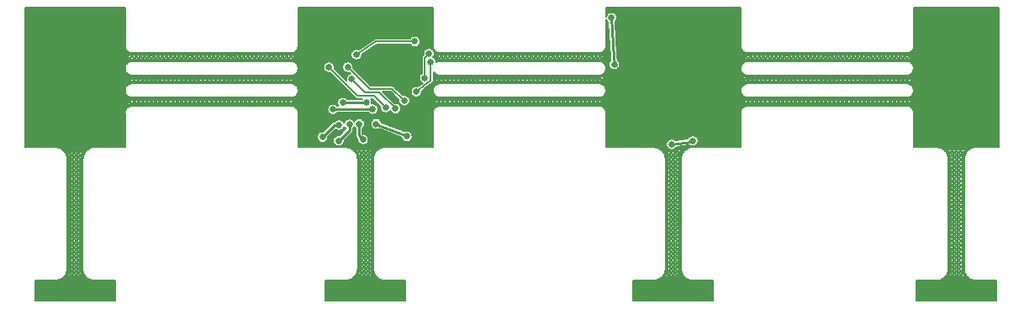
<source format=gbl>
G04 #@! TF.GenerationSoftware,KiCad,Pcbnew,(5.99.0-2415-gbbdd3fce7)*
G04 #@! TF.CreationDate,2020-10-15T12:22:08-07:00*
G04 #@! TF.ProjectId,VineHoop_Islands,56696e65-486f-46f7-905f-49736c616e64,rev?*
G04 #@! TF.SameCoordinates,Original*
G04 #@! TF.FileFunction,Copper,L2,Bot*
G04 #@! TF.FilePolarity,Positive*
%FSLAX46Y46*%
G04 Gerber Fmt 4.6, Leading zero omitted, Abs format (unit mm)*
G04 Created by KiCad (PCBNEW (5.99.0-2415-gbbdd3fce7)) date 2020-10-15 12:22:08*
%MOMM*%
%LPD*%
G01*
G04 APERTURE LIST*
G04 #@! TA.AperFunction,ViaPad*
%ADD10C,0.800000*%
G04 #@! TD*
G04 #@! TA.AperFunction,ViaPad*
%ADD11C,0.660400*%
G04 #@! TD*
G04 #@! TA.AperFunction,Conductor*
%ADD12C,0.152400*%
G04 #@! TD*
G04 #@! TA.AperFunction,Conductor*
%ADD13C,0.254000*%
G04 #@! TD*
G04 APERTURE END LIST*
D10*
X153534200Y-52184400D03*
D11*
X133630000Y-80200000D03*
D10*
X130400000Y-62133303D03*
D11*
X160750500Y-58380000D03*
X162909500Y-56221000D03*
D10*
X188540200Y-57101100D03*
D11*
X215800000Y-59850000D03*
D10*
X127600000Y-64383303D03*
X220088600Y-55677700D03*
D11*
X186577450Y-80194250D03*
D10*
X185390200Y-53001100D03*
D11*
X222300000Y-64840000D03*
D10*
X132170000Y-64120000D03*
D11*
X162909500Y-58380000D03*
D10*
X195240200Y-62051100D03*
X191990200Y-52751100D03*
X195090200Y-53201100D03*
X190740200Y-57101100D03*
D11*
X160750500Y-56221000D03*
D10*
X125661101Y-52400000D03*
D11*
X215237700Y-80200000D03*
D10*
X126300000Y-60300000D03*
X195440200Y-55101100D03*
D11*
X162020500Y-52284000D03*
D10*
X189490200Y-62151100D03*
D11*
X222450000Y-61820000D03*
X155690000Y-80090000D03*
X158320000Y-56220000D03*
X164201702Y-54883798D03*
X155543500Y-57491000D03*
X161258500Y-61555000D03*
X162250000Y-61650000D03*
X157850000Y-58650000D03*
X163150000Y-60850000D03*
X157448500Y-57491000D03*
X164350000Y-59950000D03*
X165801900Y-56958058D03*
X184009446Y-52523496D03*
X184300000Y-57200000D03*
X165195500Y-58550000D03*
X165620901Y-56100783D03*
X156559500Y-63333000D03*
X154900000Y-64525000D03*
X156550000Y-64901401D03*
X157612190Y-63242690D03*
X158591500Y-63206000D03*
X158990000Y-64770000D03*
X159327691Y-61071801D03*
X156950000Y-61050000D03*
X159950000Y-61700000D03*
X155960000Y-61730000D03*
X192190000Y-64910000D03*
X190070000Y-65260000D03*
X163400000Y-64450000D03*
X160300000Y-63200000D03*
D12*
X158320000Y-56220000D02*
X160309702Y-54883798D01*
X160309702Y-54883798D02*
X164201702Y-54883798D01*
X160086910Y-60383410D02*
X158435910Y-60383410D01*
X161258500Y-61555000D02*
X160086910Y-60383410D01*
X158435910Y-60383410D02*
X155543500Y-57491000D01*
X159205073Y-60031000D02*
X157893500Y-58719427D01*
X162069578Y-61468604D02*
X162250000Y-61650000D01*
X160631974Y-60031000D02*
X159205073Y-60031000D01*
X162300000Y-61650000D02*
X160631974Y-60031000D01*
X159670526Y-59650000D02*
X157511526Y-57491000D01*
X161893500Y-59650000D02*
X159670526Y-59650000D01*
X157511526Y-57491000D02*
X157399540Y-57491000D01*
X163036500Y-60793000D02*
X161893500Y-59650000D01*
D13*
X184250000Y-56450000D02*
X184300000Y-57200000D01*
D12*
X183949814Y-52583128D02*
X184009446Y-52523496D01*
X164350000Y-59950000D02*
X165801900Y-58789598D01*
X165801900Y-58789598D02*
X165801900Y-56958058D01*
D13*
X184009446Y-52523496D02*
X184250000Y-56450000D01*
D12*
X165195500Y-56526184D02*
X165620901Y-56100783D01*
X165195500Y-58550000D02*
X165195500Y-56526184D01*
D13*
X156559500Y-63333000D02*
X156092000Y-63333000D01*
X156092000Y-63333000D02*
X154900000Y-64525000D01*
X157612190Y-63839211D02*
X156550000Y-64901401D01*
X157612190Y-63242690D02*
X157612190Y-63839211D01*
X158591500Y-64371500D02*
X158990000Y-64770000D01*
X158591500Y-63206000D02*
X158591500Y-64371500D01*
X156950000Y-61050000D02*
X156950000Y-61071801D01*
X156950000Y-61071801D02*
X159327691Y-61071801D01*
X157170998Y-61729002D02*
X160050000Y-61729002D01*
X155960000Y-61730000D02*
X157170998Y-61729002D01*
X190070000Y-65260000D02*
X192060000Y-64970000D01*
X160300000Y-63200000D02*
X163430000Y-64430000D01*
D12*
X135002401Y-55312423D02*
X134997857Y-55336353D01*
X134997299Y-55346195D01*
X135003521Y-55429933D01*
X135005529Y-55439585D01*
X135009000Y-55449524D01*
X135009303Y-55460048D01*
X135010871Y-55469782D01*
X135054314Y-55615048D01*
X135058347Y-55624042D01*
X135068015Y-55639726D01*
X135073693Y-55657253D01*
X135077929Y-55666154D01*
X135160398Y-55793388D01*
X135166794Y-55800890D01*
X135180477Y-55813231D01*
X135190843Y-55828456D01*
X135197406Y-55835810D01*
X135312270Y-55934784D01*
X135320513Y-55940188D01*
X135337106Y-55948193D01*
X135351334Y-55959900D01*
X135359698Y-55965116D01*
X135497723Y-56027873D01*
X135507152Y-56030747D01*
X135525325Y-56033772D01*
X135542268Y-56041016D01*
X135551760Y-56043675D01*
X135701853Y-56065169D01*
X135711710Y-56065281D01*
X135743630Y-56061446D01*
X151708588Y-56061446D01*
X151732507Y-56065988D01*
X151742349Y-56066546D01*
X151826087Y-56060324D01*
X151835739Y-56058316D01*
X151845678Y-56054845D01*
X151856202Y-56054542D01*
X151865936Y-56052974D01*
X152011202Y-56009531D01*
X152020198Y-56005497D01*
X152035881Y-55995830D01*
X152053405Y-55990153D01*
X152062306Y-55985917D01*
X152189541Y-55903448D01*
X152197043Y-55897052D01*
X152209383Y-55883371D01*
X152215200Y-55879410D01*
X152224611Y-55873003D01*
X152231966Y-55866438D01*
X152241677Y-55855167D01*
X152330939Y-55751573D01*
X152336344Y-55743329D01*
X152344347Y-55726736D01*
X152356052Y-55712512D01*
X152361269Y-55704147D01*
X152424026Y-55566122D01*
X152425771Y-55560397D01*
X152426900Y-55556693D01*
X152429925Y-55538520D01*
X152437169Y-55521577D01*
X152439828Y-55512085D01*
X152461322Y-55361994D01*
X152461434Y-55352137D01*
X152459538Y-55336353D01*
X152457600Y-55320225D01*
X152457600Y-51496740D01*
X166002401Y-51496740D01*
X166002400Y-55312433D01*
X165997858Y-55336353D01*
X165997300Y-55346195D01*
X166003522Y-55429933D01*
X166005530Y-55439585D01*
X166009001Y-55449524D01*
X166009304Y-55460048D01*
X166010872Y-55469782D01*
X166054315Y-55615048D01*
X166058349Y-55624044D01*
X166068016Y-55639727D01*
X166073693Y-55657251D01*
X166077929Y-55666152D01*
X166160398Y-55793387D01*
X166166794Y-55800889D01*
X166180475Y-55813229D01*
X166190843Y-55828457D01*
X166197408Y-55835812D01*
X166254800Y-55885263D01*
X166254800Y-55885264D01*
X166312273Y-55934785D01*
X166320517Y-55940190D01*
X166337110Y-55948193D01*
X166351334Y-55959898D01*
X166359699Y-55965115D01*
X166497724Y-56027872D01*
X166507153Y-56030746D01*
X166525326Y-56033771D01*
X166542269Y-56041015D01*
X166551761Y-56043674D01*
X166701852Y-56065168D01*
X166711709Y-56065280D01*
X166743621Y-56061446D01*
X182708588Y-56061446D01*
X182732507Y-56065988D01*
X182742349Y-56066546D01*
X182826087Y-56060324D01*
X182835739Y-56058316D01*
X182845678Y-56054845D01*
X182856202Y-56054542D01*
X182865936Y-56052974D01*
X183010643Y-56009698D01*
X183011202Y-56009531D01*
X183020198Y-56005497D01*
X183035881Y-55995830D01*
X183053405Y-55990153D01*
X183062306Y-55985917D01*
X183189541Y-55903448D01*
X183197043Y-55897052D01*
X183209383Y-55883371D01*
X183224611Y-55873003D01*
X183231966Y-55866438D01*
X183330939Y-55751573D01*
X183336344Y-55743329D01*
X183344347Y-55726736D01*
X183356052Y-55712512D01*
X183361269Y-55704147D01*
X183424026Y-55566122D01*
X183426900Y-55556693D01*
X183429925Y-55538520D01*
X183437169Y-55521577D01*
X183439828Y-55512085D01*
X183461322Y-55361994D01*
X183461434Y-55352137D01*
X183457600Y-55320225D01*
X183457600Y-52638206D01*
X183516640Y-52800420D01*
X183523220Y-52811816D01*
X183641075Y-52952269D01*
X183651154Y-52960726D01*
X183682062Y-52978571D01*
X183893897Y-56436321D01*
X183893817Y-56438068D01*
X183896120Y-56472606D01*
X183898248Y-56507329D01*
X183898550Y-56509057D01*
X183917177Y-56788450D01*
X183813774Y-56911680D01*
X183807194Y-56923076D01*
X183744486Y-57095368D01*
X183742201Y-57108326D01*
X183742201Y-57291674D01*
X183744486Y-57304632D01*
X183807194Y-57476924D01*
X183813774Y-57488320D01*
X183931629Y-57628773D01*
X183941708Y-57637230D01*
X184100492Y-57728906D01*
X184112857Y-57733406D01*
X184293421Y-57765244D01*
X184306579Y-57765244D01*
X184487143Y-57733406D01*
X184499508Y-57728906D01*
X184536590Y-57707496D01*
X184658292Y-57637230D01*
X184668371Y-57628773D01*
X184692898Y-57599543D01*
X184765950Y-57512483D01*
X197001624Y-57512483D01*
X197002551Y-57664103D01*
X197003897Y-57673869D01*
X197008774Y-57691634D01*
X197009304Y-57710048D01*
X197010872Y-57719782D01*
X197054315Y-57865048D01*
X197058349Y-57874044D01*
X197068016Y-57889727D01*
X197073693Y-57907251D01*
X197077929Y-57916152D01*
X197160398Y-58043387D01*
X197166794Y-58050889D01*
X197180475Y-58063229D01*
X197190843Y-58078457D01*
X197197408Y-58085812D01*
X197234800Y-58118030D01*
X197234800Y-58118031D01*
X197312273Y-58184785D01*
X197320517Y-58190190D01*
X197337110Y-58198193D01*
X197351334Y-58209898D01*
X197359699Y-58215115D01*
X197497724Y-58277872D01*
X197507153Y-58280746D01*
X197525326Y-58283771D01*
X197542269Y-58291015D01*
X197551761Y-58293674D01*
X197701852Y-58315168D01*
X197711709Y-58315280D01*
X197743621Y-58311446D01*
X213700738Y-58311446D01*
X213716701Y-58315620D01*
X213726483Y-58316847D01*
X213742447Y-58316751D01*
X213752211Y-58315405D01*
X213754683Y-58314727D01*
X213757229Y-58315001D01*
X213767083Y-58314769D01*
X213916900Y-58291441D01*
X213926360Y-58288666D01*
X213943206Y-58281218D01*
X213961342Y-58277972D01*
X213970736Y-58274983D01*
X214107984Y-58210545D01*
X214116283Y-58205227D01*
X214130366Y-58193348D01*
X214146862Y-58185140D01*
X214155039Y-58179636D01*
X214193990Y-58145235D01*
X214268686Y-58079266D01*
X214275161Y-58071831D01*
X214285343Y-58056476D01*
X214298870Y-58043973D01*
X214305174Y-58036393D01*
X214376259Y-57923729D01*
X214386081Y-57908162D01*
X214390208Y-57899210D01*
X214395669Y-57881620D01*
X214405147Y-57865816D01*
X214406950Y-57861658D01*
X214409069Y-57856772D01*
X214450735Y-57710986D01*
X214452184Y-57701235D01*
X214452489Y-57682816D01*
X214457149Y-57664993D01*
X214458376Y-57655211D01*
X214457449Y-57503589D01*
X214456103Y-57493824D01*
X214451227Y-57476058D01*
X214450696Y-57457642D01*
X214449128Y-57447910D01*
X214405685Y-57302645D01*
X214401652Y-57293650D01*
X214391984Y-57277966D01*
X214386306Y-57260439D01*
X214382070Y-57251538D01*
X214299602Y-57124305D01*
X214293207Y-57116805D01*
X214279526Y-57104464D01*
X214269156Y-57089234D01*
X214262592Y-57081880D01*
X214205200Y-57032429D01*
X214205200Y-57032428D01*
X214147727Y-56982907D01*
X214139483Y-56977502D01*
X214122890Y-56969499D01*
X214108666Y-56957794D01*
X214100301Y-56952577D01*
X213962275Y-56889820D01*
X213952844Y-56886945D01*
X213934672Y-56883921D01*
X213917733Y-56876678D01*
X213908240Y-56874018D01*
X213758148Y-56852524D01*
X213748291Y-56852412D01*
X213716379Y-56856246D01*
X197759262Y-56856246D01*
X197743299Y-56852072D01*
X197733517Y-56850845D01*
X197717551Y-56850941D01*
X197707786Y-56852287D01*
X197705315Y-56852965D01*
X197702771Y-56852691D01*
X197692917Y-56852923D01*
X197543100Y-56876251D01*
X197533640Y-56879026D01*
X197516794Y-56886474D01*
X197498658Y-56889720D01*
X197489264Y-56892709D01*
X197352015Y-56957147D01*
X197343716Y-56962465D01*
X197329633Y-56974344D01*
X197313139Y-56982550D01*
X197304961Y-56988056D01*
X197234800Y-57050021D01*
X197191315Y-57088426D01*
X197184841Y-57095860D01*
X197174659Y-57111214D01*
X197161130Y-57123720D01*
X197154826Y-57131299D01*
X197073918Y-57259531D01*
X197069791Y-57268484D01*
X197064328Y-57286079D01*
X197054854Y-57301876D01*
X197050931Y-57310920D01*
X197009265Y-57456705D01*
X197007816Y-57466455D01*
X197007510Y-57484878D01*
X197002851Y-57502703D01*
X197001624Y-57512483D01*
X184765950Y-57512483D01*
X184786226Y-57488320D01*
X184792806Y-57476924D01*
X184855514Y-57304632D01*
X184857799Y-57291674D01*
X184857799Y-57108326D01*
X184855514Y-57095368D01*
X184792806Y-56923076D01*
X184786226Y-56911680D01*
X184782403Y-56907124D01*
X184668371Y-56771227D01*
X184658292Y-56762769D01*
X184624955Y-56743522D01*
X184624541Y-56737310D01*
X197234800Y-56737310D01*
X197345781Y-56626330D01*
X197347195Y-56626330D01*
X197448845Y-56727980D01*
X197466964Y-56723496D01*
X197485979Y-56716538D01*
X197495438Y-56713763D01*
X197517046Y-56708934D01*
X197666863Y-56685606D01*
X197688931Y-56683636D01*
X197691682Y-56683571D01*
X197694422Y-56683194D01*
X197716537Y-56681610D01*
X197723005Y-56681572D01*
X197778247Y-56626330D01*
X197779661Y-56626330D01*
X197840243Y-56686912D01*
X198150131Y-56686912D01*
X198210714Y-56626330D01*
X198212128Y-56626330D01*
X198272710Y-56686912D01*
X198582598Y-56686912D01*
X198643180Y-56626330D01*
X198644594Y-56626330D01*
X198705176Y-56686912D01*
X199015064Y-56686912D01*
X199075647Y-56626330D01*
X199077061Y-56626330D01*
X199137643Y-56686912D01*
X199447531Y-56686912D01*
X199508113Y-56626330D01*
X199509527Y-56626330D01*
X199570109Y-56686912D01*
X199879997Y-56686912D01*
X199940580Y-56626330D01*
X199941994Y-56626330D01*
X200002576Y-56686912D01*
X200312464Y-56686912D01*
X200373046Y-56626330D01*
X200374460Y-56626330D01*
X200435042Y-56686912D01*
X200744931Y-56686912D01*
X200805513Y-56626330D01*
X200806927Y-56626330D01*
X200867509Y-56686912D01*
X201177397Y-56686912D01*
X201237979Y-56626330D01*
X201239393Y-56626330D01*
X201299975Y-56686912D01*
X201609864Y-56686912D01*
X201670446Y-56626330D01*
X201671860Y-56626330D01*
X201732442Y-56686912D01*
X202042330Y-56686912D01*
X202102912Y-56626330D01*
X202104326Y-56626330D01*
X202164908Y-56686912D01*
X202474797Y-56686912D01*
X202535379Y-56626330D01*
X202536793Y-56626330D01*
X202597375Y-56686912D01*
X202907263Y-56686912D01*
X202967845Y-56626330D01*
X202969259Y-56626330D01*
X203029841Y-56686912D01*
X203339730Y-56686912D01*
X203400312Y-56626330D01*
X203401726Y-56626330D01*
X203462308Y-56686912D01*
X203772196Y-56686912D01*
X203832778Y-56626330D01*
X203834192Y-56626330D01*
X203894774Y-56686912D01*
X204204663Y-56686912D01*
X204265245Y-56626330D01*
X204266659Y-56626330D01*
X204327241Y-56686912D01*
X204637129Y-56686912D01*
X204697711Y-56626330D01*
X204699125Y-56626330D01*
X204759707Y-56686912D01*
X205069596Y-56686912D01*
X205130178Y-56626330D01*
X205131592Y-56626330D01*
X205192174Y-56686912D01*
X205502062Y-56686912D01*
X205562644Y-56626330D01*
X205564058Y-56626330D01*
X205624640Y-56686912D01*
X205934529Y-56686912D01*
X205995111Y-56626330D01*
X205996525Y-56626330D01*
X206057107Y-56686912D01*
X206366995Y-56686912D01*
X206427577Y-56626330D01*
X206428991Y-56626330D01*
X206489573Y-56686912D01*
X206799462Y-56686912D01*
X206860044Y-56626330D01*
X206861458Y-56626330D01*
X206922040Y-56686912D01*
X207231928Y-56686912D01*
X207292510Y-56626330D01*
X207293924Y-56626330D01*
X207354506Y-56686912D01*
X207664395Y-56686912D01*
X207724977Y-56626330D01*
X207726391Y-56626330D01*
X207786973Y-56686912D01*
X208096861Y-56686912D01*
X208157443Y-56626330D01*
X208158857Y-56626330D01*
X208219440Y-56686912D01*
X208529328Y-56686912D01*
X208589910Y-56626330D01*
X208591324Y-56626330D01*
X208651906Y-56686912D01*
X208961794Y-56686912D01*
X209022376Y-56626330D01*
X209023790Y-56626330D01*
X209084373Y-56686912D01*
X209394261Y-56686912D01*
X209454843Y-56626330D01*
X209456257Y-56626330D01*
X209516839Y-56686912D01*
X209826727Y-56686912D01*
X209887309Y-56626330D01*
X209888723Y-56626330D01*
X209949306Y-56686912D01*
X210259194Y-56686912D01*
X210319776Y-56626330D01*
X210321190Y-56626330D01*
X210381772Y-56686912D01*
X210691660Y-56686912D01*
X210752242Y-56626330D01*
X210753656Y-56626330D01*
X210814239Y-56686912D01*
X211124127Y-56686912D01*
X211184709Y-56626330D01*
X211186123Y-56626330D01*
X211246705Y-56686912D01*
X211556593Y-56686912D01*
X211617175Y-56626330D01*
X211618589Y-56626330D01*
X211679172Y-56686912D01*
X211989060Y-56686912D01*
X212049642Y-56626330D01*
X212051056Y-56626330D01*
X212111638Y-56686912D01*
X212421526Y-56686912D01*
X212482108Y-56626330D01*
X212483522Y-56626330D01*
X212544105Y-56686912D01*
X212853993Y-56686912D01*
X212914575Y-56626330D01*
X212915989Y-56626330D01*
X212976571Y-56686912D01*
X213286459Y-56686912D01*
X213347041Y-56626330D01*
X213348456Y-56626330D01*
X213409038Y-56686912D01*
X213706249Y-56686912D01*
X213720656Y-56685181D01*
X213779508Y-56626330D01*
X213780922Y-56626330D01*
X213849077Y-56694485D01*
X213932243Y-56706394D01*
X213953940Y-56710968D01*
X213963433Y-56713629D01*
X213982507Y-56720347D01*
X214002220Y-56724970D01*
X214011652Y-56727845D01*
X214032361Y-56735672D01*
X214080668Y-56757636D01*
X214205200Y-56633104D01*
X214205200Y-56619556D01*
X213996448Y-56410803D01*
X213780922Y-56626330D01*
X213779508Y-56626330D01*
X213563982Y-56410803D01*
X213348456Y-56626330D01*
X213347041Y-56626330D01*
X213131515Y-56410803D01*
X212915989Y-56626330D01*
X212914575Y-56626330D01*
X212699049Y-56410803D01*
X212483522Y-56626330D01*
X212482108Y-56626330D01*
X212266582Y-56410803D01*
X212051056Y-56626330D01*
X212049642Y-56626330D01*
X211834116Y-56410803D01*
X211618589Y-56626330D01*
X211617175Y-56626330D01*
X211401649Y-56410803D01*
X211186123Y-56626330D01*
X211184709Y-56626330D01*
X210969183Y-56410803D01*
X210753656Y-56626330D01*
X210752242Y-56626330D01*
X210536716Y-56410803D01*
X210321190Y-56626330D01*
X210319776Y-56626330D01*
X210104250Y-56410803D01*
X209888723Y-56626330D01*
X209887309Y-56626330D01*
X209671783Y-56410803D01*
X209456257Y-56626330D01*
X209454843Y-56626330D01*
X209239317Y-56410803D01*
X209023790Y-56626330D01*
X209022376Y-56626330D01*
X208806850Y-56410803D01*
X208591324Y-56626330D01*
X208589910Y-56626330D01*
X208374384Y-56410803D01*
X208158857Y-56626330D01*
X208157443Y-56626330D01*
X207941917Y-56410803D01*
X207726391Y-56626330D01*
X207724977Y-56626330D01*
X207509451Y-56410803D01*
X207293924Y-56626330D01*
X207292510Y-56626330D01*
X207076984Y-56410803D01*
X206861458Y-56626330D01*
X206860044Y-56626330D01*
X206644518Y-56410803D01*
X206428991Y-56626330D01*
X206427577Y-56626330D01*
X206212051Y-56410803D01*
X205996525Y-56626330D01*
X205995111Y-56626330D01*
X205779585Y-56410803D01*
X205564058Y-56626330D01*
X205562644Y-56626330D01*
X205347118Y-56410803D01*
X205131592Y-56626330D01*
X205130178Y-56626330D01*
X204914652Y-56410803D01*
X204699125Y-56626330D01*
X204697711Y-56626330D01*
X204482185Y-56410803D01*
X204266659Y-56626330D01*
X204265245Y-56626330D01*
X204049718Y-56410803D01*
X203834192Y-56626330D01*
X203832778Y-56626330D01*
X203617252Y-56410803D01*
X203401726Y-56626330D01*
X203400312Y-56626330D01*
X203184785Y-56410803D01*
X202969259Y-56626330D01*
X202967845Y-56626330D01*
X202752319Y-56410803D01*
X202536793Y-56626330D01*
X202535379Y-56626330D01*
X202319852Y-56410803D01*
X202104326Y-56626330D01*
X202102912Y-56626330D01*
X201887386Y-56410803D01*
X201671860Y-56626330D01*
X201670446Y-56626330D01*
X201454919Y-56410803D01*
X201239393Y-56626330D01*
X201237979Y-56626330D01*
X201022453Y-56410803D01*
X200806927Y-56626330D01*
X200805513Y-56626330D01*
X200589986Y-56410803D01*
X200374460Y-56626330D01*
X200373046Y-56626330D01*
X200157520Y-56410803D01*
X199941994Y-56626330D01*
X199940580Y-56626330D01*
X199725053Y-56410803D01*
X199509527Y-56626330D01*
X199508113Y-56626330D01*
X199292587Y-56410803D01*
X199077061Y-56626330D01*
X199075647Y-56626330D01*
X198860120Y-56410803D01*
X198644594Y-56626330D01*
X198643180Y-56626330D01*
X198427654Y-56410803D01*
X198212128Y-56626330D01*
X198210714Y-56626330D01*
X197995187Y-56410803D01*
X197779661Y-56626330D01*
X197778247Y-56626330D01*
X197562721Y-56410803D01*
X197347195Y-56626330D01*
X197345781Y-56626330D01*
X197234800Y-56515349D01*
X197234800Y-56737310D01*
X184624541Y-56737310D01*
X184603874Y-56427311D01*
X184596458Y-56306257D01*
X197234800Y-56306257D01*
X197234800Y-56513935D01*
X197346488Y-56625622D01*
X197562014Y-56410096D01*
X197563428Y-56410096D01*
X197778954Y-56625622D01*
X197994480Y-56410096D01*
X197995894Y-56410096D01*
X198211421Y-56625622D01*
X198426947Y-56410096D01*
X198428361Y-56410096D01*
X198643887Y-56625622D01*
X198859413Y-56410096D01*
X198860828Y-56410096D01*
X199076354Y-56625622D01*
X199291880Y-56410096D01*
X199293294Y-56410096D01*
X199508820Y-56625622D01*
X199724346Y-56410096D01*
X199725761Y-56410096D01*
X199941287Y-56625622D01*
X200156813Y-56410096D01*
X200158227Y-56410096D01*
X200373753Y-56625622D01*
X200589279Y-56410096D01*
X200590694Y-56410096D01*
X200806220Y-56625622D01*
X201021746Y-56410096D01*
X201023160Y-56410096D01*
X201238686Y-56625622D01*
X201454212Y-56410096D01*
X201455627Y-56410096D01*
X201671153Y-56625622D01*
X201886679Y-56410096D01*
X201888093Y-56410096D01*
X202103619Y-56625622D01*
X202319145Y-56410096D01*
X202320560Y-56410096D01*
X202536086Y-56625622D01*
X202751612Y-56410096D01*
X202753026Y-56410096D01*
X202968552Y-56625622D01*
X203184078Y-56410096D01*
X203185493Y-56410096D01*
X203401019Y-56625622D01*
X203616545Y-56410096D01*
X203617959Y-56410096D01*
X203833485Y-56625622D01*
X204049011Y-56410096D01*
X204050426Y-56410096D01*
X204265952Y-56625622D01*
X204481478Y-56410096D01*
X204482892Y-56410096D01*
X204698418Y-56625622D01*
X204913944Y-56410096D01*
X204915359Y-56410096D01*
X205130885Y-56625622D01*
X205346411Y-56410096D01*
X205347825Y-56410096D01*
X205563351Y-56625622D01*
X205778877Y-56410096D01*
X205780292Y-56410096D01*
X205995818Y-56625622D01*
X206211344Y-56410096D01*
X206212758Y-56410096D01*
X206428284Y-56625622D01*
X206643810Y-56410096D01*
X206645225Y-56410096D01*
X206860751Y-56625622D01*
X207076277Y-56410096D01*
X207077691Y-56410096D01*
X207293217Y-56625622D01*
X207508743Y-56410096D01*
X207510158Y-56410096D01*
X207725684Y-56625622D01*
X207941210Y-56410096D01*
X207942624Y-56410096D01*
X208158150Y-56625622D01*
X208373676Y-56410096D01*
X208375091Y-56410096D01*
X208590617Y-56625622D01*
X208806143Y-56410096D01*
X208807557Y-56410096D01*
X209023083Y-56625622D01*
X209238609Y-56410096D01*
X209240024Y-56410096D01*
X209455550Y-56625622D01*
X209671076Y-56410096D01*
X209672490Y-56410096D01*
X209888016Y-56625622D01*
X210103542Y-56410096D01*
X210104957Y-56410096D01*
X210320483Y-56625622D01*
X210536009Y-56410096D01*
X210537423Y-56410096D01*
X210752949Y-56625622D01*
X210968476Y-56410096D01*
X210969890Y-56410096D01*
X211185416Y-56625622D01*
X211400942Y-56410096D01*
X211402356Y-56410096D01*
X211617882Y-56625622D01*
X211833409Y-56410096D01*
X211834823Y-56410096D01*
X212050349Y-56625622D01*
X212265875Y-56410096D01*
X212267289Y-56410096D01*
X212482815Y-56625622D01*
X212698342Y-56410096D01*
X212699756Y-56410096D01*
X212915282Y-56625622D01*
X213130808Y-56410096D01*
X213132222Y-56410096D01*
X213347748Y-56625622D01*
X213563275Y-56410096D01*
X213564689Y-56410096D01*
X213780215Y-56625622D01*
X213995741Y-56410096D01*
X213997155Y-56410096D01*
X214205200Y-56618141D01*
X214205200Y-56202051D01*
X213997155Y-56410096D01*
X213995741Y-56410096D01*
X213816482Y-56230837D01*
X213754895Y-56235413D01*
X213739235Y-56235551D01*
X213564689Y-56410096D01*
X213563275Y-56410096D01*
X213383957Y-56230779D01*
X213311540Y-56230779D01*
X213132222Y-56410096D01*
X213130808Y-56410096D01*
X212951491Y-56230779D01*
X212879073Y-56230779D01*
X212699756Y-56410096D01*
X212698342Y-56410096D01*
X212519024Y-56230779D01*
X212446607Y-56230779D01*
X212267289Y-56410096D01*
X212265875Y-56410096D01*
X212086558Y-56230779D01*
X212014140Y-56230779D01*
X211834823Y-56410096D01*
X211833409Y-56410096D01*
X211654091Y-56230779D01*
X211581674Y-56230779D01*
X211402356Y-56410096D01*
X211400942Y-56410096D01*
X211221625Y-56230779D01*
X211149207Y-56230779D01*
X210969890Y-56410096D01*
X210968476Y-56410096D01*
X210789158Y-56230779D01*
X210716741Y-56230779D01*
X210537423Y-56410096D01*
X210536009Y-56410096D01*
X210356692Y-56230779D01*
X210284274Y-56230779D01*
X210104957Y-56410096D01*
X210103542Y-56410096D01*
X209924225Y-56230779D01*
X209851808Y-56230779D01*
X209672490Y-56410096D01*
X209671076Y-56410096D01*
X209491759Y-56230779D01*
X209419341Y-56230779D01*
X209240024Y-56410096D01*
X209238609Y-56410096D01*
X209059292Y-56230779D01*
X208986875Y-56230779D01*
X208807557Y-56410096D01*
X208806143Y-56410096D01*
X208626826Y-56230779D01*
X208554408Y-56230779D01*
X208375091Y-56410096D01*
X208373676Y-56410096D01*
X208194359Y-56230779D01*
X208121941Y-56230779D01*
X207942624Y-56410096D01*
X207941210Y-56410096D01*
X207761893Y-56230779D01*
X207689475Y-56230779D01*
X207510158Y-56410096D01*
X207508743Y-56410096D01*
X207329426Y-56230779D01*
X207257008Y-56230779D01*
X207077691Y-56410096D01*
X207076277Y-56410096D01*
X206896960Y-56230779D01*
X206824542Y-56230779D01*
X206645225Y-56410096D01*
X206643810Y-56410096D01*
X206464493Y-56230779D01*
X206392075Y-56230779D01*
X206212758Y-56410096D01*
X206211344Y-56410096D01*
X206032027Y-56230779D01*
X205959609Y-56230779D01*
X205780292Y-56410096D01*
X205778877Y-56410096D01*
X205599560Y-56230779D01*
X205527142Y-56230779D01*
X205347825Y-56410096D01*
X205346411Y-56410096D01*
X205167094Y-56230779D01*
X205094676Y-56230779D01*
X204915359Y-56410096D01*
X204913944Y-56410096D01*
X204734627Y-56230779D01*
X204662209Y-56230779D01*
X204482892Y-56410096D01*
X204481478Y-56410096D01*
X204302161Y-56230779D01*
X204229743Y-56230779D01*
X204050426Y-56410096D01*
X204049011Y-56410096D01*
X203869694Y-56230779D01*
X203797276Y-56230779D01*
X203617959Y-56410096D01*
X203616545Y-56410096D01*
X203437228Y-56230779D01*
X203364810Y-56230779D01*
X203185493Y-56410096D01*
X203184078Y-56410096D01*
X203004761Y-56230779D01*
X202932343Y-56230779D01*
X202753026Y-56410096D01*
X202751612Y-56410096D01*
X202572295Y-56230779D01*
X202499877Y-56230779D01*
X202320560Y-56410096D01*
X202319145Y-56410096D01*
X202139828Y-56230779D01*
X202067410Y-56230779D01*
X201888093Y-56410096D01*
X201886679Y-56410096D01*
X201707362Y-56230779D01*
X201634944Y-56230779D01*
X201455627Y-56410096D01*
X201454212Y-56410096D01*
X201274895Y-56230779D01*
X201202477Y-56230779D01*
X201023160Y-56410096D01*
X201021746Y-56410096D01*
X200842429Y-56230779D01*
X200770011Y-56230779D01*
X200590694Y-56410096D01*
X200589279Y-56410096D01*
X200409962Y-56230779D01*
X200337544Y-56230779D01*
X200158227Y-56410096D01*
X200156813Y-56410096D01*
X199977495Y-56230779D01*
X199905078Y-56230779D01*
X199725761Y-56410096D01*
X199724346Y-56410096D01*
X199545029Y-56230779D01*
X199472611Y-56230779D01*
X199293294Y-56410096D01*
X199291880Y-56410096D01*
X199112562Y-56230779D01*
X199040145Y-56230779D01*
X198860828Y-56410096D01*
X198859413Y-56410096D01*
X198680096Y-56230779D01*
X198607678Y-56230779D01*
X198428361Y-56410096D01*
X198426947Y-56410096D01*
X198247629Y-56230779D01*
X198175212Y-56230779D01*
X197995894Y-56410096D01*
X197994480Y-56410096D01*
X197815163Y-56230779D01*
X197753748Y-56230779D01*
X197741243Y-56232282D01*
X197563428Y-56410096D01*
X197562014Y-56410096D01*
X197382657Y-56230739D01*
X213817798Y-56230739D01*
X213996448Y-56409389D01*
X214205200Y-56200637D01*
X214205200Y-56187089D01*
X214149093Y-56130981D01*
X214135079Y-56138814D01*
X214126178Y-56143050D01*
X214107368Y-56150535D01*
X214089474Y-56160010D01*
X214080479Y-56164044D01*
X214059718Y-56171764D01*
X213914451Y-56215207D01*
X213892870Y-56220150D01*
X213883136Y-56221718D01*
X213876574Y-56222339D01*
X213870230Y-56224098D01*
X213860578Y-56226106D01*
X213838633Y-56229191D01*
X213817798Y-56230739D01*
X197382657Y-56230739D01*
X197346488Y-56194570D01*
X197234800Y-56306257D01*
X184596458Y-56306257D01*
X184596372Y-56304843D01*
X197234800Y-56304843D01*
X197345781Y-56193863D01*
X197241597Y-56089679D01*
X197234800Y-56085833D01*
X197234800Y-56304843D01*
X184596372Y-56304843D01*
X184390083Y-52937651D01*
X184495672Y-52811816D01*
X184502252Y-52800420D01*
X184516101Y-52762369D01*
X184526378Y-52734131D01*
X184564960Y-52628128D01*
X184567245Y-52615170D01*
X184567245Y-52431822D01*
X184564960Y-52418864D01*
X184558972Y-52402412D01*
X184502252Y-52246572D01*
X184495672Y-52235176D01*
X184377817Y-52094723D01*
X184367738Y-52086266D01*
X184208954Y-51994590D01*
X184196589Y-51990090D01*
X184016025Y-51958252D01*
X184002867Y-51958252D01*
X183822303Y-51990090D01*
X183809938Y-51994590D01*
X183651154Y-52086266D01*
X183641075Y-52094723D01*
X183523220Y-52235176D01*
X183516640Y-52246572D01*
X183457600Y-52408786D01*
X183457600Y-51496740D01*
X197002401Y-51496740D01*
X197002400Y-55312433D01*
X196997858Y-55336353D01*
X196997300Y-55346195D01*
X197003522Y-55429933D01*
X197005530Y-55439585D01*
X197009001Y-55449524D01*
X197009304Y-55460048D01*
X197010872Y-55469782D01*
X197054315Y-55615048D01*
X197058349Y-55624044D01*
X197068016Y-55639727D01*
X197073693Y-55657251D01*
X197077929Y-55666152D01*
X197160398Y-55793387D01*
X197166794Y-55800889D01*
X197180475Y-55813229D01*
X197190843Y-55828457D01*
X197197408Y-55835812D01*
X197234800Y-55868030D01*
X197234800Y-55868031D01*
X197312273Y-55934785D01*
X197320517Y-55940190D01*
X197337110Y-55948193D01*
X197351334Y-55959898D01*
X197359699Y-55965115D01*
X197497724Y-56027872D01*
X197507153Y-56030746D01*
X197525326Y-56033771D01*
X197542269Y-56041015D01*
X197551761Y-56043674D01*
X197701852Y-56065168D01*
X197711709Y-56065280D01*
X197743621Y-56061446D01*
X213708588Y-56061446D01*
X213732507Y-56065988D01*
X213742349Y-56066546D01*
X213826087Y-56060324D01*
X213835739Y-56058316D01*
X213845678Y-56054845D01*
X213856202Y-56054542D01*
X213865936Y-56052974D01*
X214011202Y-56009531D01*
X214020198Y-56005497D01*
X214035881Y-55995830D01*
X214053405Y-55990153D01*
X214062306Y-55985917D01*
X214075091Y-55977630D01*
X214189541Y-55903448D01*
X214197043Y-55897052D01*
X214205200Y-55888009D01*
X214205200Y-55888008D01*
X214209383Y-55883371D01*
X214224611Y-55873003D01*
X214231966Y-55866438D01*
X214252342Y-55842790D01*
X214322474Y-55761397D01*
X214330939Y-55751573D01*
X214336344Y-55743329D01*
X214344347Y-55726736D01*
X214356052Y-55712512D01*
X214361269Y-55704147D01*
X214374185Y-55675740D01*
X214424026Y-55566122D01*
X214426900Y-55556693D01*
X214429925Y-55538520D01*
X214437169Y-55521577D01*
X214439828Y-55512085D01*
X214461322Y-55361994D01*
X214461434Y-55352137D01*
X214459538Y-55336353D01*
X214457600Y-55320225D01*
X214457600Y-51496740D01*
X223002401Y-51496740D01*
X223002400Y-65541540D01*
X220751113Y-65541540D01*
X220726883Y-65537006D01*
X220717040Y-65536472D01*
X220554226Y-65549001D01*
X220544581Y-65551033D01*
X220538879Y-65553041D01*
X220532838Y-65552999D01*
X220523057Y-65554217D01*
X220317933Y-65607648D01*
X220308801Y-65611356D01*
X220301062Y-65615752D01*
X220292326Y-65617482D01*
X220282989Y-65620642D01*
X220092798Y-65714229D01*
X220084596Y-65719699D01*
X220077901Y-65725560D01*
X220069696Y-65729009D01*
X220061184Y-65733983D01*
X219969887Y-65804800D01*
X219969886Y-65804800D01*
X219893693Y-65863901D01*
X219886760Y-65870907D01*
X219881376Y-65878000D01*
X219874031Y-65883029D01*
X219866695Y-65889612D01*
X219728751Y-66050554D01*
X219723368Y-66058812D01*
X219719521Y-66066840D01*
X219713338Y-66073243D01*
X219707475Y-66081167D01*
X219604710Y-66266560D01*
X219601097Y-66275733D01*
X219598944Y-66284368D01*
X219594175Y-66291883D01*
X219590024Y-66300825D01*
X219526636Y-66503096D01*
X219524941Y-66512808D01*
X219524569Y-66521700D01*
X219521408Y-66530019D01*
X219519140Y-66539613D01*
X219497719Y-66750500D01*
X219498011Y-66760353D01*
X219502401Y-66787459D01*
X219502400Y-77748027D01*
X219497866Y-77772257D01*
X219497332Y-77782100D01*
X219509861Y-77944914D01*
X219511893Y-77954559D01*
X219513901Y-77960261D01*
X219513859Y-77966301D01*
X219515077Y-77976082D01*
X219568508Y-78181207D01*
X219572216Y-78190339D01*
X219576612Y-78198079D01*
X219578342Y-78206814D01*
X219581502Y-78216150D01*
X219675089Y-78406342D01*
X219680559Y-78414544D01*
X219686420Y-78421239D01*
X219689869Y-78429444D01*
X219694843Y-78437956D01*
X219824761Y-78605447D01*
X219831767Y-78612380D01*
X219838860Y-78617764D01*
X219843889Y-78625109D01*
X219850472Y-78632445D01*
X219982025Y-78745200D01*
X219982026Y-78745200D01*
X219985192Y-78747914D01*
X220011414Y-78770389D01*
X220019672Y-78775772D01*
X220027700Y-78779619D01*
X220034103Y-78785802D01*
X220042027Y-78791665D01*
X220227421Y-78894430D01*
X220236594Y-78898043D01*
X220245228Y-78900196D01*
X220252742Y-78904965D01*
X220261684Y-78909116D01*
X220463957Y-78972504D01*
X220473669Y-78974199D01*
X220482561Y-78974571D01*
X220490880Y-78977732D01*
X220500474Y-78980000D01*
X220711360Y-79001421D01*
X220721213Y-79001129D01*
X220748313Y-78996740D01*
X222752401Y-78996740D01*
X222752400Y-81041540D01*
X214707600Y-81041540D01*
X214707600Y-78996740D01*
X216708887Y-78996740D01*
X216733117Y-79001274D01*
X216742960Y-79001808D01*
X216905774Y-78989279D01*
X216915419Y-78987247D01*
X216921121Y-78985239D01*
X216927161Y-78985281D01*
X216936942Y-78984063D01*
X216973382Y-78974571D01*
X217104167Y-78940504D01*
X217142067Y-78930632D01*
X217151199Y-78926924D01*
X217158939Y-78922528D01*
X217167674Y-78920798D01*
X217177010Y-78917638D01*
X217367202Y-78824051D01*
X217375404Y-78818581D01*
X217382099Y-78812720D01*
X217390304Y-78809271D01*
X217398816Y-78804297D01*
X217475003Y-78745200D01*
X217733585Y-78745200D01*
X217734785Y-78745200D01*
X217734139Y-78744554D01*
X217733585Y-78745200D01*
X217475003Y-78745200D01*
X217476819Y-78743792D01*
X217734792Y-78743792D01*
X217736200Y-78745200D01*
X218041094Y-78745200D01*
X218042509Y-78745200D01*
X218167251Y-78745200D01*
X218104880Y-78682829D01*
X218042509Y-78745200D01*
X218041094Y-78745200D01*
X218104173Y-78682121D01*
X218105587Y-78682121D01*
X218168666Y-78745200D01*
X218473560Y-78745200D01*
X218474975Y-78745200D01*
X218599717Y-78745200D01*
X218537346Y-78682829D01*
X218474975Y-78745200D01*
X218473560Y-78745200D01*
X218536639Y-78682121D01*
X218538054Y-78682121D01*
X218601133Y-78745200D01*
X218906027Y-78745200D01*
X218907442Y-78745200D01*
X219032184Y-78745200D01*
X218969813Y-78682829D01*
X218907442Y-78745200D01*
X218906027Y-78745200D01*
X218969106Y-78682121D01*
X218970520Y-78682121D01*
X219033599Y-78745200D01*
X219338493Y-78745200D01*
X219339909Y-78745200D01*
X219464651Y-78745200D01*
X219402280Y-78682829D01*
X219339909Y-78745200D01*
X219338493Y-78745200D01*
X219401572Y-78682121D01*
X219402987Y-78682121D01*
X219466066Y-78745200D01*
X219724138Y-78745200D01*
X219717863Y-78738208D01*
X219715519Y-78735225D01*
X219712663Y-78732746D01*
X219705656Y-78725813D01*
X219690959Y-78709231D01*
X219561041Y-78541740D01*
X219553914Y-78531194D01*
X219402987Y-78682121D01*
X219401572Y-78682121D01*
X219186046Y-78466595D01*
X218970520Y-78682121D01*
X218969106Y-78682121D01*
X218753580Y-78466595D01*
X218538054Y-78682121D01*
X218536639Y-78682121D01*
X218321113Y-78466595D01*
X218105587Y-78682121D01*
X218104173Y-78682121D01*
X217922248Y-78500197D01*
X217900626Y-78539206D01*
X217888654Y-78557822D01*
X217882791Y-78565747D01*
X217880338Y-78568644D01*
X217878480Y-78571949D01*
X217873097Y-78580205D01*
X217859817Y-78597923D01*
X217734792Y-78743792D01*
X217476819Y-78743792D01*
X217566307Y-78674379D01*
X217573240Y-78667373D01*
X217578624Y-78660280D01*
X217585969Y-78655251D01*
X217593305Y-78648668D01*
X217721339Y-78499288D01*
X217922753Y-78499288D01*
X218104880Y-78681414D01*
X218320406Y-78465888D01*
X218321820Y-78465888D01*
X218537346Y-78681414D01*
X218752873Y-78465888D01*
X218754287Y-78465888D01*
X218969813Y-78681414D01*
X219185339Y-78465888D01*
X219186753Y-78465888D01*
X219402280Y-78681414D01*
X219553344Y-78530349D01*
X219548638Y-78523384D01*
X219543664Y-78514872D01*
X219541978Y-78511497D01*
X219539687Y-78508506D01*
X219534216Y-78500305D01*
X219523152Y-78481104D01*
X219429566Y-78290911D01*
X219421108Y-78270440D01*
X219420468Y-78268550D01*
X219402280Y-78250362D01*
X219186753Y-78465888D01*
X219185339Y-78465888D01*
X218969813Y-78250362D01*
X218754287Y-78465888D01*
X218752873Y-78465888D01*
X218537346Y-78250362D01*
X218321820Y-78465888D01*
X218320406Y-78465888D01*
X218104880Y-78250362D01*
X218005142Y-78350100D01*
X218003391Y-78353812D01*
X217922753Y-78499288D01*
X217721339Y-78499288D01*
X217731249Y-78487726D01*
X217736632Y-78479468D01*
X217740479Y-78471440D01*
X217746662Y-78465037D01*
X217752525Y-78457113D01*
X217855290Y-78271719D01*
X217858903Y-78262546D01*
X217861056Y-78253912D01*
X217863757Y-78249655D01*
X218105587Y-78249655D01*
X218321113Y-78465181D01*
X218536639Y-78249655D01*
X218538054Y-78249655D01*
X218753580Y-78465181D01*
X218969106Y-78249655D01*
X218970520Y-78249655D01*
X219186046Y-78465181D01*
X219401572Y-78249655D01*
X219186046Y-78034129D01*
X218970520Y-78249655D01*
X218969106Y-78249655D01*
X218753580Y-78034129D01*
X218538054Y-78249655D01*
X218536639Y-78249655D01*
X218321113Y-78034129D01*
X218105587Y-78249655D01*
X217863757Y-78249655D01*
X217865825Y-78246398D01*
X217869976Y-78237456D01*
X217880942Y-78202462D01*
X218058394Y-78202462D01*
X218104880Y-78248948D01*
X218320406Y-78033422D01*
X218321820Y-78033422D01*
X218537346Y-78248948D01*
X218752873Y-78033422D01*
X218754287Y-78033422D01*
X218969813Y-78248948D01*
X219185339Y-78033422D01*
X218969813Y-77817896D01*
X218754287Y-78033422D01*
X218752873Y-78033422D01*
X218537346Y-77817896D01*
X218321820Y-78033422D01*
X218320406Y-78033422D01*
X218127162Y-77840177D01*
X218109325Y-78015778D01*
X218105649Y-78037628D01*
X218103380Y-78047222D01*
X218102274Y-78050828D01*
X218101870Y-78054582D01*
X218100175Y-78064294D01*
X218094947Y-78085819D01*
X218058394Y-78202462D01*
X217880942Y-78202462D01*
X217933364Y-78035183D01*
X217935059Y-78025471D01*
X217935431Y-78016579D01*
X217938592Y-78008260D01*
X217940860Y-77998666D01*
X217957089Y-77838894D01*
X218127292Y-77838894D01*
X218321113Y-78032715D01*
X218536639Y-77817188D01*
X218538054Y-77817188D01*
X218753580Y-78032715D01*
X218969106Y-77817188D01*
X218970520Y-77817188D01*
X219186046Y-78032715D01*
X219335297Y-77883463D01*
X219328497Y-77795093D01*
X219328247Y-77772929D01*
X219328781Y-77763086D01*
X219330785Y-77746401D01*
X219186046Y-77601662D01*
X218970520Y-77817188D01*
X218969106Y-77817188D01*
X218753580Y-77601662D01*
X218538054Y-77817188D01*
X218536639Y-77817188D01*
X218321113Y-77601662D01*
X218131224Y-77791552D01*
X218130746Y-77804892D01*
X218127292Y-77838894D01*
X217957089Y-77838894D01*
X217962281Y-77787780D01*
X217961989Y-77777927D01*
X217957600Y-77750827D01*
X217957600Y-77600955D01*
X218321820Y-77600955D01*
X218537346Y-77816481D01*
X218752873Y-77600955D01*
X218754287Y-77600955D01*
X218969813Y-77816481D01*
X219185339Y-77600955D01*
X218969813Y-77385429D01*
X218754287Y-77600955D01*
X218752873Y-77600955D01*
X218537346Y-77385429D01*
X218321820Y-77600955D01*
X217957600Y-77600955D01*
X217957600Y-77363377D01*
X218126932Y-77363377D01*
X218126932Y-77406067D01*
X218321113Y-77600248D01*
X218536639Y-77384722D01*
X218538054Y-77384722D01*
X218753580Y-77600248D01*
X218969106Y-77384722D01*
X218970520Y-77384722D01*
X219186046Y-77600248D01*
X219333066Y-77453229D01*
X219333066Y-77316215D01*
X219186046Y-77169196D01*
X218970520Y-77384722D01*
X218969106Y-77384722D01*
X218753580Y-77169196D01*
X218538054Y-77384722D01*
X218536639Y-77384722D01*
X218321113Y-77169196D01*
X218126932Y-77363377D01*
X217957600Y-77363377D01*
X217957600Y-77168489D01*
X218321820Y-77168489D01*
X218537346Y-77384015D01*
X218752873Y-77168489D01*
X218754287Y-77168489D01*
X218969813Y-77384015D01*
X219185339Y-77168489D01*
X218969813Y-76952963D01*
X218754287Y-77168489D01*
X218752873Y-77168489D01*
X218537346Y-76952963D01*
X218321820Y-77168489D01*
X217957600Y-77168489D01*
X217957600Y-76930911D01*
X218126932Y-76930911D01*
X218126932Y-76973600D01*
X218321113Y-77167782D01*
X218536639Y-76952255D01*
X218538054Y-76952255D01*
X218753580Y-77167782D01*
X218969106Y-76952255D01*
X218970520Y-76952255D01*
X219186046Y-77167782D01*
X219333066Y-77020762D01*
X219333066Y-76883749D01*
X219186046Y-76736729D01*
X218970520Y-76952255D01*
X218969106Y-76952255D01*
X218753580Y-76736729D01*
X218538054Y-76952255D01*
X218536639Y-76952255D01*
X218321113Y-76736729D01*
X218126932Y-76930911D01*
X217957600Y-76930911D01*
X217957600Y-76736022D01*
X218321820Y-76736022D01*
X218537346Y-76951548D01*
X218752873Y-76736022D01*
X218754287Y-76736022D01*
X218969813Y-76951548D01*
X219185339Y-76736022D01*
X218969813Y-76520496D01*
X218754287Y-76736022D01*
X218752873Y-76736022D01*
X218537346Y-76520496D01*
X218321820Y-76736022D01*
X217957600Y-76736022D01*
X217957600Y-76498444D01*
X218126932Y-76498444D01*
X218126932Y-76541134D01*
X218321113Y-76735315D01*
X218536639Y-76519789D01*
X218538054Y-76519789D01*
X218753580Y-76735315D01*
X218969106Y-76519789D01*
X218970520Y-76519789D01*
X219186046Y-76735315D01*
X219333066Y-76588296D01*
X219333066Y-76451282D01*
X219186046Y-76304263D01*
X218970520Y-76519789D01*
X218969106Y-76519789D01*
X218753580Y-76304263D01*
X218538054Y-76519789D01*
X218536639Y-76519789D01*
X218321113Y-76304263D01*
X218126932Y-76498444D01*
X217957600Y-76498444D01*
X217957600Y-76303556D01*
X218321820Y-76303556D01*
X218537346Y-76519082D01*
X218752873Y-76303556D01*
X218754287Y-76303556D01*
X218969813Y-76519082D01*
X219185339Y-76303556D01*
X218969813Y-76088030D01*
X218754287Y-76303556D01*
X218752873Y-76303556D01*
X218537346Y-76088030D01*
X218321820Y-76303556D01*
X217957600Y-76303556D01*
X217957600Y-76065978D01*
X218126932Y-76065978D01*
X218126932Y-76108667D01*
X218321113Y-76302849D01*
X218536639Y-76087322D01*
X218538054Y-76087322D01*
X218753580Y-76302849D01*
X218969106Y-76087322D01*
X218970520Y-76087322D01*
X219186046Y-76302849D01*
X219333066Y-76155829D01*
X219333066Y-76018816D01*
X219186046Y-75871796D01*
X218970520Y-76087322D01*
X218969106Y-76087322D01*
X218753580Y-75871796D01*
X218538054Y-76087322D01*
X218536639Y-76087322D01*
X218321113Y-75871796D01*
X218126932Y-76065978D01*
X217957600Y-76065978D01*
X217957600Y-75871089D01*
X218321820Y-75871089D01*
X218537346Y-76086615D01*
X218752873Y-75871089D01*
X218754287Y-75871089D01*
X218969813Y-76086615D01*
X219185339Y-75871089D01*
X218969813Y-75655563D01*
X218754287Y-75871089D01*
X218752873Y-75871089D01*
X218537346Y-75655563D01*
X218321820Y-75871089D01*
X217957600Y-75871089D01*
X217957600Y-75633511D01*
X218126932Y-75633511D01*
X218126932Y-75676201D01*
X218321113Y-75870382D01*
X218536639Y-75654856D01*
X218538054Y-75654856D01*
X218753580Y-75870382D01*
X218969106Y-75654856D01*
X218970520Y-75654856D01*
X219186046Y-75870382D01*
X219333066Y-75723363D01*
X219333066Y-75586349D01*
X219186046Y-75439330D01*
X218970520Y-75654856D01*
X218969106Y-75654856D01*
X218753580Y-75439330D01*
X218538054Y-75654856D01*
X218536639Y-75654856D01*
X218321113Y-75439330D01*
X218126932Y-75633511D01*
X217957600Y-75633511D01*
X217957600Y-75438623D01*
X218321820Y-75438623D01*
X218537346Y-75654149D01*
X218752873Y-75438623D01*
X218754287Y-75438623D01*
X218969813Y-75654149D01*
X219185339Y-75438623D01*
X218969813Y-75223097D01*
X218754287Y-75438623D01*
X218752873Y-75438623D01*
X218537346Y-75223097D01*
X218321820Y-75438623D01*
X217957600Y-75438623D01*
X217957600Y-75201045D01*
X218126932Y-75201045D01*
X218126932Y-75243734D01*
X218321113Y-75437916D01*
X218536639Y-75222389D01*
X218538054Y-75222389D01*
X218753580Y-75437916D01*
X218969106Y-75222389D01*
X218970520Y-75222389D01*
X219186046Y-75437916D01*
X219333066Y-75290896D01*
X219333066Y-75153883D01*
X219186046Y-75006863D01*
X218970520Y-75222389D01*
X218969106Y-75222389D01*
X218753580Y-75006863D01*
X218538054Y-75222389D01*
X218536639Y-75222389D01*
X218321113Y-75006863D01*
X218126932Y-75201045D01*
X217957600Y-75201045D01*
X217957600Y-75006156D01*
X218321820Y-75006156D01*
X218537346Y-75221682D01*
X218752873Y-75006156D01*
X218754287Y-75006156D01*
X218969813Y-75221682D01*
X219185339Y-75006156D01*
X218969813Y-74790630D01*
X218754287Y-75006156D01*
X218752873Y-75006156D01*
X218537346Y-74790630D01*
X218321820Y-75006156D01*
X217957600Y-75006156D01*
X217957600Y-74768578D01*
X218126932Y-74768578D01*
X218126932Y-74811268D01*
X218321113Y-75005449D01*
X218536639Y-74789923D01*
X218538054Y-74789923D01*
X218753580Y-75005449D01*
X218969106Y-74789923D01*
X218970520Y-74789923D01*
X219186046Y-75005449D01*
X219333066Y-74858429D01*
X219333066Y-74721417D01*
X219186046Y-74574397D01*
X218970520Y-74789923D01*
X218969106Y-74789923D01*
X218753580Y-74574397D01*
X218538054Y-74789923D01*
X218536639Y-74789923D01*
X218321113Y-74574397D01*
X218126932Y-74768578D01*
X217957600Y-74768578D01*
X217957600Y-74573690D01*
X218321820Y-74573690D01*
X218537346Y-74789216D01*
X218752873Y-74573690D01*
X218754287Y-74573690D01*
X218969813Y-74789216D01*
X219185339Y-74573690D01*
X218969813Y-74358163D01*
X218754287Y-74573690D01*
X218752873Y-74573690D01*
X218537346Y-74358163D01*
X218321820Y-74573690D01*
X217957600Y-74573690D01*
X217957600Y-74336112D01*
X218126932Y-74336112D01*
X218126932Y-74378801D01*
X218321113Y-74572983D01*
X218536639Y-74357456D01*
X218538054Y-74357456D01*
X218753580Y-74572983D01*
X218969106Y-74357456D01*
X218970520Y-74357456D01*
X219186046Y-74572983D01*
X219333066Y-74425962D01*
X219333066Y-74288950D01*
X219186046Y-74141930D01*
X218970520Y-74357456D01*
X218969106Y-74357456D01*
X218753580Y-74141930D01*
X218538054Y-74357456D01*
X218536639Y-74357456D01*
X218321113Y-74141930D01*
X218126932Y-74336112D01*
X217957600Y-74336112D01*
X217957600Y-74141223D01*
X218321820Y-74141223D01*
X218537346Y-74356749D01*
X218752873Y-74141223D01*
X218754287Y-74141223D01*
X218969813Y-74356749D01*
X219185339Y-74141223D01*
X218969813Y-73925697D01*
X218754287Y-74141223D01*
X218752873Y-74141223D01*
X218537346Y-73925697D01*
X218321820Y-74141223D01*
X217957600Y-74141223D01*
X217957600Y-73903645D01*
X218126932Y-73903645D01*
X218126932Y-73946335D01*
X218321113Y-74140516D01*
X218536639Y-73924990D01*
X218538054Y-73924990D01*
X218753580Y-74140516D01*
X218969106Y-73924990D01*
X218970520Y-73924990D01*
X219186046Y-74140516D01*
X219333066Y-73993496D01*
X219333066Y-73856484D01*
X219186046Y-73709464D01*
X218970520Y-73924990D01*
X218969106Y-73924990D01*
X218753580Y-73709464D01*
X218538054Y-73924990D01*
X218536639Y-73924990D01*
X218321113Y-73709464D01*
X218126932Y-73903645D01*
X217957600Y-73903645D01*
X217957600Y-73708757D01*
X218321820Y-73708757D01*
X218537346Y-73924283D01*
X218752873Y-73708757D01*
X218754287Y-73708757D01*
X218969813Y-73924283D01*
X219185339Y-73708757D01*
X218969813Y-73493230D01*
X218754287Y-73708757D01*
X218752873Y-73708757D01*
X218537346Y-73493230D01*
X218321820Y-73708757D01*
X217957600Y-73708757D01*
X217957600Y-73471179D01*
X218126932Y-73471179D01*
X218126932Y-73513868D01*
X218321113Y-73708050D01*
X218536639Y-73492523D01*
X218538054Y-73492523D01*
X218753580Y-73708050D01*
X218969106Y-73492523D01*
X218970520Y-73492523D01*
X219186046Y-73708050D01*
X219333066Y-73561029D01*
X219333066Y-73424017D01*
X219186046Y-73276997D01*
X218970520Y-73492523D01*
X218969106Y-73492523D01*
X218753580Y-73276997D01*
X218538054Y-73492523D01*
X218536639Y-73492523D01*
X218321113Y-73276997D01*
X218126932Y-73471179D01*
X217957600Y-73471179D01*
X217957600Y-73276290D01*
X218321820Y-73276290D01*
X218537346Y-73491816D01*
X218752873Y-73276290D01*
X218754287Y-73276290D01*
X218969813Y-73491816D01*
X219185339Y-73276290D01*
X218969813Y-73060764D01*
X218754287Y-73276290D01*
X218752873Y-73276290D01*
X218537346Y-73060764D01*
X218321820Y-73276290D01*
X217957600Y-73276290D01*
X217957600Y-73038712D01*
X218126932Y-73038712D01*
X218126932Y-73081402D01*
X218321113Y-73275583D01*
X218536639Y-73060057D01*
X218538054Y-73060057D01*
X218753580Y-73275583D01*
X218969106Y-73060057D01*
X218970520Y-73060057D01*
X219186046Y-73275583D01*
X219333066Y-73128563D01*
X219333066Y-72991551D01*
X219186046Y-72844531D01*
X218970520Y-73060057D01*
X218969106Y-73060057D01*
X218753580Y-72844531D01*
X218538054Y-73060057D01*
X218536639Y-73060057D01*
X218321113Y-72844531D01*
X218126932Y-73038712D01*
X217957600Y-73038712D01*
X217957600Y-72843824D01*
X218321820Y-72843824D01*
X218537346Y-73059350D01*
X218752873Y-72843824D01*
X218754287Y-72843824D01*
X218969813Y-73059350D01*
X219185339Y-72843824D01*
X218969813Y-72628297D01*
X218754287Y-72843824D01*
X218752873Y-72843824D01*
X218537346Y-72628297D01*
X218321820Y-72843824D01*
X217957600Y-72843824D01*
X217957600Y-72606246D01*
X218126932Y-72606246D01*
X218126932Y-72648935D01*
X218321113Y-72843117D01*
X218536639Y-72627590D01*
X218538054Y-72627590D01*
X218753580Y-72843117D01*
X218969106Y-72627590D01*
X218970520Y-72627590D01*
X219186046Y-72843117D01*
X219333066Y-72696096D01*
X219333066Y-72559084D01*
X219186046Y-72412064D01*
X218970520Y-72627590D01*
X218969106Y-72627590D01*
X218753580Y-72412064D01*
X218538054Y-72627590D01*
X218536639Y-72627590D01*
X218321113Y-72412064D01*
X218126932Y-72606246D01*
X217957600Y-72606246D01*
X217957600Y-72411357D01*
X218321820Y-72411357D01*
X218537346Y-72626883D01*
X218752873Y-72411357D01*
X218754287Y-72411357D01*
X218969813Y-72626883D01*
X219185339Y-72411357D01*
X218969813Y-72195831D01*
X218754287Y-72411357D01*
X218752873Y-72411357D01*
X218537346Y-72195831D01*
X218321820Y-72411357D01*
X217957600Y-72411357D01*
X217957600Y-72173778D01*
X218126933Y-72173778D01*
X218126933Y-72216469D01*
X218321113Y-72410650D01*
X218536639Y-72195124D01*
X218538054Y-72195124D01*
X218753580Y-72410650D01*
X218969106Y-72195124D01*
X218970520Y-72195124D01*
X219186046Y-72410650D01*
X219333066Y-72263630D01*
X219333066Y-72126618D01*
X219186046Y-71979598D01*
X218970520Y-72195124D01*
X218969106Y-72195124D01*
X218753580Y-71979598D01*
X218538054Y-72195124D01*
X218536639Y-72195124D01*
X218321113Y-71979598D01*
X218126933Y-72173778D01*
X217957600Y-72173778D01*
X217957600Y-71978891D01*
X218321820Y-71978891D01*
X218537346Y-72194417D01*
X218752873Y-71978891D01*
X218754287Y-71978891D01*
X218969813Y-72194417D01*
X219185339Y-71978891D01*
X218969813Y-71763364D01*
X218754287Y-71978891D01*
X218752873Y-71978891D01*
X218537346Y-71763364D01*
X218321820Y-71978891D01*
X217957600Y-71978891D01*
X217957600Y-71741312D01*
X218126933Y-71741312D01*
X218126933Y-71784003D01*
X218321113Y-71978183D01*
X218536639Y-71762657D01*
X218538054Y-71762657D01*
X218753580Y-71978183D01*
X218969106Y-71762657D01*
X218970520Y-71762657D01*
X219186046Y-71978183D01*
X219333066Y-71831163D01*
X219333066Y-71694151D01*
X219186046Y-71547131D01*
X218970520Y-71762657D01*
X218969106Y-71762657D01*
X218753580Y-71547131D01*
X218538054Y-71762657D01*
X218536639Y-71762657D01*
X218321113Y-71547131D01*
X218126933Y-71741312D01*
X217957600Y-71741312D01*
X217957600Y-71546424D01*
X218321820Y-71546424D01*
X218537346Y-71761950D01*
X218752873Y-71546424D01*
X218754287Y-71546424D01*
X218969813Y-71761950D01*
X219185339Y-71546424D01*
X218969813Y-71330898D01*
X218754287Y-71546424D01*
X218752873Y-71546424D01*
X218537346Y-71330898D01*
X218321820Y-71546424D01*
X217957600Y-71546424D01*
X217957600Y-71308845D01*
X218126933Y-71308845D01*
X218126933Y-71351536D01*
X218321113Y-71545717D01*
X218536639Y-71330191D01*
X218538054Y-71330191D01*
X218753580Y-71545717D01*
X218969106Y-71330191D01*
X218970520Y-71330191D01*
X219186046Y-71545717D01*
X219333066Y-71398697D01*
X219333066Y-71261685D01*
X219186046Y-71114665D01*
X218970520Y-71330191D01*
X218969106Y-71330191D01*
X218753580Y-71114665D01*
X218538054Y-71330191D01*
X218536639Y-71330191D01*
X218321113Y-71114665D01*
X218126933Y-71308845D01*
X217957600Y-71308845D01*
X217957600Y-71113958D01*
X218321820Y-71113958D01*
X218537346Y-71329484D01*
X218752873Y-71113958D01*
X218754287Y-71113958D01*
X218969813Y-71329484D01*
X219185339Y-71113958D01*
X218969813Y-70898431D01*
X218754287Y-71113958D01*
X218752873Y-71113958D01*
X218537346Y-70898431D01*
X218321820Y-71113958D01*
X217957600Y-71113958D01*
X217957600Y-70876379D01*
X218126933Y-70876379D01*
X218126933Y-70919070D01*
X218321113Y-71113250D01*
X218536639Y-70897724D01*
X218538054Y-70897724D01*
X218753580Y-71113250D01*
X218969106Y-70897724D01*
X218970520Y-70897724D01*
X219186046Y-71113250D01*
X219333066Y-70966230D01*
X219333066Y-70829218D01*
X219186046Y-70682198D01*
X218970520Y-70897724D01*
X218969106Y-70897724D01*
X218753580Y-70682198D01*
X218538054Y-70897724D01*
X218536639Y-70897724D01*
X218321113Y-70682198D01*
X218126933Y-70876379D01*
X217957600Y-70876379D01*
X217957600Y-70681491D01*
X218321820Y-70681491D01*
X218537346Y-70897017D01*
X218752873Y-70681491D01*
X218754287Y-70681491D01*
X218969813Y-70897017D01*
X219185339Y-70681491D01*
X218969813Y-70465965D01*
X218754287Y-70681491D01*
X218752873Y-70681491D01*
X218537346Y-70465965D01*
X218321820Y-70681491D01*
X217957600Y-70681491D01*
X217957600Y-70443912D01*
X218126933Y-70443912D01*
X218126933Y-70486603D01*
X218321113Y-70680784D01*
X218536639Y-70465258D01*
X218538054Y-70465258D01*
X218753580Y-70680784D01*
X218969106Y-70465258D01*
X218970520Y-70465258D01*
X219186046Y-70680784D01*
X219333066Y-70533764D01*
X219333066Y-70396752D01*
X219186046Y-70249732D01*
X218970520Y-70465258D01*
X218969106Y-70465258D01*
X218753580Y-70249732D01*
X218538054Y-70465258D01*
X218536639Y-70465258D01*
X218321113Y-70249732D01*
X218126933Y-70443912D01*
X217957600Y-70443912D01*
X217957600Y-70249025D01*
X218321820Y-70249025D01*
X218537346Y-70464551D01*
X218752873Y-70249025D01*
X218754287Y-70249025D01*
X218969813Y-70464551D01*
X219185339Y-70249025D01*
X218969813Y-70033498D01*
X218754287Y-70249025D01*
X218752873Y-70249025D01*
X218537346Y-70033498D01*
X218321820Y-70249025D01*
X217957600Y-70249025D01*
X217957600Y-70011446D01*
X218126933Y-70011446D01*
X218126933Y-70054137D01*
X218321113Y-70248317D01*
X218536639Y-70032791D01*
X218538054Y-70032791D01*
X218753580Y-70248317D01*
X218969106Y-70032791D01*
X218970520Y-70032791D01*
X219186046Y-70248317D01*
X219333066Y-70101297D01*
X219333066Y-69964285D01*
X219186046Y-69817265D01*
X218970520Y-70032791D01*
X218969106Y-70032791D01*
X218753580Y-69817265D01*
X218538054Y-70032791D01*
X218536639Y-70032791D01*
X218321113Y-69817265D01*
X218126933Y-70011446D01*
X217957600Y-70011446D01*
X217957600Y-69816558D01*
X218321820Y-69816558D01*
X218537346Y-70032084D01*
X218752873Y-69816558D01*
X218754287Y-69816558D01*
X218969813Y-70032084D01*
X219185339Y-69816558D01*
X218969813Y-69601032D01*
X218754287Y-69816558D01*
X218752873Y-69816558D01*
X218537346Y-69601032D01*
X218321820Y-69816558D01*
X217957600Y-69816558D01*
X217957600Y-69578979D01*
X218126933Y-69578979D01*
X218126933Y-69621670D01*
X218321113Y-69815851D01*
X218536639Y-69600325D01*
X218538054Y-69600325D01*
X218753580Y-69815851D01*
X218969106Y-69600325D01*
X218970520Y-69600325D01*
X219186046Y-69815851D01*
X219333066Y-69668831D01*
X219333067Y-69531820D01*
X219186046Y-69384799D01*
X218970520Y-69600325D01*
X218969106Y-69600325D01*
X218753580Y-69384799D01*
X218538054Y-69600325D01*
X218536639Y-69600325D01*
X218321113Y-69384799D01*
X218126933Y-69578979D01*
X217957600Y-69578979D01*
X217957600Y-69384092D01*
X218321820Y-69384092D01*
X218537346Y-69599618D01*
X218752873Y-69384092D01*
X218754287Y-69384092D01*
X218969813Y-69599618D01*
X219185339Y-69384092D01*
X218969813Y-69168565D01*
X218754287Y-69384092D01*
X218752873Y-69384092D01*
X218537346Y-69168565D01*
X218321820Y-69384092D01*
X217957600Y-69384092D01*
X217957600Y-69146513D01*
X218126933Y-69146513D01*
X218126933Y-69189204D01*
X218321113Y-69383384D01*
X218536639Y-69167858D01*
X218538054Y-69167858D01*
X218753580Y-69383384D01*
X218969106Y-69167858D01*
X218970520Y-69167858D01*
X219186046Y-69383384D01*
X219333067Y-69236364D01*
X219333067Y-69099353D01*
X219186046Y-68952332D01*
X218970520Y-69167858D01*
X218969106Y-69167858D01*
X218753580Y-68952332D01*
X218538054Y-69167858D01*
X218536639Y-69167858D01*
X218321113Y-68952332D01*
X218126933Y-69146513D01*
X217957600Y-69146513D01*
X217957600Y-68951625D01*
X218321820Y-68951625D01*
X218537346Y-69167151D01*
X218752873Y-68951625D01*
X218754287Y-68951625D01*
X218969813Y-69167151D01*
X219185339Y-68951625D01*
X218969813Y-68736099D01*
X218754287Y-68951625D01*
X218752873Y-68951625D01*
X218537346Y-68736099D01*
X218321820Y-68951625D01*
X217957600Y-68951625D01*
X217957600Y-68714046D01*
X218126933Y-68714046D01*
X218126933Y-68756737D01*
X218321113Y-68950918D01*
X218536639Y-68735392D01*
X218538054Y-68735392D01*
X218753580Y-68950918D01*
X218969106Y-68735392D01*
X218970520Y-68735392D01*
X219186046Y-68950918D01*
X219333067Y-68803897D01*
X219333067Y-68666887D01*
X219186046Y-68519866D01*
X218970520Y-68735392D01*
X218969106Y-68735392D01*
X218753580Y-68519866D01*
X218538054Y-68735392D01*
X218536639Y-68735392D01*
X218321113Y-68519866D01*
X218126933Y-68714046D01*
X217957600Y-68714046D01*
X217957600Y-68519159D01*
X218321820Y-68519159D01*
X218537346Y-68734685D01*
X218752873Y-68519159D01*
X218754287Y-68519159D01*
X218969813Y-68734685D01*
X219185339Y-68519159D01*
X218969813Y-68303632D01*
X218754287Y-68519159D01*
X218752873Y-68519159D01*
X218537346Y-68303632D01*
X218321820Y-68519159D01*
X217957600Y-68519159D01*
X217957600Y-68281580D01*
X218126933Y-68281580D01*
X218126933Y-68324271D01*
X218321113Y-68518451D01*
X218536639Y-68302925D01*
X218538054Y-68302925D01*
X218753580Y-68518451D01*
X218969106Y-68302925D01*
X218970520Y-68302925D01*
X219186046Y-68518451D01*
X219333067Y-68371431D01*
X219333067Y-68234420D01*
X219186046Y-68087399D01*
X218970520Y-68302925D01*
X218969106Y-68302925D01*
X218753580Y-68087399D01*
X218538054Y-68302925D01*
X218536639Y-68302925D01*
X218321113Y-68087399D01*
X218126933Y-68281580D01*
X217957600Y-68281580D01*
X217957600Y-68086692D01*
X218321820Y-68086692D01*
X218537346Y-68302218D01*
X218752873Y-68086692D01*
X218754287Y-68086692D01*
X218969813Y-68302218D01*
X219185339Y-68086692D01*
X218969813Y-67871166D01*
X218754287Y-68086692D01*
X218752873Y-68086692D01*
X218537346Y-67871166D01*
X218321820Y-68086692D01*
X217957600Y-68086692D01*
X217957600Y-67849113D01*
X218126933Y-67849113D01*
X218126933Y-67891804D01*
X218321113Y-68085985D01*
X218536639Y-67870459D01*
X218538054Y-67870459D01*
X218753580Y-68085985D01*
X218969106Y-67870459D01*
X218970520Y-67870459D01*
X219186046Y-68085985D01*
X219333067Y-67938964D01*
X219333067Y-67801954D01*
X219186046Y-67654933D01*
X218970520Y-67870459D01*
X218969106Y-67870459D01*
X218753580Y-67654933D01*
X218538054Y-67870459D01*
X218536639Y-67870459D01*
X218321113Y-67654933D01*
X218126933Y-67849113D01*
X217957600Y-67849113D01*
X217957600Y-67654226D01*
X218321820Y-67654226D01*
X218537346Y-67869752D01*
X218752873Y-67654226D01*
X218754287Y-67654226D01*
X218969813Y-67869752D01*
X219185339Y-67654226D01*
X218969813Y-67438699D01*
X218754287Y-67654226D01*
X218752873Y-67654226D01*
X218537346Y-67438699D01*
X218321820Y-67654226D01*
X217957600Y-67654226D01*
X217957600Y-67416647D01*
X218126933Y-67416647D01*
X218126933Y-67459338D01*
X218321113Y-67653518D01*
X218536639Y-67437992D01*
X218538054Y-67437992D01*
X218753580Y-67653518D01*
X218969106Y-67437992D01*
X218970520Y-67437992D01*
X219186046Y-67653518D01*
X219333067Y-67506497D01*
X219333067Y-67369487D01*
X219186046Y-67222466D01*
X218970520Y-67437992D01*
X218969106Y-67437992D01*
X218753580Y-67222466D01*
X218538054Y-67437992D01*
X218536639Y-67437992D01*
X218321113Y-67222466D01*
X218126933Y-67416647D01*
X217957600Y-67416647D01*
X217957600Y-67221759D01*
X218321820Y-67221759D01*
X218537346Y-67437285D01*
X218752873Y-67221759D01*
X218754287Y-67221759D01*
X218969813Y-67437285D01*
X219185339Y-67221759D01*
X218969813Y-67006233D01*
X218754287Y-67221759D01*
X218752873Y-67221759D01*
X218537346Y-67006233D01*
X218321820Y-67221759D01*
X217957600Y-67221759D01*
X217957600Y-66984180D01*
X218126933Y-66984180D01*
X218126933Y-67026871D01*
X218321113Y-67221052D01*
X218536639Y-67005526D01*
X218538054Y-67005526D01*
X218753580Y-67221052D01*
X218969106Y-67005526D01*
X218970520Y-67005526D01*
X219186046Y-67221052D01*
X219333067Y-67074031D01*
X219333067Y-66937021D01*
X219186046Y-66790000D01*
X218970520Y-67005526D01*
X218969106Y-67005526D01*
X218753580Y-66790000D01*
X218538054Y-67005526D01*
X218536639Y-67005526D01*
X218321113Y-66790000D01*
X218126933Y-66984180D01*
X217957600Y-66984180D01*
X217957600Y-66790253D01*
X217957779Y-66789293D01*
X218321820Y-66789293D01*
X218537346Y-67004819D01*
X218752873Y-66789293D01*
X218754287Y-66789293D01*
X218969813Y-67004819D01*
X219185339Y-66789293D01*
X218969813Y-66573766D01*
X218754287Y-66789293D01*
X218752873Y-66789293D01*
X218537346Y-66573766D01*
X218321820Y-66789293D01*
X217957779Y-66789293D01*
X217962134Y-66766023D01*
X217962668Y-66756180D01*
X217950139Y-66593366D01*
X217948107Y-66583721D01*
X217946099Y-66578019D01*
X217946141Y-66571978D01*
X217944932Y-66562267D01*
X218116379Y-66562267D01*
X218118971Y-66580372D01*
X218119477Y-66586950D01*
X218321113Y-66788585D01*
X218536639Y-66573059D01*
X218538054Y-66573059D01*
X218753580Y-66788585D01*
X218969106Y-66573059D01*
X218970520Y-66573059D01*
X219186046Y-66788585D01*
X219339202Y-66635430D01*
X219350673Y-66522500D01*
X219350722Y-66522208D01*
X219186046Y-66357533D01*
X218970520Y-66573059D01*
X218969106Y-66573059D01*
X218753580Y-66357533D01*
X218538054Y-66573059D01*
X218536639Y-66573059D01*
X218321113Y-66357533D01*
X218116379Y-66562267D01*
X217944932Y-66562267D01*
X217944923Y-66562197D01*
X217891492Y-66357073D01*
X217887784Y-66347941D01*
X217883388Y-66340202D01*
X217881658Y-66331466D01*
X217878498Y-66322129D01*
X217831283Y-66226175D01*
X218020005Y-66226175D01*
X218030432Y-66247366D01*
X218038893Y-66267845D01*
X218042053Y-66277182D01*
X218043028Y-66280833D01*
X218044674Y-66284232D01*
X218048382Y-66293363D01*
X218055356Y-66314388D01*
X218108787Y-66519512D01*
X218112957Y-66541266D01*
X218114033Y-66549911D01*
X218115834Y-66558462D01*
X218116202Y-66561030D01*
X218320406Y-66356826D01*
X218321820Y-66356826D01*
X218537346Y-66572352D01*
X218752873Y-66356826D01*
X218754287Y-66356826D01*
X218969813Y-66572352D01*
X219185339Y-66356826D01*
X218969813Y-66141300D01*
X218754287Y-66356826D01*
X218752873Y-66356826D01*
X218537346Y-66141300D01*
X218321820Y-66356826D01*
X218320406Y-66356826D01*
X218104880Y-66141300D01*
X218020005Y-66226175D01*
X217831283Y-66226175D01*
X217789170Y-66140593D01*
X218105587Y-66140593D01*
X218321113Y-66356119D01*
X218536639Y-66140593D01*
X218538054Y-66140593D01*
X218753580Y-66356119D01*
X218969106Y-66140593D01*
X218970520Y-66140593D01*
X219186046Y-66356119D01*
X219401572Y-66140593D01*
X219186046Y-65925067D01*
X218970520Y-66140593D01*
X218969106Y-66140593D01*
X218753580Y-65925067D01*
X218538054Y-66140593D01*
X218536639Y-66140593D01*
X218321113Y-65925067D01*
X218105587Y-66140593D01*
X217789170Y-66140593D01*
X217784911Y-66131938D01*
X217779441Y-66123736D01*
X217773580Y-66117041D01*
X217770131Y-66108836D01*
X217765157Y-66100324D01*
X217635239Y-65932833D01*
X217628233Y-65925900D01*
X217626203Y-65924359D01*
X217889354Y-65924359D01*
X218104880Y-66139886D01*
X218320406Y-65924359D01*
X218321820Y-65924359D01*
X218537346Y-66139886D01*
X218752873Y-65924359D01*
X218754287Y-65924359D01*
X218969813Y-66139886D01*
X219185339Y-65924359D01*
X219186753Y-65924359D01*
X219402280Y-66139886D01*
X219595308Y-65946858D01*
X219600180Y-65940356D01*
X219615698Y-65922252D01*
X219498247Y-65804800D01*
X219499661Y-65804800D01*
X219616350Y-65921490D01*
X219716366Y-65804800D01*
X219499661Y-65804800D01*
X219498247Y-65804800D01*
X219306313Y-65804800D01*
X219186753Y-65924359D01*
X219185339Y-65924359D01*
X219065780Y-65804800D01*
X219067194Y-65804800D01*
X219186046Y-65923652D01*
X219304898Y-65804800D01*
X219067194Y-65804800D01*
X219065780Y-65804800D01*
X218873846Y-65804800D01*
X218754287Y-65924359D01*
X218752873Y-65924359D01*
X218633313Y-65804800D01*
X218634728Y-65804800D01*
X218753580Y-65923652D01*
X218872432Y-65804800D01*
X218634728Y-65804800D01*
X218633313Y-65804800D01*
X218441379Y-65804800D01*
X218321820Y-65924359D01*
X218320406Y-65924359D01*
X218200847Y-65804800D01*
X218202261Y-65804800D01*
X218321113Y-65923652D01*
X218439965Y-65804800D01*
X218202261Y-65804800D01*
X218200847Y-65804800D01*
X218008913Y-65804800D01*
X217889354Y-65924359D01*
X217626203Y-65924359D01*
X217621140Y-65920516D01*
X217616111Y-65913171D01*
X217609528Y-65905835D01*
X217491649Y-65804800D01*
X217769795Y-65804800D01*
X217888647Y-65923652D01*
X218007499Y-65804800D01*
X217769795Y-65804800D01*
X217491649Y-65804800D01*
X217489613Y-65803055D01*
X217448586Y-65767891D01*
X217440328Y-65762508D01*
X217432300Y-65758661D01*
X217425897Y-65752478D01*
X217417973Y-65746615D01*
X217232580Y-65643850D01*
X217223407Y-65640237D01*
X217214772Y-65638084D01*
X217207257Y-65633315D01*
X217198315Y-65629164D01*
X216996044Y-65565776D01*
X216986332Y-65564081D01*
X216977440Y-65563709D01*
X216969121Y-65560548D01*
X216959527Y-65558280D01*
X216748640Y-65536859D01*
X216738787Y-65537151D01*
X216711687Y-65541540D01*
X214457600Y-65541540D01*
X214457600Y-62105258D01*
X214462142Y-62081339D01*
X214462700Y-62071497D01*
X214456478Y-61987761D01*
X214454471Y-61978111D01*
X214451000Y-61968170D01*
X214450696Y-61957641D01*
X214449128Y-61947910D01*
X214405685Y-61802645D01*
X214401652Y-61793650D01*
X214391984Y-61777966D01*
X214386306Y-61760439D01*
X214382070Y-61751538D01*
X214299602Y-61624305D01*
X214293207Y-61616805D01*
X214279526Y-61604464D01*
X214269156Y-61589234D01*
X214262592Y-61581880D01*
X214205200Y-61532429D01*
X214205200Y-61532428D01*
X214147727Y-61482907D01*
X214139483Y-61477502D01*
X214122890Y-61469499D01*
X214108666Y-61457794D01*
X214100301Y-61452577D01*
X213962275Y-61389820D01*
X213952844Y-61386945D01*
X213934672Y-61383921D01*
X213917733Y-61376678D01*
X213908240Y-61374018D01*
X213758148Y-61352524D01*
X213748291Y-61352412D01*
X213716379Y-61356246D01*
X197751412Y-61356246D01*
X197727493Y-61351704D01*
X197717651Y-61351146D01*
X197633915Y-61357368D01*
X197624265Y-61359375D01*
X197614324Y-61362846D01*
X197603795Y-61363150D01*
X197594064Y-61364718D01*
X197448799Y-61408161D01*
X197439804Y-61412194D01*
X197424120Y-61421862D01*
X197406593Y-61427540D01*
X197397692Y-61431776D01*
X197270459Y-61514244D01*
X197262959Y-61520639D01*
X197250618Y-61534320D01*
X197235388Y-61544690D01*
X197234800Y-61545215D01*
X197228034Y-61551254D01*
X197129061Y-61666119D01*
X197123656Y-61674363D01*
X197115653Y-61690956D01*
X197103948Y-61705180D01*
X197098731Y-61713545D01*
X197035974Y-61851571D01*
X197033099Y-61861002D01*
X197030075Y-61879174D01*
X197022832Y-61896113D01*
X197020172Y-61905606D01*
X196998678Y-62055698D01*
X196998566Y-62065555D01*
X197002401Y-62097475D01*
X197002400Y-65541540D01*
X192251113Y-65541540D01*
X192226883Y-65537006D01*
X192217040Y-65536472D01*
X192054226Y-65549001D01*
X192044581Y-65551033D01*
X192038879Y-65553041D01*
X192032838Y-65552999D01*
X192023057Y-65554217D01*
X191817933Y-65607648D01*
X191808801Y-65611356D01*
X191801062Y-65615752D01*
X191792326Y-65617482D01*
X191782989Y-65620642D01*
X191592798Y-65714229D01*
X191584596Y-65719699D01*
X191577901Y-65725560D01*
X191569696Y-65729009D01*
X191561184Y-65733983D01*
X191482779Y-65794800D01*
X191482778Y-65794800D01*
X191393693Y-65863901D01*
X191386760Y-65870907D01*
X191381376Y-65878000D01*
X191374031Y-65883029D01*
X191366695Y-65889612D01*
X191228751Y-66050554D01*
X191223368Y-66058812D01*
X191219521Y-66066840D01*
X191213338Y-66073243D01*
X191207475Y-66081167D01*
X191104710Y-66266560D01*
X191101097Y-66275733D01*
X191098944Y-66284368D01*
X191094175Y-66291883D01*
X191090024Y-66300825D01*
X191026636Y-66503096D01*
X191024941Y-66512808D01*
X191024569Y-66521700D01*
X191021408Y-66530019D01*
X191019140Y-66539613D01*
X190997719Y-66750500D01*
X190998011Y-66760353D01*
X191002401Y-66787459D01*
X191002400Y-77748027D01*
X190997866Y-77772257D01*
X190997332Y-77782100D01*
X191009861Y-77944914D01*
X191011893Y-77954559D01*
X191013901Y-77960261D01*
X191013859Y-77966301D01*
X191015077Y-77976082D01*
X191068508Y-78181207D01*
X191072216Y-78190339D01*
X191076612Y-78198079D01*
X191078342Y-78206814D01*
X191081502Y-78216150D01*
X191175089Y-78406342D01*
X191180559Y-78414544D01*
X191186420Y-78421239D01*
X191189869Y-78429444D01*
X191194843Y-78437956D01*
X191324761Y-78605447D01*
X191331767Y-78612380D01*
X191338860Y-78617764D01*
X191343889Y-78625109D01*
X191350472Y-78632445D01*
X191482025Y-78745200D01*
X191482026Y-78745200D01*
X191511414Y-78770389D01*
X191519672Y-78775772D01*
X191527700Y-78779619D01*
X191534103Y-78785802D01*
X191542027Y-78791665D01*
X191727421Y-78894430D01*
X191736594Y-78898043D01*
X191745228Y-78900196D01*
X191752742Y-78904965D01*
X191761684Y-78909116D01*
X191963957Y-78972504D01*
X191973669Y-78974199D01*
X191982561Y-78974571D01*
X191990880Y-78977732D01*
X192000474Y-78980000D01*
X192211360Y-79001421D01*
X192221213Y-79001129D01*
X192248313Y-78996740D01*
X194252401Y-78996740D01*
X194252400Y-81041540D01*
X186207600Y-81041540D01*
X186207600Y-78996740D01*
X188208887Y-78996740D01*
X188233117Y-79001274D01*
X188242960Y-79001808D01*
X188405774Y-78989279D01*
X188415419Y-78987247D01*
X188421121Y-78985239D01*
X188427161Y-78985281D01*
X188436942Y-78984063D01*
X188642067Y-78930632D01*
X188651199Y-78926924D01*
X188658939Y-78922528D01*
X188667674Y-78920798D01*
X188677010Y-78917638D01*
X188867202Y-78824051D01*
X188875404Y-78818581D01*
X188882099Y-78812720D01*
X188890304Y-78809271D01*
X188898816Y-78804297D01*
X188975004Y-78745200D01*
X189233585Y-78745200D01*
X189498304Y-78745200D01*
X189499719Y-78745200D01*
X189624461Y-78745200D01*
X189562090Y-78682829D01*
X189499719Y-78745200D01*
X189498304Y-78745200D01*
X189561383Y-78682121D01*
X189562798Y-78682121D01*
X189625877Y-78745200D01*
X189930771Y-78745200D01*
X189932186Y-78745200D01*
X190056928Y-78745200D01*
X189994557Y-78682829D01*
X189932186Y-78745200D01*
X189930771Y-78745200D01*
X189993850Y-78682121D01*
X189995264Y-78682121D01*
X190058343Y-78745200D01*
X190363237Y-78745200D01*
X190364653Y-78745200D01*
X190489395Y-78745200D01*
X190427024Y-78682829D01*
X190364653Y-78745200D01*
X190363237Y-78745200D01*
X190426316Y-78682121D01*
X190427731Y-78682121D01*
X190490810Y-78745200D01*
X190795704Y-78745200D01*
X190797119Y-78745200D01*
X190921861Y-78745200D01*
X190859490Y-78682829D01*
X190797119Y-78745200D01*
X190795704Y-78745200D01*
X190858783Y-78682121D01*
X190860197Y-78682121D01*
X190923276Y-78745200D01*
X191224138Y-78745200D01*
X191217863Y-78738208D01*
X191215519Y-78735224D01*
X191212650Y-78732734D01*
X191205644Y-78725801D01*
X191190960Y-78709231D01*
X191061042Y-78541740D01*
X191048638Y-78523384D01*
X191043664Y-78514872D01*
X191041978Y-78511497D01*
X191039679Y-78508495D01*
X191037336Y-78504983D01*
X190860197Y-78682121D01*
X190858783Y-78682121D01*
X190643257Y-78466595D01*
X190427731Y-78682121D01*
X190426316Y-78682121D01*
X190210790Y-78466595D01*
X189995264Y-78682121D01*
X189993850Y-78682121D01*
X189778324Y-78466595D01*
X189562798Y-78682121D01*
X189561383Y-78682121D01*
X189406989Y-78527727D01*
X189400626Y-78539206D01*
X189388644Y-78557835D01*
X189382780Y-78565759D01*
X189380338Y-78568644D01*
X189378488Y-78571934D01*
X189373106Y-78580191D01*
X189359818Y-78597923D01*
X189233585Y-78745200D01*
X188975004Y-78745200D01*
X189066307Y-78674379D01*
X189073240Y-78667373D01*
X189078624Y-78660280D01*
X189085969Y-78655251D01*
X189093305Y-78648668D01*
X189197743Y-78526817D01*
X189407494Y-78526817D01*
X189562090Y-78681414D01*
X189777617Y-78465888D01*
X189779031Y-78465888D01*
X189994557Y-78681414D01*
X190210083Y-78465888D01*
X190211497Y-78465888D01*
X190427024Y-78681414D01*
X190642550Y-78465888D01*
X190643964Y-78465888D01*
X190859490Y-78681414D01*
X191036770Y-78504134D01*
X191034208Y-78500292D01*
X191023152Y-78481103D01*
X190958169Y-78349041D01*
X190859490Y-78250362D01*
X190643964Y-78465888D01*
X190642550Y-78465888D01*
X190427024Y-78250362D01*
X190211497Y-78465888D01*
X190210083Y-78465888D01*
X189994557Y-78250362D01*
X189779031Y-78465888D01*
X189777617Y-78465888D01*
X189562090Y-78250362D01*
X189534845Y-78277608D01*
X189531559Y-78288093D01*
X189523567Y-78308749D01*
X189519417Y-78317691D01*
X189517602Y-78321012D01*
X189516451Y-78324608D01*
X189512838Y-78333781D01*
X189503391Y-78353812D01*
X189407494Y-78526817D01*
X189197743Y-78526817D01*
X189231249Y-78487726D01*
X189236632Y-78479468D01*
X189240479Y-78471440D01*
X189246662Y-78465037D01*
X189252525Y-78457113D01*
X189355290Y-78271719D01*
X189358903Y-78262546D01*
X189361056Y-78253912D01*
X189363757Y-78249655D01*
X189562798Y-78249655D01*
X189778324Y-78465181D01*
X189993850Y-78249655D01*
X189995264Y-78249655D01*
X190210790Y-78465181D01*
X190426316Y-78249655D01*
X190427731Y-78249655D01*
X190643257Y-78465181D01*
X190858783Y-78249655D01*
X190643257Y-78034129D01*
X190427731Y-78249655D01*
X190426316Y-78249655D01*
X190210790Y-78034129D01*
X189995264Y-78249655D01*
X189993850Y-78249655D01*
X189778324Y-78034129D01*
X189562798Y-78249655D01*
X189363757Y-78249655D01*
X189365825Y-78246398D01*
X189369976Y-78237456D01*
X189433364Y-78035183D01*
X189433671Y-78033422D01*
X189779031Y-78033422D01*
X189994557Y-78248948D01*
X190210083Y-78033422D01*
X190211497Y-78033422D01*
X190427024Y-78248948D01*
X190642550Y-78033422D01*
X190643964Y-78033422D01*
X190859490Y-78248948D01*
X190900489Y-78207948D01*
X190851211Y-78018766D01*
X190847039Y-77997001D01*
X190845964Y-77988366D01*
X190844165Y-77979827D01*
X190841026Y-77957906D01*
X190832341Y-77845044D01*
X190643964Y-78033422D01*
X190642550Y-78033422D01*
X190427024Y-77817896D01*
X190211497Y-78033422D01*
X190210083Y-78033422D01*
X189994557Y-77817896D01*
X189779031Y-78033422D01*
X189433671Y-78033422D01*
X189435059Y-78025471D01*
X189435431Y-78016579D01*
X189438592Y-78008260D01*
X189440860Y-77998666D01*
X189453143Y-77877737D01*
X189623346Y-77877737D01*
X189778324Y-78032715D01*
X189993850Y-77817188D01*
X189995264Y-77817188D01*
X190210790Y-78032715D01*
X190426316Y-77817188D01*
X190427731Y-77817188D01*
X190643257Y-78032715D01*
X190832240Y-77843731D01*
X190828498Y-77795091D01*
X190828403Y-77786809D01*
X190643257Y-77601662D01*
X190427731Y-77817188D01*
X190426316Y-77817188D01*
X190210790Y-77601662D01*
X189995264Y-77817188D01*
X189993850Y-77817188D01*
X189778324Y-77601662D01*
X189629141Y-77750845D01*
X189629143Y-77750855D01*
X189631246Y-77772910D01*
X189631538Y-77782764D01*
X189630746Y-77804891D01*
X189623346Y-77877737D01*
X189453143Y-77877737D01*
X189462281Y-77787780D01*
X189461989Y-77777927D01*
X189457600Y-77750827D01*
X189457600Y-77600955D01*
X189779031Y-77600955D01*
X189994557Y-77816481D01*
X190210083Y-77600955D01*
X190211497Y-77600955D01*
X190427024Y-77816481D01*
X190642550Y-77600955D01*
X190427024Y-77385429D01*
X190211497Y-77600955D01*
X190210083Y-77600955D01*
X189994557Y-77385429D01*
X189779031Y-77600955D01*
X189457600Y-77600955D01*
X189457600Y-77320587D01*
X189626932Y-77320587D01*
X189626932Y-77448857D01*
X189778324Y-77600248D01*
X189993850Y-77384722D01*
X189995264Y-77384722D01*
X190210790Y-77600248D01*
X190426316Y-77384722D01*
X190427731Y-77384722D01*
X190643257Y-77600248D01*
X190833065Y-77410439D01*
X190833065Y-77359004D01*
X190643257Y-77169196D01*
X190427731Y-77384722D01*
X190426316Y-77384722D01*
X190210790Y-77169196D01*
X189995264Y-77384722D01*
X189993850Y-77384722D01*
X189778324Y-77169196D01*
X189626932Y-77320587D01*
X189457600Y-77320587D01*
X189457600Y-77168489D01*
X189779031Y-77168489D01*
X189994557Y-77384015D01*
X190210083Y-77168489D01*
X190211497Y-77168489D01*
X190427024Y-77384015D01*
X190642550Y-77168489D01*
X190427024Y-76952963D01*
X190211497Y-77168489D01*
X190210083Y-77168489D01*
X189994557Y-76952963D01*
X189779031Y-77168489D01*
X189457600Y-77168489D01*
X189457600Y-76888121D01*
X189626932Y-76888121D01*
X189626932Y-77016390D01*
X189778324Y-77167782D01*
X189993850Y-76952255D01*
X189995264Y-76952255D01*
X190210790Y-77167782D01*
X190426316Y-76952255D01*
X190427731Y-76952255D01*
X190643257Y-77167782D01*
X190833065Y-76977973D01*
X190833065Y-76926538D01*
X190643257Y-76736729D01*
X190427731Y-76952255D01*
X190426316Y-76952255D01*
X190210790Y-76736729D01*
X189995264Y-76952255D01*
X189993850Y-76952255D01*
X189778324Y-76736729D01*
X189626932Y-76888121D01*
X189457600Y-76888121D01*
X189457600Y-76736022D01*
X189779031Y-76736022D01*
X189994557Y-76951548D01*
X190210083Y-76736022D01*
X190211497Y-76736022D01*
X190427024Y-76951548D01*
X190642550Y-76736022D01*
X190427024Y-76520496D01*
X190211497Y-76736022D01*
X190210083Y-76736022D01*
X189994557Y-76520496D01*
X189779031Y-76736022D01*
X189457600Y-76736022D01*
X189457600Y-76455654D01*
X189626932Y-76455654D01*
X189626932Y-76583924D01*
X189778324Y-76735315D01*
X189993850Y-76519789D01*
X189995264Y-76519789D01*
X190210790Y-76735315D01*
X190426316Y-76519789D01*
X190427731Y-76519789D01*
X190643257Y-76735315D01*
X190833065Y-76545506D01*
X190833065Y-76494071D01*
X190643257Y-76304263D01*
X190427731Y-76519789D01*
X190426316Y-76519789D01*
X190210790Y-76304263D01*
X189995264Y-76519789D01*
X189993850Y-76519789D01*
X189778324Y-76304263D01*
X189626932Y-76455654D01*
X189457600Y-76455654D01*
X189457600Y-76303556D01*
X189779031Y-76303556D01*
X189994557Y-76519082D01*
X190210083Y-76303556D01*
X190211497Y-76303556D01*
X190427024Y-76519082D01*
X190642550Y-76303556D01*
X190427024Y-76088030D01*
X190211497Y-76303556D01*
X190210083Y-76303556D01*
X189994557Y-76088030D01*
X189779031Y-76303556D01*
X189457600Y-76303556D01*
X189457600Y-76023188D01*
X189626932Y-76023188D01*
X189626932Y-76151457D01*
X189778324Y-76302849D01*
X189993850Y-76087322D01*
X189995264Y-76087322D01*
X190210790Y-76302849D01*
X190426316Y-76087322D01*
X190427731Y-76087322D01*
X190643257Y-76302849D01*
X190833065Y-76113040D01*
X190833065Y-76061605D01*
X190643257Y-75871796D01*
X190427731Y-76087322D01*
X190426316Y-76087322D01*
X190210790Y-75871796D01*
X189995264Y-76087322D01*
X189993850Y-76087322D01*
X189778324Y-75871796D01*
X189626932Y-76023188D01*
X189457600Y-76023188D01*
X189457600Y-75871089D01*
X189779031Y-75871089D01*
X189994557Y-76086615D01*
X190210083Y-75871089D01*
X190211497Y-75871089D01*
X190427024Y-76086615D01*
X190642550Y-75871089D01*
X190427024Y-75655563D01*
X190211497Y-75871089D01*
X190210083Y-75871089D01*
X189994557Y-75655563D01*
X189779031Y-75871089D01*
X189457600Y-75871089D01*
X189457600Y-75590721D01*
X189626932Y-75590721D01*
X189626932Y-75718990D01*
X189778324Y-75870382D01*
X189993850Y-75654856D01*
X189995264Y-75654856D01*
X190210790Y-75870382D01*
X190426316Y-75654856D01*
X190427731Y-75654856D01*
X190643257Y-75870382D01*
X190833065Y-75680573D01*
X190833065Y-75629138D01*
X190643257Y-75439330D01*
X190427731Y-75654856D01*
X190426316Y-75654856D01*
X190210790Y-75439330D01*
X189995264Y-75654856D01*
X189993850Y-75654856D01*
X189778324Y-75439330D01*
X189626932Y-75590721D01*
X189457600Y-75590721D01*
X189457600Y-75438623D01*
X189779031Y-75438623D01*
X189994557Y-75654149D01*
X190210083Y-75438623D01*
X190211497Y-75438623D01*
X190427024Y-75654149D01*
X190642550Y-75438623D01*
X190427024Y-75223097D01*
X190211497Y-75438623D01*
X190210083Y-75438623D01*
X189994557Y-75223097D01*
X189779031Y-75438623D01*
X189457600Y-75438623D01*
X189457600Y-75158255D01*
X189626932Y-75158255D01*
X189626932Y-75286524D01*
X189778324Y-75437916D01*
X189993850Y-75222389D01*
X189995264Y-75222389D01*
X190210790Y-75437916D01*
X190426316Y-75222389D01*
X190427731Y-75222389D01*
X190643257Y-75437916D01*
X190833065Y-75248107D01*
X190833065Y-75196672D01*
X190643257Y-75006863D01*
X190427731Y-75222389D01*
X190426316Y-75222389D01*
X190210790Y-75006863D01*
X189995264Y-75222389D01*
X189993850Y-75222389D01*
X189778324Y-75006863D01*
X189626932Y-75158255D01*
X189457600Y-75158255D01*
X189457600Y-75006156D01*
X189779031Y-75006156D01*
X189994557Y-75221682D01*
X190210083Y-75006156D01*
X190211497Y-75006156D01*
X190427024Y-75221682D01*
X190642550Y-75006156D01*
X190427024Y-74790630D01*
X190211497Y-75006156D01*
X190210083Y-75006156D01*
X189994557Y-74790630D01*
X189779031Y-75006156D01*
X189457600Y-75006156D01*
X189457600Y-74725788D01*
X189626932Y-74725788D01*
X189626932Y-74854057D01*
X189778324Y-75005449D01*
X189993850Y-74789923D01*
X189995264Y-74789923D01*
X190210790Y-75005449D01*
X190426316Y-74789923D01*
X190427731Y-74789923D01*
X190643257Y-75005449D01*
X190833065Y-74815640D01*
X190833065Y-74764205D01*
X190643257Y-74574397D01*
X190427731Y-74789923D01*
X190426316Y-74789923D01*
X190210790Y-74574397D01*
X189995264Y-74789923D01*
X189993850Y-74789923D01*
X189778324Y-74574397D01*
X189626932Y-74725788D01*
X189457600Y-74725788D01*
X189457600Y-74573690D01*
X189779031Y-74573690D01*
X189994557Y-74789216D01*
X190210083Y-74573690D01*
X190211497Y-74573690D01*
X190427024Y-74789216D01*
X190642550Y-74573690D01*
X190427024Y-74358163D01*
X190211497Y-74573690D01*
X190210083Y-74573690D01*
X189994557Y-74358163D01*
X189779031Y-74573690D01*
X189457600Y-74573690D01*
X189457600Y-74293322D01*
X189626932Y-74293322D01*
X189626932Y-74421591D01*
X189778324Y-74572983D01*
X189993850Y-74357456D01*
X189995264Y-74357456D01*
X190210790Y-74572983D01*
X190426316Y-74357456D01*
X190427731Y-74357456D01*
X190643257Y-74572983D01*
X190833065Y-74383174D01*
X190833065Y-74331739D01*
X190643257Y-74141930D01*
X190427731Y-74357456D01*
X190426316Y-74357456D01*
X190210790Y-74141930D01*
X189995264Y-74357456D01*
X189993850Y-74357456D01*
X189778324Y-74141930D01*
X189626932Y-74293322D01*
X189457600Y-74293322D01*
X189457600Y-74141223D01*
X189779031Y-74141223D01*
X189994557Y-74356749D01*
X190210083Y-74141223D01*
X190211497Y-74141223D01*
X190427024Y-74356749D01*
X190642550Y-74141223D01*
X190427024Y-73925697D01*
X190211497Y-74141223D01*
X190210083Y-74141223D01*
X189994557Y-73925697D01*
X189779031Y-74141223D01*
X189457600Y-74141223D01*
X189457600Y-73860855D01*
X189626932Y-73860855D01*
X189626932Y-73989124D01*
X189778324Y-74140516D01*
X189993850Y-73924990D01*
X189995264Y-73924990D01*
X190210790Y-74140516D01*
X190426316Y-73924990D01*
X190427731Y-73924990D01*
X190643257Y-74140516D01*
X190833065Y-73950707D01*
X190833065Y-73899272D01*
X190643257Y-73709464D01*
X190427731Y-73924990D01*
X190426316Y-73924990D01*
X190210790Y-73709464D01*
X189995264Y-73924990D01*
X189993850Y-73924990D01*
X189778324Y-73709464D01*
X189626932Y-73860855D01*
X189457600Y-73860855D01*
X189457600Y-73708757D01*
X189779031Y-73708757D01*
X189994557Y-73924283D01*
X190210083Y-73708757D01*
X190211497Y-73708757D01*
X190427024Y-73924283D01*
X190642550Y-73708757D01*
X190427024Y-73493230D01*
X190211497Y-73708757D01*
X190210083Y-73708757D01*
X189994557Y-73493230D01*
X189779031Y-73708757D01*
X189457600Y-73708757D01*
X189457600Y-73428389D01*
X189626932Y-73428389D01*
X189626932Y-73556658D01*
X189778324Y-73708050D01*
X189993850Y-73492523D01*
X189995264Y-73492523D01*
X190210790Y-73708050D01*
X190426316Y-73492523D01*
X190427731Y-73492523D01*
X190643257Y-73708050D01*
X190833065Y-73518241D01*
X190833065Y-73466806D01*
X190643257Y-73276997D01*
X190427731Y-73492523D01*
X190426316Y-73492523D01*
X190210790Y-73276997D01*
X189995264Y-73492523D01*
X189993850Y-73492523D01*
X189778324Y-73276997D01*
X189626932Y-73428389D01*
X189457600Y-73428389D01*
X189457600Y-73276290D01*
X189779031Y-73276290D01*
X189994557Y-73491816D01*
X190210083Y-73276290D01*
X190211497Y-73276290D01*
X190427024Y-73491816D01*
X190642550Y-73276290D01*
X190427024Y-73060764D01*
X190211497Y-73276290D01*
X190210083Y-73276290D01*
X189994557Y-73060764D01*
X189779031Y-73276290D01*
X189457600Y-73276290D01*
X189457600Y-72995922D01*
X189626932Y-72995922D01*
X189626932Y-73124191D01*
X189778324Y-73275583D01*
X189993850Y-73060057D01*
X189995264Y-73060057D01*
X190210790Y-73275583D01*
X190426316Y-73060057D01*
X190427731Y-73060057D01*
X190643257Y-73275583D01*
X190833065Y-73085774D01*
X190833065Y-73034339D01*
X190643257Y-72844531D01*
X190427731Y-73060057D01*
X190426316Y-73060057D01*
X190210790Y-72844531D01*
X189995264Y-73060057D01*
X189993850Y-73060057D01*
X189778324Y-72844531D01*
X189626932Y-72995922D01*
X189457600Y-72995922D01*
X189457600Y-72843824D01*
X189779031Y-72843824D01*
X189994557Y-73059350D01*
X190210083Y-72843824D01*
X190211497Y-72843824D01*
X190427024Y-73059350D01*
X190642550Y-72843824D01*
X190427024Y-72628297D01*
X190211497Y-72843824D01*
X190210083Y-72843824D01*
X189994557Y-72628297D01*
X189779031Y-72843824D01*
X189457600Y-72843824D01*
X189457600Y-72563456D01*
X189626932Y-72563456D01*
X189626932Y-72691725D01*
X189778324Y-72843117D01*
X189993850Y-72627590D01*
X189995264Y-72627590D01*
X190210790Y-72843117D01*
X190426316Y-72627590D01*
X190427731Y-72627590D01*
X190643257Y-72843117D01*
X190833065Y-72653308D01*
X190833065Y-72601873D01*
X190643257Y-72412064D01*
X190427731Y-72627590D01*
X190426316Y-72627590D01*
X190210790Y-72412064D01*
X189995264Y-72627590D01*
X189993850Y-72627590D01*
X189778324Y-72412064D01*
X189626932Y-72563456D01*
X189457600Y-72563456D01*
X189457600Y-72411357D01*
X189779031Y-72411357D01*
X189994557Y-72626883D01*
X190210083Y-72411357D01*
X190211497Y-72411357D01*
X190427024Y-72626883D01*
X190642550Y-72411357D01*
X190427024Y-72195831D01*
X190211497Y-72411357D01*
X190210083Y-72411357D01*
X189994557Y-72195831D01*
X189779031Y-72411357D01*
X189457600Y-72411357D01*
X189457600Y-72130989D01*
X189626932Y-72130989D01*
X189626932Y-72259258D01*
X189778324Y-72410650D01*
X189993850Y-72195124D01*
X189995264Y-72195124D01*
X190210790Y-72410650D01*
X190426316Y-72195124D01*
X190427731Y-72195124D01*
X190643257Y-72410650D01*
X190833066Y-72220841D01*
X190833066Y-72169407D01*
X190643257Y-71979598D01*
X190427731Y-72195124D01*
X190426316Y-72195124D01*
X190210790Y-71979598D01*
X189995264Y-72195124D01*
X189993850Y-72195124D01*
X189778324Y-71979598D01*
X189626932Y-72130989D01*
X189457600Y-72130989D01*
X189457600Y-71978891D01*
X189779031Y-71978891D01*
X189994557Y-72194417D01*
X190210083Y-71978891D01*
X190211497Y-71978891D01*
X190427024Y-72194417D01*
X190642550Y-71978891D01*
X190427024Y-71763364D01*
X190211497Y-71978891D01*
X190210083Y-71978891D01*
X189994557Y-71763364D01*
X189779031Y-71978891D01*
X189457600Y-71978891D01*
X189457600Y-71698523D01*
X189626932Y-71698523D01*
X189626932Y-71826792D01*
X189778324Y-71978183D01*
X189993850Y-71762657D01*
X189995264Y-71762657D01*
X190210790Y-71978183D01*
X190426316Y-71762657D01*
X190427731Y-71762657D01*
X190643257Y-71978183D01*
X190833066Y-71788374D01*
X190833066Y-71736941D01*
X190643257Y-71547131D01*
X190427731Y-71762657D01*
X190426316Y-71762657D01*
X190210790Y-71547131D01*
X189995264Y-71762657D01*
X189993850Y-71762657D01*
X189778324Y-71547131D01*
X189626932Y-71698523D01*
X189457600Y-71698523D01*
X189457600Y-71546424D01*
X189779031Y-71546424D01*
X189994557Y-71761950D01*
X190210083Y-71546424D01*
X190211497Y-71546424D01*
X190427024Y-71761950D01*
X190642550Y-71546424D01*
X190427024Y-71330898D01*
X190211497Y-71546424D01*
X190210083Y-71546424D01*
X189994557Y-71330898D01*
X189779031Y-71546424D01*
X189457600Y-71546424D01*
X189457600Y-71266056D01*
X189626932Y-71266056D01*
X189626932Y-71394325D01*
X189778324Y-71545717D01*
X189993850Y-71330191D01*
X189995264Y-71330191D01*
X190210790Y-71545717D01*
X190426316Y-71330191D01*
X190427731Y-71330191D01*
X190643257Y-71545717D01*
X190833066Y-71355908D01*
X190833066Y-71304474D01*
X190643257Y-71114665D01*
X190427731Y-71330191D01*
X190426316Y-71330191D01*
X190210790Y-71114665D01*
X189995264Y-71330191D01*
X189993850Y-71330191D01*
X189778324Y-71114665D01*
X189626932Y-71266056D01*
X189457600Y-71266056D01*
X189457600Y-71113958D01*
X189779031Y-71113958D01*
X189994557Y-71329484D01*
X190210083Y-71113958D01*
X190211497Y-71113958D01*
X190427024Y-71329484D01*
X190642550Y-71113958D01*
X190427024Y-70898431D01*
X190211497Y-71113958D01*
X190210083Y-71113958D01*
X189994557Y-70898431D01*
X189779031Y-71113958D01*
X189457600Y-71113958D01*
X189457600Y-70833590D01*
X189626932Y-70833590D01*
X189626932Y-70961859D01*
X189778324Y-71113250D01*
X189993850Y-70897724D01*
X189995264Y-70897724D01*
X190210790Y-71113250D01*
X190426316Y-70897724D01*
X190427731Y-70897724D01*
X190643257Y-71113250D01*
X190833066Y-70923441D01*
X190833066Y-70872008D01*
X190643257Y-70682198D01*
X190427731Y-70897724D01*
X190426316Y-70897724D01*
X190210790Y-70682198D01*
X189995264Y-70897724D01*
X189993850Y-70897724D01*
X189778324Y-70682198D01*
X189626932Y-70833590D01*
X189457600Y-70833590D01*
X189457600Y-70681491D01*
X189779031Y-70681491D01*
X189994557Y-70897017D01*
X190210083Y-70681491D01*
X190211497Y-70681491D01*
X190427024Y-70897017D01*
X190642550Y-70681491D01*
X190427024Y-70465965D01*
X190211497Y-70681491D01*
X190210083Y-70681491D01*
X189994557Y-70465965D01*
X189779031Y-70681491D01*
X189457600Y-70681491D01*
X189457600Y-70401123D01*
X189626932Y-70401123D01*
X189626932Y-70529392D01*
X189778324Y-70680784D01*
X189993850Y-70465258D01*
X189995264Y-70465258D01*
X190210790Y-70680784D01*
X190426316Y-70465258D01*
X190427731Y-70465258D01*
X190643257Y-70680784D01*
X190833066Y-70490975D01*
X190833066Y-70439541D01*
X190643257Y-70249732D01*
X190427731Y-70465258D01*
X190426316Y-70465258D01*
X190210790Y-70249732D01*
X189995264Y-70465258D01*
X189993850Y-70465258D01*
X189778324Y-70249732D01*
X189626932Y-70401123D01*
X189457600Y-70401123D01*
X189457600Y-70249025D01*
X189779031Y-70249025D01*
X189994557Y-70464551D01*
X190210083Y-70249025D01*
X190211497Y-70249025D01*
X190427024Y-70464551D01*
X190642550Y-70249025D01*
X190427024Y-70033498D01*
X190211497Y-70249025D01*
X190210083Y-70249025D01*
X189994557Y-70033498D01*
X189779031Y-70249025D01*
X189457600Y-70249025D01*
X189457600Y-69968657D01*
X189626932Y-69968657D01*
X189626932Y-70096926D01*
X189778324Y-70248317D01*
X189993850Y-70032791D01*
X189995264Y-70032791D01*
X190210790Y-70248317D01*
X190426316Y-70032791D01*
X190427731Y-70032791D01*
X190643257Y-70248317D01*
X190833066Y-70058508D01*
X190833066Y-70007075D01*
X190643257Y-69817265D01*
X190427731Y-70032791D01*
X190426316Y-70032791D01*
X190210790Y-69817265D01*
X189995264Y-70032791D01*
X189993850Y-70032791D01*
X189778324Y-69817265D01*
X189626932Y-69968657D01*
X189457600Y-69968657D01*
X189457600Y-69816558D01*
X189779031Y-69816558D01*
X189994557Y-70032084D01*
X190210083Y-69816558D01*
X190211497Y-69816558D01*
X190427024Y-70032084D01*
X190642550Y-69816558D01*
X190427024Y-69601032D01*
X190211497Y-69816558D01*
X190210083Y-69816558D01*
X189994557Y-69601032D01*
X189779031Y-69816558D01*
X189457600Y-69816558D01*
X189457600Y-69536190D01*
X189626932Y-69536190D01*
X189626932Y-69664459D01*
X189778324Y-69815851D01*
X189993850Y-69600325D01*
X189995264Y-69600325D01*
X190210790Y-69815851D01*
X190426316Y-69600325D01*
X190427731Y-69600325D01*
X190643257Y-69815851D01*
X190833066Y-69626042D01*
X190833066Y-69574608D01*
X190643257Y-69384799D01*
X190427731Y-69600325D01*
X190426316Y-69600325D01*
X190210790Y-69384799D01*
X189995264Y-69600325D01*
X189993850Y-69600325D01*
X189778324Y-69384799D01*
X189626932Y-69536190D01*
X189457600Y-69536190D01*
X189457600Y-69384092D01*
X189779031Y-69384092D01*
X189994557Y-69599618D01*
X190210083Y-69384092D01*
X190211497Y-69384092D01*
X190427024Y-69599618D01*
X190642550Y-69384092D01*
X190427024Y-69168565D01*
X190211497Y-69384092D01*
X190210083Y-69384092D01*
X189994557Y-69168565D01*
X189779031Y-69384092D01*
X189457600Y-69384092D01*
X189457600Y-69103724D01*
X189626932Y-69103724D01*
X189626932Y-69231993D01*
X189778324Y-69383384D01*
X189993850Y-69167858D01*
X189995264Y-69167858D01*
X190210790Y-69383384D01*
X190426316Y-69167858D01*
X190427731Y-69167858D01*
X190643257Y-69383384D01*
X190833066Y-69193575D01*
X190833066Y-69142142D01*
X190643257Y-68952332D01*
X190427731Y-69167858D01*
X190426316Y-69167858D01*
X190210790Y-68952332D01*
X189995264Y-69167858D01*
X189993850Y-69167858D01*
X189778324Y-68952332D01*
X189626932Y-69103724D01*
X189457600Y-69103724D01*
X189457600Y-68951625D01*
X189779031Y-68951625D01*
X189994557Y-69167151D01*
X190210083Y-68951625D01*
X190211497Y-68951625D01*
X190427024Y-69167151D01*
X190642550Y-68951625D01*
X190427024Y-68736099D01*
X190211497Y-68951625D01*
X190210083Y-68951625D01*
X189994557Y-68736099D01*
X189779031Y-68951625D01*
X189457600Y-68951625D01*
X189457600Y-68671257D01*
X189626932Y-68671257D01*
X189626932Y-68799526D01*
X189778324Y-68950918D01*
X189993850Y-68735392D01*
X189995264Y-68735392D01*
X190210790Y-68950918D01*
X190426316Y-68735392D01*
X190427731Y-68735392D01*
X190643257Y-68950918D01*
X190833066Y-68761109D01*
X190833066Y-68709675D01*
X190643257Y-68519866D01*
X190427731Y-68735392D01*
X190426316Y-68735392D01*
X190210790Y-68519866D01*
X189995264Y-68735392D01*
X189993850Y-68735392D01*
X189778324Y-68519866D01*
X189626932Y-68671257D01*
X189457600Y-68671257D01*
X189457600Y-68519159D01*
X189779031Y-68519159D01*
X189994557Y-68734685D01*
X190210083Y-68519159D01*
X190211497Y-68519159D01*
X190427024Y-68734685D01*
X190642550Y-68519159D01*
X190427024Y-68303632D01*
X190211497Y-68519159D01*
X190210083Y-68519159D01*
X189994557Y-68303632D01*
X189779031Y-68519159D01*
X189457600Y-68519159D01*
X189457600Y-68238791D01*
X189626932Y-68238791D01*
X189626932Y-68367060D01*
X189778324Y-68518451D01*
X189993850Y-68302925D01*
X189995264Y-68302925D01*
X190210790Y-68518451D01*
X190426316Y-68302925D01*
X190427731Y-68302925D01*
X190643257Y-68518451D01*
X190833066Y-68328642D01*
X190833066Y-68277209D01*
X190643257Y-68087399D01*
X190427731Y-68302925D01*
X190426316Y-68302925D01*
X190210790Y-68087399D01*
X189995264Y-68302925D01*
X189993850Y-68302925D01*
X189778324Y-68087399D01*
X189626932Y-68238791D01*
X189457600Y-68238791D01*
X189457600Y-68086692D01*
X189779031Y-68086692D01*
X189994557Y-68302218D01*
X190210083Y-68086692D01*
X190211497Y-68086692D01*
X190427024Y-68302218D01*
X190642550Y-68086692D01*
X190427024Y-67871166D01*
X190211497Y-68086692D01*
X190210083Y-68086692D01*
X189994557Y-67871166D01*
X189779031Y-68086692D01*
X189457600Y-68086692D01*
X189457600Y-67806324D01*
X189626932Y-67806324D01*
X189626932Y-67934593D01*
X189778324Y-68085985D01*
X189993850Y-67870459D01*
X189995264Y-67870459D01*
X190210790Y-68085985D01*
X190426316Y-67870459D01*
X190427731Y-67870459D01*
X190643257Y-68085985D01*
X190833066Y-67896176D01*
X190833066Y-67844742D01*
X190643257Y-67654933D01*
X190427731Y-67870459D01*
X190426316Y-67870459D01*
X190210790Y-67654933D01*
X189995264Y-67870459D01*
X189993850Y-67870459D01*
X189778324Y-67654933D01*
X189626932Y-67806324D01*
X189457600Y-67806324D01*
X189457600Y-67654226D01*
X189779031Y-67654226D01*
X189994557Y-67869752D01*
X190210083Y-67654226D01*
X190211497Y-67654226D01*
X190427024Y-67869752D01*
X190642550Y-67654226D01*
X190427024Y-67438699D01*
X190211497Y-67654226D01*
X190210083Y-67654226D01*
X189994557Y-67438699D01*
X189779031Y-67654226D01*
X189457600Y-67654226D01*
X189457600Y-67373858D01*
X189626932Y-67373858D01*
X189626932Y-67502127D01*
X189778324Y-67653518D01*
X189993850Y-67437992D01*
X189995264Y-67437992D01*
X190210790Y-67653518D01*
X190426316Y-67437992D01*
X190427731Y-67437992D01*
X190643257Y-67653518D01*
X190833066Y-67463709D01*
X190833066Y-67412276D01*
X190643257Y-67222466D01*
X190427731Y-67437992D01*
X190426316Y-67437992D01*
X190210790Y-67222466D01*
X189995264Y-67437992D01*
X189993850Y-67437992D01*
X189778324Y-67222466D01*
X189626932Y-67373858D01*
X189457600Y-67373858D01*
X189457600Y-67221759D01*
X189779031Y-67221759D01*
X189994557Y-67437285D01*
X190210083Y-67221759D01*
X190211497Y-67221759D01*
X190427024Y-67437285D01*
X190642550Y-67221759D01*
X190427024Y-67006233D01*
X190211497Y-67221759D01*
X190210083Y-67221759D01*
X189994557Y-67006233D01*
X189779031Y-67221759D01*
X189457600Y-67221759D01*
X189457600Y-66941391D01*
X189626932Y-66941391D01*
X189626932Y-67069660D01*
X189778324Y-67221052D01*
X189993850Y-67005526D01*
X189995264Y-67005526D01*
X190210790Y-67221052D01*
X190426316Y-67005526D01*
X190427731Y-67005526D01*
X190643257Y-67221052D01*
X190833066Y-67031243D01*
X190833066Y-66979809D01*
X190643257Y-66790000D01*
X190427731Y-67005526D01*
X190426316Y-67005526D01*
X190210790Y-66790000D01*
X189995264Y-67005526D01*
X189993850Y-67005526D01*
X189778324Y-66790000D01*
X189626932Y-66941391D01*
X189457600Y-66941391D01*
X189457600Y-66790253D01*
X189457779Y-66789293D01*
X189779031Y-66789293D01*
X189994557Y-67004819D01*
X190210083Y-66789293D01*
X190211497Y-66789293D01*
X190427024Y-67004819D01*
X190642550Y-66789293D01*
X190427024Y-66573766D01*
X190211497Y-66789293D01*
X190210083Y-66789293D01*
X189994557Y-66573766D01*
X189779031Y-66789293D01*
X189457779Y-66789293D01*
X189462134Y-66766023D01*
X189462668Y-66756180D01*
X189450139Y-66593366D01*
X189448107Y-66583721D01*
X189446099Y-66578019D01*
X189446141Y-66571978D01*
X189444923Y-66562197D01*
X189435457Y-66525855D01*
X189610002Y-66525855D01*
X189612956Y-66541267D01*
X189614033Y-66549910D01*
X189615833Y-66558453D01*
X189618972Y-66580374D01*
X189623045Y-66633306D01*
X189778324Y-66788585D01*
X189993850Y-66573059D01*
X189995264Y-66573059D01*
X190210790Y-66788585D01*
X190426316Y-66573059D01*
X190427731Y-66573059D01*
X190643257Y-66788585D01*
X190844040Y-66587802D01*
X190846759Y-66561035D01*
X190643257Y-66357533D01*
X190427731Y-66573059D01*
X190426316Y-66573059D01*
X190210790Y-66357533D01*
X189995264Y-66573059D01*
X189993850Y-66573059D01*
X189778324Y-66357533D01*
X189610002Y-66525855D01*
X189435457Y-66525855D01*
X189391492Y-66357073D01*
X189391392Y-66356826D01*
X189779031Y-66356826D01*
X189994557Y-66572352D01*
X190210083Y-66356826D01*
X190211497Y-66356826D01*
X190427024Y-66572352D01*
X190642550Y-66356826D01*
X190643964Y-66356826D01*
X190846889Y-66559751D01*
X190850672Y-66522501D01*
X190854349Y-66500649D01*
X190856617Y-66491055D01*
X190857723Y-66487449D01*
X190858127Y-66483696D01*
X190859822Y-66473984D01*
X190865050Y-66452457D01*
X190928438Y-66250187D01*
X190936430Y-66229531D01*
X190940009Y-66221819D01*
X190859490Y-66141300D01*
X190643964Y-66356826D01*
X190642550Y-66356826D01*
X190427024Y-66141300D01*
X190211497Y-66356826D01*
X190210083Y-66356826D01*
X189994557Y-66141300D01*
X189779031Y-66356826D01*
X189391392Y-66356826D01*
X189387784Y-66347941D01*
X189383388Y-66340202D01*
X189381658Y-66331466D01*
X189378498Y-66322129D01*
X189289170Y-66140593D01*
X189562798Y-66140593D01*
X189778324Y-66356119D01*
X189993850Y-66140593D01*
X189995264Y-66140593D01*
X190210790Y-66356119D01*
X190426316Y-66140593D01*
X190427731Y-66140593D01*
X190643257Y-66356119D01*
X190858783Y-66140593D01*
X190643257Y-65925067D01*
X190427731Y-66140593D01*
X190426316Y-66140593D01*
X190251983Y-65966260D01*
X190151960Y-65983896D01*
X189995264Y-66140593D01*
X189993850Y-66140593D01*
X189819305Y-65966048D01*
X190253186Y-65966048D01*
X190427024Y-66139886D01*
X190642550Y-65924359D01*
X190643964Y-65924359D01*
X190859490Y-66139886D01*
X191075016Y-65924359D01*
X190945457Y-65794800D01*
X190946871Y-65794800D01*
X191075723Y-65923652D01*
X191204575Y-65794800D01*
X190946871Y-65794800D01*
X190945457Y-65794800D01*
X190773523Y-65794800D01*
X190643964Y-65924359D01*
X190642550Y-65924359D01*
X190541486Y-65823296D01*
X190537133Y-65826948D01*
X190512958Y-65843875D01*
X190354174Y-65935551D01*
X190327418Y-65948027D01*
X190315054Y-65952527D01*
X190286546Y-65960165D01*
X190253186Y-65966048D01*
X189819305Y-65966048D01*
X189791418Y-65938161D01*
X189785822Y-65935552D01*
X189774421Y-65928969D01*
X189562798Y-66140593D01*
X189289170Y-66140593D01*
X189284911Y-66131938D01*
X189279441Y-66123736D01*
X189273580Y-66117041D01*
X189270131Y-66108836D01*
X189265157Y-66100324D01*
X189135239Y-65932833D01*
X189128233Y-65925900D01*
X189126203Y-65924359D01*
X189346564Y-65924359D01*
X189562090Y-66139886D01*
X189773525Y-65928452D01*
X189627039Y-65843876D01*
X189602865Y-65826948D01*
X189592786Y-65818491D01*
X189571912Y-65797619D01*
X189569547Y-65794800D01*
X189476124Y-65794800D01*
X189346564Y-65924359D01*
X189126203Y-65924359D01*
X189121140Y-65920516D01*
X189116111Y-65913171D01*
X189109528Y-65905835D01*
X188979982Y-65794800D01*
X189237404Y-65794800D01*
X189242135Y-65800071D01*
X189244479Y-65803055D01*
X189247348Y-65805545D01*
X189254353Y-65812478D01*
X189269038Y-65829048D01*
X189330535Y-65908330D01*
X189345857Y-65923652D01*
X189474709Y-65794800D01*
X189237404Y-65794800D01*
X188979982Y-65794800D01*
X188973105Y-65788906D01*
X188948586Y-65767891D01*
X188940328Y-65762508D01*
X188932300Y-65758661D01*
X188925897Y-65752478D01*
X188917973Y-65746615D01*
X188732580Y-65643850D01*
X188723407Y-65640237D01*
X188714772Y-65638084D01*
X188707257Y-65633315D01*
X188698315Y-65629164D01*
X188496044Y-65565776D01*
X188486332Y-65564081D01*
X188477440Y-65563709D01*
X188469121Y-65560548D01*
X188459527Y-65558280D01*
X188248640Y-65536859D01*
X188238787Y-65537151D01*
X188211687Y-65541540D01*
X183457600Y-65541540D01*
X183457600Y-65168326D01*
X189512201Y-65168326D01*
X189512201Y-65351674D01*
X189514486Y-65364632D01*
X189577194Y-65536924D01*
X189583774Y-65548320D01*
X189701629Y-65688773D01*
X189711708Y-65697230D01*
X189870492Y-65788906D01*
X189882857Y-65793406D01*
X190063421Y-65825244D01*
X190076579Y-65825244D01*
X190257143Y-65793406D01*
X190269508Y-65788906D01*
X190409419Y-65708126D01*
X190428292Y-65697230D01*
X190438371Y-65688773D01*
X190556227Y-65548320D01*
X190556752Y-65547411D01*
X191851600Y-65358715D01*
X191990492Y-65438906D01*
X192002857Y-65443406D01*
X192183421Y-65475244D01*
X192196579Y-65475244D01*
X192377143Y-65443406D01*
X192389508Y-65438906D01*
X192548292Y-65347230D01*
X192558371Y-65338773D01*
X192611329Y-65275660D01*
X192676226Y-65198320D01*
X192682806Y-65186924D01*
X192701695Y-65135025D01*
X192745514Y-65014632D01*
X192747799Y-65001674D01*
X192747799Y-64818326D01*
X192745514Y-64805368D01*
X192682806Y-64633076D01*
X192676226Y-64621680D01*
X192558371Y-64481227D01*
X192548292Y-64472770D01*
X192389508Y-64381094D01*
X192377143Y-64376594D01*
X192196579Y-64344756D01*
X192183421Y-64344756D01*
X192002857Y-64376594D01*
X191990492Y-64381094D01*
X191831708Y-64472770D01*
X191821629Y-64481227D01*
X191703774Y-64621680D01*
X191697194Y-64633076D01*
X191685106Y-64666288D01*
X190450891Y-64846148D01*
X190438371Y-64831227D01*
X190428292Y-64822770D01*
X190269508Y-64731094D01*
X190257143Y-64726594D01*
X190076579Y-64694756D01*
X190063421Y-64694756D01*
X189882857Y-64726594D01*
X189870492Y-64731094D01*
X189711708Y-64822770D01*
X189701629Y-64831227D01*
X189583774Y-64971680D01*
X189577194Y-64983076D01*
X189514486Y-65155368D01*
X189512201Y-65168326D01*
X183457600Y-65168326D01*
X183457600Y-62105258D01*
X183462142Y-62081339D01*
X183462700Y-62071497D01*
X183456478Y-61987761D01*
X183454471Y-61978111D01*
X183451000Y-61968170D01*
X183450696Y-61957641D01*
X183449128Y-61947910D01*
X183405685Y-61802645D01*
X183401652Y-61793650D01*
X183391984Y-61777966D01*
X183386306Y-61760439D01*
X183382070Y-61751538D01*
X183299602Y-61624305D01*
X183293207Y-61616805D01*
X183279526Y-61604464D01*
X183269156Y-61589234D01*
X183262592Y-61581880D01*
X183211091Y-61537505D01*
X183211091Y-61537504D01*
X183153143Y-61487573D01*
X183147727Y-61482907D01*
X183139483Y-61477502D01*
X183122890Y-61469499D01*
X183108666Y-61457794D01*
X183100301Y-61452577D01*
X182962275Y-61389820D01*
X182952844Y-61386945D01*
X182934672Y-61383921D01*
X182917733Y-61376678D01*
X182908240Y-61374018D01*
X182758148Y-61352524D01*
X182748291Y-61352412D01*
X182716379Y-61356246D01*
X166751412Y-61356246D01*
X166727493Y-61351704D01*
X166717651Y-61351146D01*
X166633915Y-61357368D01*
X166624265Y-61359375D01*
X166614324Y-61362846D01*
X166603795Y-61363150D01*
X166594064Y-61364718D01*
X166448799Y-61408161D01*
X166439804Y-61412194D01*
X166424120Y-61421862D01*
X166406593Y-61427540D01*
X166397692Y-61431776D01*
X166270459Y-61514244D01*
X166262959Y-61520639D01*
X166254800Y-61529684D01*
X166250618Y-61534320D01*
X166235388Y-61544690D01*
X166228034Y-61551254D01*
X166129061Y-61666119D01*
X166123656Y-61674363D01*
X166115653Y-61690956D01*
X166103948Y-61705180D01*
X166098731Y-61713545D01*
X166035974Y-61851571D01*
X166033099Y-61861002D01*
X166030075Y-61879174D01*
X166022832Y-61896113D01*
X166020172Y-61905606D01*
X165998678Y-62055698D01*
X165998566Y-62065555D01*
X166002401Y-62097475D01*
X166002400Y-65541540D01*
X161251113Y-65541540D01*
X161226883Y-65537006D01*
X161217040Y-65536472D01*
X161054226Y-65549001D01*
X161044581Y-65551033D01*
X161038879Y-65553041D01*
X161032838Y-65552999D01*
X161023057Y-65554217D01*
X160817933Y-65607648D01*
X160808801Y-65611356D01*
X160801062Y-65615752D01*
X160792326Y-65617482D01*
X160782989Y-65620642D01*
X160592798Y-65714229D01*
X160584596Y-65719699D01*
X160577901Y-65725560D01*
X160569696Y-65729009D01*
X160561184Y-65733983D01*
X160490371Y-65788911D01*
X160488086Y-65790683D01*
X160393693Y-65863901D01*
X160386760Y-65870907D01*
X160381376Y-65878000D01*
X160374031Y-65883029D01*
X160366695Y-65889612D01*
X160228751Y-66050554D01*
X160223368Y-66058812D01*
X160219521Y-66066840D01*
X160213338Y-66073243D01*
X160207475Y-66081167D01*
X160104710Y-66266560D01*
X160101097Y-66275733D01*
X160098944Y-66284368D01*
X160094175Y-66291883D01*
X160090024Y-66300825D01*
X160026636Y-66503096D01*
X160024941Y-66512808D01*
X160024569Y-66521700D01*
X160021408Y-66530019D01*
X160019140Y-66539613D01*
X159997719Y-66750500D01*
X159998011Y-66760353D01*
X160002401Y-66787459D01*
X160002400Y-77748027D01*
X159997866Y-77772257D01*
X159997332Y-77782100D01*
X160009861Y-77944914D01*
X160011893Y-77954559D01*
X160013901Y-77960261D01*
X160013859Y-77966301D01*
X160015077Y-77976082D01*
X160068508Y-78181207D01*
X160072216Y-78190339D01*
X160076612Y-78198079D01*
X160078342Y-78206814D01*
X160081502Y-78216150D01*
X160175089Y-78406342D01*
X160180559Y-78414544D01*
X160186420Y-78421239D01*
X160189869Y-78429444D01*
X160194843Y-78437956D01*
X160324761Y-78605447D01*
X160331767Y-78612380D01*
X160338860Y-78617764D01*
X160343889Y-78625109D01*
X160350472Y-78632445D01*
X160482025Y-78745200D01*
X160482026Y-78745200D01*
X160511414Y-78770389D01*
X160519672Y-78775772D01*
X160527700Y-78779619D01*
X160534103Y-78785802D01*
X160542027Y-78791665D01*
X160727421Y-78894430D01*
X160736594Y-78898043D01*
X160745228Y-78900196D01*
X160752742Y-78904965D01*
X160761684Y-78909116D01*
X160963957Y-78972504D01*
X160973669Y-78974199D01*
X160982561Y-78974571D01*
X160990880Y-78977732D01*
X161000474Y-78980000D01*
X161211360Y-79001421D01*
X161221213Y-79001129D01*
X161248313Y-78996740D01*
X163252401Y-78996740D01*
X163252400Y-81041540D01*
X155207600Y-81041540D01*
X155207600Y-78996740D01*
X157208887Y-78996740D01*
X157233117Y-79001274D01*
X157242960Y-79001808D01*
X157405774Y-78989279D01*
X157415419Y-78987247D01*
X157421121Y-78985239D01*
X157427161Y-78985281D01*
X157436942Y-78984063D01*
X157642067Y-78930632D01*
X157651199Y-78926924D01*
X157658939Y-78922528D01*
X157667674Y-78920798D01*
X157677010Y-78917638D01*
X157687972Y-78912244D01*
X157716197Y-78898355D01*
X157867202Y-78824051D01*
X157875404Y-78818581D01*
X157882099Y-78812720D01*
X157890304Y-78809271D01*
X157898816Y-78804297D01*
X157975003Y-78745200D01*
X158362131Y-78745200D01*
X158486873Y-78745200D01*
X158424502Y-78682829D01*
X158362131Y-78745200D01*
X157975003Y-78745200D01*
X158056325Y-78682121D01*
X158425209Y-78682121D01*
X158488288Y-78745200D01*
X158793182Y-78745200D01*
X158794597Y-78745200D01*
X158919339Y-78745200D01*
X158856968Y-78682829D01*
X158794597Y-78745200D01*
X158793182Y-78745200D01*
X158856261Y-78682121D01*
X158857676Y-78682121D01*
X158920755Y-78745200D01*
X159225649Y-78745200D01*
X159227064Y-78745200D01*
X159351806Y-78745200D01*
X159289435Y-78682829D01*
X159227064Y-78745200D01*
X159225649Y-78745200D01*
X159288728Y-78682121D01*
X159290142Y-78682121D01*
X159353221Y-78745200D01*
X159658115Y-78745200D01*
X159659530Y-78745200D01*
X159784272Y-78745200D01*
X159721901Y-78682829D01*
X159659530Y-78745200D01*
X159658115Y-78745200D01*
X159721194Y-78682121D01*
X159722609Y-78682121D01*
X159785688Y-78745200D01*
X160090582Y-78745200D01*
X160091997Y-78745200D01*
X160216739Y-78745200D01*
X160154368Y-78682829D01*
X160091997Y-78745200D01*
X160090582Y-78745200D01*
X160153661Y-78682121D01*
X159938135Y-78466595D01*
X159722609Y-78682121D01*
X159721194Y-78682121D01*
X159505668Y-78466595D01*
X159290142Y-78682121D01*
X159288728Y-78682121D01*
X159073202Y-78466595D01*
X158857676Y-78682121D01*
X158856261Y-78682121D01*
X158640735Y-78466595D01*
X158425209Y-78682121D01*
X158056325Y-78682121D01*
X158066307Y-78674379D01*
X158073240Y-78667373D01*
X158078624Y-78660280D01*
X158085969Y-78655251D01*
X158093305Y-78648668D01*
X158231249Y-78487726D01*
X158236632Y-78479468D01*
X158240479Y-78471440D01*
X158245840Y-78465888D01*
X158641442Y-78465888D01*
X158856968Y-78681414D01*
X159072495Y-78465888D01*
X159073909Y-78465888D01*
X159289435Y-78681414D01*
X159504961Y-78465888D01*
X159506375Y-78465888D01*
X159721901Y-78681414D01*
X159937428Y-78465888D01*
X159721901Y-78250362D01*
X159506375Y-78465888D01*
X159504961Y-78465888D01*
X159289435Y-78250362D01*
X159073909Y-78465888D01*
X159072495Y-78465888D01*
X158856968Y-78250362D01*
X158641442Y-78465888D01*
X158245840Y-78465888D01*
X158246662Y-78465037D01*
X158252525Y-78457113D01*
X158319569Y-78336161D01*
X158511715Y-78336161D01*
X158640735Y-78465181D01*
X158856261Y-78249655D01*
X158857676Y-78249655D01*
X159073202Y-78465181D01*
X159288728Y-78249655D01*
X159290142Y-78249655D01*
X159505668Y-78465181D01*
X159721194Y-78249655D01*
X159505668Y-78034129D01*
X159290142Y-78249655D01*
X159288728Y-78249655D01*
X159073202Y-78034129D01*
X158857676Y-78249655D01*
X158856261Y-78249655D01*
X158640735Y-78034129D01*
X158596841Y-78078023D01*
X158594947Y-78085820D01*
X158531559Y-78288092D01*
X158523568Y-78308749D01*
X158519417Y-78317691D01*
X158517602Y-78321012D01*
X158516451Y-78324608D01*
X158512838Y-78333781D01*
X158511715Y-78336161D01*
X158319569Y-78336161D01*
X158355290Y-78271719D01*
X158358903Y-78262546D01*
X158361056Y-78253912D01*
X158365825Y-78246398D01*
X158369976Y-78237456D01*
X158433364Y-78035183D01*
X158433671Y-78033422D01*
X158641442Y-78033422D01*
X158856968Y-78248948D01*
X159072495Y-78033422D01*
X159073909Y-78033422D01*
X159289435Y-78248948D01*
X159504961Y-78033422D01*
X159506375Y-78033422D01*
X159721901Y-78248948D01*
X159872056Y-78098793D01*
X159851211Y-78018766D01*
X159847041Y-77997011D01*
X159845965Y-77988371D01*
X159844163Y-77979817D01*
X159841026Y-77957906D01*
X159839284Y-77935278D01*
X159721901Y-77817896D01*
X159506375Y-78033422D01*
X159504961Y-78033422D01*
X159289435Y-77817896D01*
X159073909Y-78033422D01*
X159072495Y-78033422D01*
X158856968Y-77817896D01*
X158641442Y-78033422D01*
X158433671Y-78033422D01*
X158435059Y-78025471D01*
X158435431Y-78016579D01*
X158438592Y-78008260D01*
X158439920Y-78002639D01*
X158610660Y-78002639D01*
X158640735Y-78032715D01*
X158856261Y-77817188D01*
X158857676Y-77817188D01*
X159073202Y-78032715D01*
X159288728Y-77817188D01*
X159290142Y-77817188D01*
X159505668Y-78032715D01*
X159721194Y-77817188D01*
X159505668Y-77601662D01*
X159290142Y-77817188D01*
X159288728Y-77817188D01*
X159073202Y-77601662D01*
X158857676Y-77817188D01*
X158856261Y-77817188D01*
X158640735Y-77601662D01*
X158626932Y-77615465D01*
X158626932Y-77737206D01*
X158629143Y-77750855D01*
X158631247Y-77772910D01*
X158631539Y-77782764D01*
X158630746Y-77804893D01*
X158610660Y-78002639D01*
X158439920Y-78002639D01*
X158440860Y-77998666D01*
X158462281Y-77787780D01*
X158461989Y-77777927D01*
X158457600Y-77750827D01*
X158457600Y-77600955D01*
X158641442Y-77600955D01*
X158856968Y-77816481D01*
X159072495Y-77600955D01*
X159073909Y-77600955D01*
X159289435Y-77816481D01*
X159504961Y-77600955D01*
X159506375Y-77600955D01*
X159721901Y-77816481D01*
X159833065Y-77705318D01*
X159833065Y-77496593D01*
X159721901Y-77385429D01*
X159506375Y-77600955D01*
X159504961Y-77600955D01*
X159289435Y-77385429D01*
X159073909Y-77600955D01*
X159072495Y-77600955D01*
X158856968Y-77385429D01*
X158641442Y-77600955D01*
X158457600Y-77600955D01*
X158457600Y-77182999D01*
X158626932Y-77182999D01*
X158626932Y-77586445D01*
X158640735Y-77600248D01*
X158856261Y-77384722D01*
X158857676Y-77384722D01*
X159073202Y-77600248D01*
X159288728Y-77384722D01*
X159290142Y-77384722D01*
X159505668Y-77600248D01*
X159721194Y-77384722D01*
X159505668Y-77169196D01*
X159290142Y-77384722D01*
X159288728Y-77384722D01*
X159073202Y-77169196D01*
X158857676Y-77384722D01*
X158856261Y-77384722D01*
X158640735Y-77169196D01*
X158626932Y-77182999D01*
X158457600Y-77182999D01*
X158457600Y-77168489D01*
X158641442Y-77168489D01*
X158856968Y-77384015D01*
X159072495Y-77168489D01*
X159073909Y-77168489D01*
X159289435Y-77384015D01*
X159504961Y-77168489D01*
X159506375Y-77168489D01*
X159721901Y-77384015D01*
X159833065Y-77272851D01*
X159833065Y-77064126D01*
X159721901Y-76952963D01*
X159506375Y-77168489D01*
X159504961Y-77168489D01*
X159289435Y-76952963D01*
X159073909Y-77168489D01*
X159072495Y-77168489D01*
X158856968Y-76952963D01*
X158641442Y-77168489D01*
X158457600Y-77168489D01*
X158457600Y-76750532D01*
X158626932Y-76750532D01*
X158626932Y-77153979D01*
X158640735Y-77167782D01*
X158856261Y-76952255D01*
X158857676Y-76952255D01*
X159073202Y-77167782D01*
X159288728Y-76952255D01*
X159290142Y-76952255D01*
X159505668Y-77167782D01*
X159721194Y-76952255D01*
X159505668Y-76736729D01*
X159290142Y-76952255D01*
X159288728Y-76952255D01*
X159073202Y-76736729D01*
X158857676Y-76952255D01*
X158856261Y-76952255D01*
X158640735Y-76736729D01*
X158626932Y-76750532D01*
X158457600Y-76750532D01*
X158457600Y-76736022D01*
X158641442Y-76736022D01*
X158856968Y-76951548D01*
X159072495Y-76736022D01*
X159073909Y-76736022D01*
X159289435Y-76951548D01*
X159504961Y-76736022D01*
X159506375Y-76736022D01*
X159721901Y-76951548D01*
X159833065Y-76840385D01*
X159833065Y-76631660D01*
X159721901Y-76520496D01*
X159506375Y-76736022D01*
X159504961Y-76736022D01*
X159289435Y-76520496D01*
X159073909Y-76736022D01*
X159072495Y-76736022D01*
X158856968Y-76520496D01*
X158641442Y-76736022D01*
X158457600Y-76736022D01*
X158457600Y-76318066D01*
X158626932Y-76318066D01*
X158626932Y-76721512D01*
X158640735Y-76735315D01*
X158856261Y-76519789D01*
X158857676Y-76519789D01*
X159073202Y-76735315D01*
X159288728Y-76519789D01*
X159290142Y-76519789D01*
X159505668Y-76735315D01*
X159721194Y-76519789D01*
X159505668Y-76304263D01*
X159290142Y-76519789D01*
X159288728Y-76519789D01*
X159073202Y-76304263D01*
X158857676Y-76519789D01*
X158856261Y-76519789D01*
X158640735Y-76304263D01*
X158626932Y-76318066D01*
X158457600Y-76318066D01*
X158457600Y-76303556D01*
X158641442Y-76303556D01*
X158856968Y-76519082D01*
X159072495Y-76303556D01*
X159073909Y-76303556D01*
X159289435Y-76519082D01*
X159504961Y-76303556D01*
X159506375Y-76303556D01*
X159721901Y-76519082D01*
X159833065Y-76407918D01*
X159833065Y-76199193D01*
X159721901Y-76088030D01*
X159506375Y-76303556D01*
X159504961Y-76303556D01*
X159289435Y-76088030D01*
X159073909Y-76303556D01*
X159072495Y-76303556D01*
X158856968Y-76088030D01*
X158641442Y-76303556D01*
X158457600Y-76303556D01*
X158457600Y-75885599D01*
X158626932Y-75885599D01*
X158626932Y-76289046D01*
X158640735Y-76302849D01*
X158856261Y-76087322D01*
X158857676Y-76087322D01*
X159073202Y-76302849D01*
X159288728Y-76087322D01*
X159290142Y-76087322D01*
X159505668Y-76302849D01*
X159721194Y-76087322D01*
X159505668Y-75871796D01*
X159290142Y-76087322D01*
X159288728Y-76087322D01*
X159073202Y-75871796D01*
X158857676Y-76087322D01*
X158856261Y-76087322D01*
X158640735Y-75871796D01*
X158626932Y-75885599D01*
X158457600Y-75885599D01*
X158457600Y-75871089D01*
X158641442Y-75871089D01*
X158856968Y-76086615D01*
X159072495Y-75871089D01*
X159073909Y-75871089D01*
X159289435Y-76086615D01*
X159504961Y-75871089D01*
X159506375Y-75871089D01*
X159721901Y-76086615D01*
X159833065Y-75975452D01*
X159833065Y-75766727D01*
X159721901Y-75655563D01*
X159506375Y-75871089D01*
X159504961Y-75871089D01*
X159289435Y-75655563D01*
X159073909Y-75871089D01*
X159072495Y-75871089D01*
X158856968Y-75655563D01*
X158641442Y-75871089D01*
X158457600Y-75871089D01*
X158457600Y-75453132D01*
X158626932Y-75453132D01*
X158626932Y-75856579D01*
X158640735Y-75870382D01*
X158856261Y-75654856D01*
X158857676Y-75654856D01*
X159073202Y-75870382D01*
X159288728Y-75654856D01*
X159290142Y-75654856D01*
X159505668Y-75870382D01*
X159721194Y-75654856D01*
X159505668Y-75439330D01*
X159290142Y-75654856D01*
X159288728Y-75654856D01*
X159073202Y-75439330D01*
X158857676Y-75654856D01*
X158856261Y-75654856D01*
X158640735Y-75439330D01*
X158626932Y-75453132D01*
X158457600Y-75453132D01*
X158457600Y-75438623D01*
X158641442Y-75438623D01*
X158856968Y-75654149D01*
X159072495Y-75438623D01*
X159073909Y-75438623D01*
X159289435Y-75654149D01*
X159504961Y-75438623D01*
X159506375Y-75438623D01*
X159721901Y-75654149D01*
X159833065Y-75542985D01*
X159833065Y-75334260D01*
X159721901Y-75223097D01*
X159506375Y-75438623D01*
X159504961Y-75438623D01*
X159289435Y-75223097D01*
X159073909Y-75438623D01*
X159072495Y-75438623D01*
X158856968Y-75223097D01*
X158641442Y-75438623D01*
X158457600Y-75438623D01*
X158457600Y-75020666D01*
X158626932Y-75020666D01*
X158626932Y-75424113D01*
X158640735Y-75437916D01*
X158856261Y-75222389D01*
X158857676Y-75222389D01*
X159073202Y-75437916D01*
X159288728Y-75222389D01*
X159290142Y-75222389D01*
X159505668Y-75437916D01*
X159721194Y-75222389D01*
X159505668Y-75006863D01*
X159290142Y-75222389D01*
X159288728Y-75222389D01*
X159073202Y-75006863D01*
X158857676Y-75222389D01*
X158856261Y-75222389D01*
X158640735Y-75006863D01*
X158626932Y-75020666D01*
X158457600Y-75020666D01*
X158457600Y-75006156D01*
X158641442Y-75006156D01*
X158856968Y-75221682D01*
X159072495Y-75006156D01*
X159073909Y-75006156D01*
X159289435Y-75221682D01*
X159504961Y-75006156D01*
X159506375Y-75006156D01*
X159721901Y-75221682D01*
X159833065Y-75110519D01*
X159833065Y-74901794D01*
X159721901Y-74790630D01*
X159506375Y-75006156D01*
X159504961Y-75006156D01*
X159289435Y-74790630D01*
X159073909Y-75006156D01*
X159072495Y-75006156D01*
X158856968Y-74790630D01*
X158641442Y-75006156D01*
X158457600Y-75006156D01*
X158457600Y-74588199D01*
X158626932Y-74588199D01*
X158626932Y-74991646D01*
X158640735Y-75005449D01*
X158856261Y-74789923D01*
X158857676Y-74789923D01*
X159073202Y-75005449D01*
X159288728Y-74789923D01*
X159290142Y-74789923D01*
X159505668Y-75005449D01*
X159721194Y-74789923D01*
X159505668Y-74574397D01*
X159290142Y-74789923D01*
X159288728Y-74789923D01*
X159073202Y-74574397D01*
X158857676Y-74789923D01*
X158856261Y-74789923D01*
X158640735Y-74574397D01*
X158626932Y-74588199D01*
X158457600Y-74588199D01*
X158457600Y-74573690D01*
X158641442Y-74573690D01*
X158856968Y-74789216D01*
X159072495Y-74573690D01*
X159073909Y-74573690D01*
X159289435Y-74789216D01*
X159504961Y-74573690D01*
X159506375Y-74573690D01*
X159721901Y-74789216D01*
X159833065Y-74678052D01*
X159833065Y-74469327D01*
X159721901Y-74358163D01*
X159506375Y-74573690D01*
X159504961Y-74573690D01*
X159289435Y-74358163D01*
X159073909Y-74573690D01*
X159072495Y-74573690D01*
X158856968Y-74358163D01*
X158641442Y-74573690D01*
X158457600Y-74573690D01*
X158457600Y-74155733D01*
X158626932Y-74155733D01*
X158626932Y-74559180D01*
X158640735Y-74572983D01*
X158856261Y-74357456D01*
X158857676Y-74357456D01*
X159073202Y-74572983D01*
X159288728Y-74357456D01*
X159290142Y-74357456D01*
X159505668Y-74572983D01*
X159721194Y-74357456D01*
X159505668Y-74141930D01*
X159290142Y-74357456D01*
X159288728Y-74357456D01*
X159073202Y-74141930D01*
X158857676Y-74357456D01*
X158856261Y-74357456D01*
X158640735Y-74141930D01*
X158626932Y-74155733D01*
X158457600Y-74155733D01*
X158457600Y-74141223D01*
X158641442Y-74141223D01*
X158856968Y-74356749D01*
X159072495Y-74141223D01*
X159073909Y-74141223D01*
X159289435Y-74356749D01*
X159504961Y-74141223D01*
X159506375Y-74141223D01*
X159721901Y-74356749D01*
X159833065Y-74245586D01*
X159833065Y-74036861D01*
X159721901Y-73925697D01*
X159506375Y-74141223D01*
X159504961Y-74141223D01*
X159289435Y-73925697D01*
X159073909Y-74141223D01*
X159072495Y-74141223D01*
X158856968Y-73925697D01*
X158641442Y-74141223D01*
X158457600Y-74141223D01*
X158457600Y-73723266D01*
X158626932Y-73723266D01*
X158626932Y-74126713D01*
X158640735Y-74140516D01*
X158856261Y-73924990D01*
X158857676Y-73924990D01*
X159073202Y-74140516D01*
X159288728Y-73924990D01*
X159290142Y-73924990D01*
X159505668Y-74140516D01*
X159721194Y-73924990D01*
X159505668Y-73709464D01*
X159290142Y-73924990D01*
X159288728Y-73924990D01*
X159073202Y-73709464D01*
X158857676Y-73924990D01*
X158856261Y-73924990D01*
X158640735Y-73709464D01*
X158626932Y-73723266D01*
X158457600Y-73723266D01*
X158457600Y-73708757D01*
X158641442Y-73708757D01*
X158856968Y-73924283D01*
X159072495Y-73708757D01*
X159073909Y-73708757D01*
X159289435Y-73924283D01*
X159504961Y-73708757D01*
X159506375Y-73708757D01*
X159721901Y-73924283D01*
X159833065Y-73813119D01*
X159833065Y-73604394D01*
X159721901Y-73493230D01*
X159506375Y-73708757D01*
X159504961Y-73708757D01*
X159289435Y-73493230D01*
X159073909Y-73708757D01*
X159072495Y-73708757D01*
X158856968Y-73493230D01*
X158641442Y-73708757D01*
X158457600Y-73708757D01*
X158457600Y-73290800D01*
X158626932Y-73290800D01*
X158626932Y-73694247D01*
X158640735Y-73708050D01*
X158856261Y-73492523D01*
X158857676Y-73492523D01*
X159073202Y-73708050D01*
X159288728Y-73492523D01*
X159290142Y-73492523D01*
X159505668Y-73708050D01*
X159721194Y-73492523D01*
X159505668Y-73276997D01*
X159290142Y-73492523D01*
X159288728Y-73492523D01*
X159073202Y-73276997D01*
X158857676Y-73492523D01*
X158856261Y-73492523D01*
X158640735Y-73276997D01*
X158626932Y-73290800D01*
X158457600Y-73290800D01*
X158457600Y-73276290D01*
X158641442Y-73276290D01*
X158856968Y-73491816D01*
X159072495Y-73276290D01*
X159073909Y-73276290D01*
X159289435Y-73491816D01*
X159504961Y-73276290D01*
X159506375Y-73276290D01*
X159721901Y-73491816D01*
X159833065Y-73380653D01*
X159833065Y-73171928D01*
X159721901Y-73060764D01*
X159506375Y-73276290D01*
X159504961Y-73276290D01*
X159289435Y-73060764D01*
X159073909Y-73276290D01*
X159072495Y-73276290D01*
X158856968Y-73060764D01*
X158641442Y-73276290D01*
X158457600Y-73276290D01*
X158457600Y-72858333D01*
X158626932Y-72858333D01*
X158626932Y-73261780D01*
X158640735Y-73275583D01*
X158856261Y-73060057D01*
X158857676Y-73060057D01*
X159073202Y-73275583D01*
X159288728Y-73060057D01*
X159290142Y-73060057D01*
X159505668Y-73275583D01*
X159721194Y-73060057D01*
X159505668Y-72844531D01*
X159290142Y-73060057D01*
X159288728Y-73060057D01*
X159073202Y-72844531D01*
X158857676Y-73060057D01*
X158856261Y-73060057D01*
X158640735Y-72844531D01*
X158626932Y-72858333D01*
X158457600Y-72858333D01*
X158457600Y-72843824D01*
X158641442Y-72843824D01*
X158856968Y-73059350D01*
X159072495Y-72843824D01*
X159073909Y-72843824D01*
X159289435Y-73059350D01*
X159504961Y-72843824D01*
X159506375Y-72843824D01*
X159721901Y-73059350D01*
X159833065Y-72948186D01*
X159833065Y-72739461D01*
X159721901Y-72628297D01*
X159506375Y-72843824D01*
X159504961Y-72843824D01*
X159289435Y-72628297D01*
X159073909Y-72843824D01*
X159072495Y-72843824D01*
X158856968Y-72628297D01*
X158641442Y-72843824D01*
X158457600Y-72843824D01*
X158457600Y-72425867D01*
X158626932Y-72425867D01*
X158626932Y-72829314D01*
X158640735Y-72843117D01*
X158856261Y-72627590D01*
X158857676Y-72627590D01*
X159073202Y-72843117D01*
X159288728Y-72627590D01*
X159290142Y-72627590D01*
X159505668Y-72843117D01*
X159721194Y-72627590D01*
X159505668Y-72412064D01*
X159290142Y-72627590D01*
X159288728Y-72627590D01*
X159073202Y-72412064D01*
X158857676Y-72627590D01*
X158856261Y-72627590D01*
X158640735Y-72412064D01*
X158626932Y-72425867D01*
X158457600Y-72425867D01*
X158457600Y-72411357D01*
X158641442Y-72411357D01*
X158856968Y-72626883D01*
X159072495Y-72411357D01*
X159073909Y-72411357D01*
X159289435Y-72626883D01*
X159504961Y-72411357D01*
X159506375Y-72411357D01*
X159721901Y-72626883D01*
X159833065Y-72515720D01*
X159833065Y-72306995D01*
X159721901Y-72195831D01*
X159506375Y-72411357D01*
X159504961Y-72411357D01*
X159289435Y-72195831D01*
X159073909Y-72411357D01*
X159072495Y-72411357D01*
X158856968Y-72195831D01*
X158641442Y-72411357D01*
X158457600Y-72411357D01*
X158457600Y-71993400D01*
X158626932Y-71993400D01*
X158626932Y-72396847D01*
X158640735Y-72410650D01*
X158856261Y-72195124D01*
X158857676Y-72195124D01*
X159073202Y-72410650D01*
X159288728Y-72195124D01*
X159290142Y-72195124D01*
X159505668Y-72410650D01*
X159721194Y-72195124D01*
X159505668Y-71979598D01*
X159290142Y-72195124D01*
X159288728Y-72195124D01*
X159073202Y-71979598D01*
X158857676Y-72195124D01*
X158856261Y-72195124D01*
X158640735Y-71979598D01*
X158626932Y-71993400D01*
X158457600Y-71993400D01*
X158457600Y-71978891D01*
X158641442Y-71978891D01*
X158856968Y-72194417D01*
X159072495Y-71978891D01*
X159073909Y-71978891D01*
X159289435Y-72194417D01*
X159504961Y-71978891D01*
X159506375Y-71978891D01*
X159721901Y-72194417D01*
X159833066Y-72083252D01*
X159833066Y-71874529D01*
X159721901Y-71763364D01*
X159506375Y-71978891D01*
X159504961Y-71978891D01*
X159289435Y-71763364D01*
X159073909Y-71978891D01*
X159072495Y-71978891D01*
X158856968Y-71763364D01*
X158641442Y-71978891D01*
X158457600Y-71978891D01*
X158457600Y-71560934D01*
X158626932Y-71560934D01*
X158626932Y-71964381D01*
X158640735Y-71978183D01*
X158856261Y-71762657D01*
X158857676Y-71762657D01*
X159073202Y-71978183D01*
X159288728Y-71762657D01*
X159290142Y-71762657D01*
X159505668Y-71978183D01*
X159721194Y-71762657D01*
X159505668Y-71547131D01*
X159290142Y-71762657D01*
X159288728Y-71762657D01*
X159073202Y-71547131D01*
X158857676Y-71762657D01*
X158856261Y-71762657D01*
X158640735Y-71547131D01*
X158626932Y-71560934D01*
X158457600Y-71560934D01*
X158457600Y-71546424D01*
X158641442Y-71546424D01*
X158856968Y-71761950D01*
X159072495Y-71546424D01*
X159073909Y-71546424D01*
X159289435Y-71761950D01*
X159504961Y-71546424D01*
X159506375Y-71546424D01*
X159721901Y-71761950D01*
X159833066Y-71650786D01*
X159833066Y-71442062D01*
X159721901Y-71330898D01*
X159506375Y-71546424D01*
X159504961Y-71546424D01*
X159289435Y-71330898D01*
X159073909Y-71546424D01*
X159072495Y-71546424D01*
X158856968Y-71330898D01*
X158641442Y-71546424D01*
X158457600Y-71546424D01*
X158457600Y-71128467D01*
X158626932Y-71128467D01*
X158626932Y-71531914D01*
X158640735Y-71545717D01*
X158856261Y-71330191D01*
X158857676Y-71330191D01*
X159073202Y-71545717D01*
X159288728Y-71330191D01*
X159290142Y-71330191D01*
X159505668Y-71545717D01*
X159721194Y-71330191D01*
X159505668Y-71114665D01*
X159290142Y-71330191D01*
X159288728Y-71330191D01*
X159073202Y-71114665D01*
X158857676Y-71330191D01*
X158856261Y-71330191D01*
X158640735Y-71114665D01*
X158626932Y-71128467D01*
X158457600Y-71128467D01*
X158457600Y-71113958D01*
X158641442Y-71113958D01*
X158856968Y-71329484D01*
X159072495Y-71113958D01*
X159073909Y-71113958D01*
X159289435Y-71329484D01*
X159504961Y-71113958D01*
X159506375Y-71113958D01*
X159721901Y-71329484D01*
X159833066Y-71218319D01*
X159833066Y-71009596D01*
X159721901Y-70898431D01*
X159506375Y-71113958D01*
X159504961Y-71113958D01*
X159289435Y-70898431D01*
X159073909Y-71113958D01*
X159072495Y-71113958D01*
X158856968Y-70898431D01*
X158641442Y-71113958D01*
X158457600Y-71113958D01*
X158457600Y-70696001D01*
X158626932Y-70696001D01*
X158626932Y-71099448D01*
X158640735Y-71113250D01*
X158856261Y-70897724D01*
X158857676Y-70897724D01*
X159073202Y-71113250D01*
X159288728Y-70897724D01*
X159290142Y-70897724D01*
X159505668Y-71113250D01*
X159721194Y-70897724D01*
X159505668Y-70682198D01*
X159290142Y-70897724D01*
X159288728Y-70897724D01*
X159073202Y-70682198D01*
X158857676Y-70897724D01*
X158856261Y-70897724D01*
X158640735Y-70682198D01*
X158626932Y-70696001D01*
X158457600Y-70696001D01*
X158457600Y-70681491D01*
X158641442Y-70681491D01*
X158856968Y-70897017D01*
X159072495Y-70681491D01*
X159073909Y-70681491D01*
X159289435Y-70897017D01*
X159504961Y-70681491D01*
X159506375Y-70681491D01*
X159721901Y-70897017D01*
X159833066Y-70785853D01*
X159833066Y-70577129D01*
X159721901Y-70465965D01*
X159506375Y-70681491D01*
X159504961Y-70681491D01*
X159289435Y-70465965D01*
X159073909Y-70681491D01*
X159072495Y-70681491D01*
X158856968Y-70465965D01*
X158641442Y-70681491D01*
X158457600Y-70681491D01*
X158457600Y-70263534D01*
X158626932Y-70263534D01*
X158626932Y-70666981D01*
X158640735Y-70680784D01*
X158856261Y-70465258D01*
X158857676Y-70465258D01*
X159073202Y-70680784D01*
X159288728Y-70465258D01*
X159290142Y-70465258D01*
X159505668Y-70680784D01*
X159721194Y-70465258D01*
X159505668Y-70249732D01*
X159290142Y-70465258D01*
X159288728Y-70465258D01*
X159073202Y-70249732D01*
X158857676Y-70465258D01*
X158856261Y-70465258D01*
X158640735Y-70249732D01*
X158626932Y-70263534D01*
X158457600Y-70263534D01*
X158457600Y-70249025D01*
X158641442Y-70249025D01*
X158856968Y-70464551D01*
X159072495Y-70249025D01*
X159073909Y-70249025D01*
X159289435Y-70464551D01*
X159504961Y-70249025D01*
X159506375Y-70249025D01*
X159721901Y-70464551D01*
X159833066Y-70353386D01*
X159833066Y-70144663D01*
X159721901Y-70033498D01*
X159506375Y-70249025D01*
X159504961Y-70249025D01*
X159289435Y-70033498D01*
X159073909Y-70249025D01*
X159072495Y-70249025D01*
X158856968Y-70033498D01*
X158641442Y-70249025D01*
X158457600Y-70249025D01*
X158457600Y-69831068D01*
X158626932Y-69831068D01*
X158626932Y-70234515D01*
X158640735Y-70248317D01*
X158856261Y-70032791D01*
X158857676Y-70032791D01*
X159073202Y-70248317D01*
X159288728Y-70032791D01*
X159290142Y-70032791D01*
X159505668Y-70248317D01*
X159721194Y-70032791D01*
X159505668Y-69817265D01*
X159290142Y-70032791D01*
X159288728Y-70032791D01*
X159073202Y-69817265D01*
X158857676Y-70032791D01*
X158856261Y-70032791D01*
X158640735Y-69817265D01*
X158626932Y-69831068D01*
X158457600Y-69831068D01*
X158457600Y-69816558D01*
X158641442Y-69816558D01*
X158856968Y-70032084D01*
X159072495Y-69816558D01*
X159073909Y-69816558D01*
X159289435Y-70032084D01*
X159504961Y-69816558D01*
X159506375Y-69816558D01*
X159721901Y-70032084D01*
X159833066Y-69920920D01*
X159833066Y-69712196D01*
X159721901Y-69601032D01*
X159506375Y-69816558D01*
X159504961Y-69816558D01*
X159289435Y-69601032D01*
X159073909Y-69816558D01*
X159072495Y-69816558D01*
X158856968Y-69601032D01*
X158641442Y-69816558D01*
X158457600Y-69816558D01*
X158457600Y-69398601D01*
X158626932Y-69398601D01*
X158626932Y-69802048D01*
X158640735Y-69815851D01*
X158856261Y-69600325D01*
X158857676Y-69600325D01*
X159073202Y-69815851D01*
X159288728Y-69600325D01*
X159290142Y-69600325D01*
X159505668Y-69815851D01*
X159721194Y-69600325D01*
X159505668Y-69384799D01*
X159290142Y-69600325D01*
X159288728Y-69600325D01*
X159073202Y-69384799D01*
X158857676Y-69600325D01*
X158856261Y-69600325D01*
X158640735Y-69384799D01*
X158626932Y-69398601D01*
X158457600Y-69398601D01*
X158457600Y-69384092D01*
X158641442Y-69384092D01*
X158856968Y-69599618D01*
X159072495Y-69384092D01*
X159073909Y-69384092D01*
X159289435Y-69599618D01*
X159504961Y-69384092D01*
X159506375Y-69384092D01*
X159721901Y-69599618D01*
X159833066Y-69488453D01*
X159833066Y-69279730D01*
X159721901Y-69168565D01*
X159506375Y-69384092D01*
X159504961Y-69384092D01*
X159289435Y-69168565D01*
X159073909Y-69384092D01*
X159072495Y-69384092D01*
X158856968Y-69168565D01*
X158641442Y-69384092D01*
X158457600Y-69384092D01*
X158457600Y-68966135D01*
X158626932Y-68966135D01*
X158626932Y-69369582D01*
X158640735Y-69383384D01*
X158856261Y-69167858D01*
X158857676Y-69167858D01*
X159073202Y-69383384D01*
X159288728Y-69167858D01*
X159290142Y-69167858D01*
X159505668Y-69383384D01*
X159721194Y-69167858D01*
X159505668Y-68952332D01*
X159290142Y-69167858D01*
X159288728Y-69167858D01*
X159073202Y-68952332D01*
X158857676Y-69167858D01*
X158856261Y-69167858D01*
X158640735Y-68952332D01*
X158626932Y-68966135D01*
X158457600Y-68966135D01*
X158457600Y-68951625D01*
X158641442Y-68951625D01*
X158856968Y-69167151D01*
X159072495Y-68951625D01*
X159073909Y-68951625D01*
X159289435Y-69167151D01*
X159504961Y-68951625D01*
X159506375Y-68951625D01*
X159721901Y-69167151D01*
X159833066Y-69055987D01*
X159833066Y-68847263D01*
X159721901Y-68736099D01*
X159506375Y-68951625D01*
X159504961Y-68951625D01*
X159289435Y-68736099D01*
X159073909Y-68951625D01*
X159072495Y-68951625D01*
X158856968Y-68736099D01*
X158641442Y-68951625D01*
X158457600Y-68951625D01*
X158457600Y-68533668D01*
X158626932Y-68533668D01*
X158626932Y-68937115D01*
X158640735Y-68950918D01*
X158856261Y-68735392D01*
X158857676Y-68735392D01*
X159073202Y-68950918D01*
X159288728Y-68735392D01*
X159290142Y-68735392D01*
X159505668Y-68950918D01*
X159721194Y-68735392D01*
X159505668Y-68519866D01*
X159290142Y-68735392D01*
X159288728Y-68735392D01*
X159073202Y-68519866D01*
X158857676Y-68735392D01*
X158856261Y-68735392D01*
X158640735Y-68519866D01*
X158626932Y-68533668D01*
X158457600Y-68533668D01*
X158457600Y-68519159D01*
X158641442Y-68519159D01*
X158856968Y-68734685D01*
X159072495Y-68519159D01*
X159073909Y-68519159D01*
X159289435Y-68734685D01*
X159504961Y-68519159D01*
X159506375Y-68519159D01*
X159721901Y-68734685D01*
X159833066Y-68623520D01*
X159833066Y-68414797D01*
X159721901Y-68303632D01*
X159506375Y-68519159D01*
X159504961Y-68519159D01*
X159289435Y-68303632D01*
X159073909Y-68519159D01*
X159072495Y-68519159D01*
X158856968Y-68303632D01*
X158641442Y-68519159D01*
X158457600Y-68519159D01*
X158457600Y-68101202D01*
X158626932Y-68101202D01*
X158626932Y-68504649D01*
X158640735Y-68518451D01*
X158856261Y-68302925D01*
X158857676Y-68302925D01*
X159073202Y-68518451D01*
X159288728Y-68302925D01*
X159290142Y-68302925D01*
X159505668Y-68518451D01*
X159721194Y-68302925D01*
X159505668Y-68087399D01*
X159290142Y-68302925D01*
X159288728Y-68302925D01*
X159073202Y-68087399D01*
X158857676Y-68302925D01*
X158856261Y-68302925D01*
X158640735Y-68087399D01*
X158626932Y-68101202D01*
X158457600Y-68101202D01*
X158457600Y-68086692D01*
X158641442Y-68086692D01*
X158856968Y-68302218D01*
X159072495Y-68086692D01*
X159073909Y-68086692D01*
X159289435Y-68302218D01*
X159504961Y-68086692D01*
X159506375Y-68086692D01*
X159721901Y-68302218D01*
X159833066Y-68191054D01*
X159833066Y-67982330D01*
X159721901Y-67871166D01*
X159506375Y-68086692D01*
X159504961Y-68086692D01*
X159289435Y-67871166D01*
X159073909Y-68086692D01*
X159072495Y-68086692D01*
X158856968Y-67871166D01*
X158641442Y-68086692D01*
X158457600Y-68086692D01*
X158457600Y-67668735D01*
X158626932Y-67668735D01*
X158626932Y-68072182D01*
X158640735Y-68085985D01*
X158856261Y-67870459D01*
X158857676Y-67870459D01*
X159073202Y-68085985D01*
X159288728Y-67870459D01*
X159290142Y-67870459D01*
X159505668Y-68085985D01*
X159721194Y-67870459D01*
X159505668Y-67654933D01*
X159290142Y-67870459D01*
X159288728Y-67870459D01*
X159073202Y-67654933D01*
X158857676Y-67870459D01*
X158856261Y-67870459D01*
X158640735Y-67654933D01*
X158626932Y-67668735D01*
X158457600Y-67668735D01*
X158457600Y-67654226D01*
X158641442Y-67654226D01*
X158856968Y-67869752D01*
X159072495Y-67654226D01*
X159073909Y-67654226D01*
X159289435Y-67869752D01*
X159504961Y-67654226D01*
X159506375Y-67654226D01*
X159721901Y-67869752D01*
X159833066Y-67758587D01*
X159833066Y-67549864D01*
X159721901Y-67438699D01*
X159506375Y-67654226D01*
X159504961Y-67654226D01*
X159289435Y-67438699D01*
X159073909Y-67654226D01*
X159072495Y-67654226D01*
X158856968Y-67438699D01*
X158641442Y-67654226D01*
X158457600Y-67654226D01*
X158457600Y-67236269D01*
X158626932Y-67236269D01*
X158626932Y-67639716D01*
X158640735Y-67653518D01*
X158856261Y-67437992D01*
X158857676Y-67437992D01*
X159073202Y-67653518D01*
X159288728Y-67437992D01*
X159290142Y-67437992D01*
X159505668Y-67653518D01*
X159721194Y-67437992D01*
X159505668Y-67222466D01*
X159290142Y-67437992D01*
X159288728Y-67437992D01*
X159073202Y-67222466D01*
X158857676Y-67437992D01*
X158856261Y-67437992D01*
X158640735Y-67222466D01*
X158626932Y-67236269D01*
X158457600Y-67236269D01*
X158457600Y-67221759D01*
X158641442Y-67221759D01*
X158856968Y-67437285D01*
X159072495Y-67221759D01*
X159073909Y-67221759D01*
X159289435Y-67437285D01*
X159504961Y-67221759D01*
X159506375Y-67221759D01*
X159721901Y-67437285D01*
X159833066Y-67326121D01*
X159833066Y-67117397D01*
X159721901Y-67006233D01*
X159506375Y-67221759D01*
X159504961Y-67221759D01*
X159289435Y-67006233D01*
X159073909Y-67221759D01*
X159072495Y-67221759D01*
X158856968Y-67006233D01*
X158641442Y-67221759D01*
X158457600Y-67221759D01*
X158457600Y-66805955D01*
X158626932Y-66805955D01*
X158626932Y-67207249D01*
X158640735Y-67221052D01*
X158856261Y-67005526D01*
X158857676Y-67005526D01*
X159073202Y-67221052D01*
X159288728Y-67005526D01*
X159290142Y-67005526D01*
X159505668Y-67221052D01*
X159721194Y-67005526D01*
X159505668Y-66790000D01*
X159290142Y-67005526D01*
X159288728Y-67005526D01*
X159073202Y-66790000D01*
X158857676Y-67005526D01*
X158856261Y-67005526D01*
X158640735Y-66790000D01*
X158627428Y-66803307D01*
X158626932Y-66805955D01*
X158457600Y-66805955D01*
X158457600Y-66790253D01*
X158457779Y-66789293D01*
X158641442Y-66789293D01*
X158856968Y-67004819D01*
X159072495Y-66789293D01*
X159073909Y-66789293D01*
X159289435Y-67004819D01*
X159504961Y-66789293D01*
X159506375Y-66789293D01*
X159721901Y-67004819D01*
X159833066Y-66893654D01*
X159833066Y-66801076D01*
X159830855Y-66787422D01*
X159828751Y-66765370D01*
X159828459Y-66755518D01*
X159829252Y-66733387D01*
X159834071Y-66685936D01*
X159721901Y-66573766D01*
X159506375Y-66789293D01*
X159504961Y-66789293D01*
X159289435Y-66573766D01*
X159073909Y-66789293D01*
X159072495Y-66789293D01*
X158856968Y-66573766D01*
X158641442Y-66789293D01*
X158457779Y-66789293D01*
X158462134Y-66766023D01*
X158462668Y-66756180D01*
X158450139Y-66593366D01*
X158448107Y-66583721D01*
X158446099Y-66578019D01*
X158446141Y-66571978D01*
X158444923Y-66562197D01*
X158406934Y-66416353D01*
X158581915Y-66416353D01*
X158608787Y-66519513D01*
X158612958Y-66541277D01*
X158614032Y-66549906D01*
X158615833Y-66558453D01*
X158618972Y-66580374D01*
X158631500Y-66743188D01*
X158631751Y-66765350D01*
X158631217Y-66775194D01*
X158630801Y-66778651D01*
X158640735Y-66788585D01*
X158856261Y-66573059D01*
X158857676Y-66573059D01*
X159073202Y-66788585D01*
X159288728Y-66573059D01*
X159290142Y-66573059D01*
X159505668Y-66788585D01*
X159721194Y-66573059D01*
X159505668Y-66357533D01*
X159290142Y-66573059D01*
X159288728Y-66573059D01*
X159073202Y-66357533D01*
X158857676Y-66573059D01*
X158856261Y-66573059D01*
X158640735Y-66357533D01*
X158581915Y-66416353D01*
X158406934Y-66416353D01*
X158391492Y-66357073D01*
X158391392Y-66356826D01*
X158641442Y-66356826D01*
X158856968Y-66572352D01*
X159072495Y-66356826D01*
X159073909Y-66356826D01*
X159289435Y-66572352D01*
X159504961Y-66356826D01*
X159506375Y-66356826D01*
X159721901Y-66572352D01*
X159875664Y-66418590D01*
X159905138Y-66324537D01*
X159721901Y-66141300D01*
X159506375Y-66356826D01*
X159504961Y-66356826D01*
X159289435Y-66141300D01*
X159073909Y-66356826D01*
X159072495Y-66356826D01*
X158856968Y-66141300D01*
X158641442Y-66356826D01*
X158391392Y-66356826D01*
X158387784Y-66347941D01*
X158383388Y-66340202D01*
X158381658Y-66331466D01*
X158378498Y-66322129D01*
X158284911Y-66131938D01*
X158279441Y-66123736D01*
X158273580Y-66117041D01*
X158270131Y-66108836D01*
X158268056Y-66105284D01*
X158460518Y-66105284D01*
X158528930Y-66244313D01*
X158640735Y-66356119D01*
X158856261Y-66140593D01*
X158857676Y-66140593D01*
X159073202Y-66356119D01*
X159288728Y-66140593D01*
X159290142Y-66140593D01*
X159505668Y-66356119D01*
X159721194Y-66140593D01*
X159722609Y-66140593D01*
X159905476Y-66323460D01*
X159928438Y-66250187D01*
X159936430Y-66229531D01*
X159940581Y-66220588D01*
X159942396Y-66217267D01*
X159943547Y-66213669D01*
X159947160Y-66204497D01*
X159956607Y-66184466D01*
X160042528Y-66029460D01*
X159938135Y-65925067D01*
X159722609Y-66140593D01*
X159721194Y-66140593D01*
X159505668Y-65925067D01*
X159290142Y-66140593D01*
X159288728Y-66140593D01*
X159073202Y-65925067D01*
X158857676Y-66140593D01*
X158856261Y-66140593D01*
X158640735Y-65925067D01*
X158460518Y-66105284D01*
X158268056Y-66105284D01*
X158265157Y-66100324D01*
X158135239Y-65932833D01*
X158128233Y-65925900D01*
X158121140Y-65920516D01*
X158116111Y-65913171D01*
X158109528Y-65905835D01*
X158043100Y-65848899D01*
X158284436Y-65848899D01*
X158398956Y-65996539D01*
X158411360Y-66014895D01*
X158416333Y-66023407D01*
X158418020Y-66026782D01*
X158420311Y-66029773D01*
X158425781Y-66037974D01*
X158436845Y-66057175D01*
X158460052Y-66104336D01*
X158640028Y-65924359D01*
X158641442Y-65924359D01*
X158856968Y-66139886D01*
X159072495Y-65924359D01*
X159073909Y-65924359D01*
X159289435Y-66139886D01*
X159504961Y-65924359D01*
X159506375Y-65924359D01*
X159721901Y-66139886D01*
X159937428Y-65924359D01*
X159803270Y-65790201D01*
X159804684Y-65790201D01*
X159938135Y-65923652D01*
X160071398Y-65790389D01*
X159804684Y-65790201D01*
X159803270Y-65790201D01*
X159803269Y-65790200D01*
X159640648Y-65790086D01*
X159506375Y-65924359D01*
X159504961Y-65924359D01*
X159370499Y-65789897D01*
X159371913Y-65789897D01*
X159505668Y-65923652D01*
X159639235Y-65790085D01*
X159371913Y-65789897D01*
X159370499Y-65789897D01*
X159370498Y-65789896D01*
X159208487Y-65789781D01*
X159073909Y-65924359D01*
X159072495Y-65924359D01*
X158937728Y-65789592D01*
X158939142Y-65789592D01*
X159073202Y-65923652D01*
X159207074Y-65789780D01*
X158939142Y-65789592D01*
X158937728Y-65789592D01*
X158937726Y-65789591D01*
X158776324Y-65789477D01*
X158641442Y-65924359D01*
X158640028Y-65924359D01*
X158504956Y-65789287D01*
X158506370Y-65789287D01*
X158640735Y-65923652D01*
X158774911Y-65789476D01*
X158506370Y-65789287D01*
X158504956Y-65789287D01*
X158504955Y-65789286D01*
X158344163Y-65789172D01*
X158284436Y-65848899D01*
X158043100Y-65848899D01*
X157973324Y-65789093D01*
X158231825Y-65789093D01*
X158235552Y-65792736D01*
X158242135Y-65800071D01*
X158244478Y-65803054D01*
X158247335Y-65805533D01*
X158254342Y-65812466D01*
X158269038Y-65829048D01*
X158283818Y-65848103D01*
X158342750Y-65789171D01*
X158231825Y-65789093D01*
X157973324Y-65789093D01*
X157973111Y-65788911D01*
X157973110Y-65788911D01*
X157948586Y-65767891D01*
X157940328Y-65762508D01*
X157932300Y-65758661D01*
X157925897Y-65752478D01*
X157917973Y-65746615D01*
X157732580Y-65643850D01*
X157723407Y-65640237D01*
X157714772Y-65638084D01*
X157707257Y-65633315D01*
X157698315Y-65629164D01*
X157496044Y-65565776D01*
X157486332Y-65564081D01*
X157477440Y-65563709D01*
X157469121Y-65560548D01*
X157459527Y-65558280D01*
X157248640Y-65536859D01*
X157238787Y-65537151D01*
X157211687Y-65541540D01*
X152457600Y-65541540D01*
X152457600Y-64433326D01*
X154342201Y-64433326D01*
X154342201Y-64616674D01*
X154344486Y-64629632D01*
X154407194Y-64801924D01*
X154413774Y-64813320D01*
X154531629Y-64953773D01*
X154541708Y-64962230D01*
X154700492Y-65053906D01*
X154712857Y-65058406D01*
X154893421Y-65090244D01*
X154906579Y-65090244D01*
X155087143Y-65058406D01*
X155099508Y-65053906D01*
X155258292Y-64962230D01*
X155268371Y-64953773D01*
X155277087Y-64943385D01*
X155386226Y-64813320D01*
X155392806Y-64801924D01*
X155452451Y-64638045D01*
X155455514Y-64629632D01*
X155457799Y-64616674D01*
X155457799Y-64468680D01*
X156179073Y-63747406D01*
X156191128Y-63761772D01*
X156201208Y-63770230D01*
X156359992Y-63861906D01*
X156372357Y-63866406D01*
X156552921Y-63898244D01*
X156566079Y-63898244D01*
X156746643Y-63866406D01*
X156759008Y-63861906D01*
X156917792Y-63770230D01*
X156927871Y-63761773D01*
X157045726Y-63621320D01*
X157052306Y-63609924D01*
X157102280Y-63472620D01*
X157119384Y-63519614D01*
X157125964Y-63531010D01*
X157243819Y-63671463D01*
X157253898Y-63679920D01*
X157257591Y-63682052D01*
X157257591Y-63692331D01*
X156605194Y-64344729D01*
X156556579Y-64336157D01*
X156543421Y-64336157D01*
X156362857Y-64367995D01*
X156350492Y-64372495D01*
X156191708Y-64464171D01*
X156181629Y-64472628D01*
X156063774Y-64613081D01*
X156057194Y-64624477D01*
X155994486Y-64796769D01*
X155992201Y-64809727D01*
X155992201Y-64993075D01*
X155994486Y-65006033D01*
X156057194Y-65178325D01*
X156063774Y-65189721D01*
X156181629Y-65330174D01*
X156191708Y-65338631D01*
X156350492Y-65430307D01*
X156362857Y-65434807D01*
X156543421Y-65466645D01*
X156556579Y-65466645D01*
X156737143Y-65434807D01*
X156749508Y-65430307D01*
X156908292Y-65338631D01*
X156918371Y-65330174D01*
X156937946Y-65306845D01*
X157036226Y-65189721D01*
X157042806Y-65178325D01*
X157086080Y-65059426D01*
X157105514Y-65006033D01*
X157107799Y-64993075D01*
X157107799Y-64845081D01*
X157820164Y-64132716D01*
X157830778Y-64127619D01*
X157844033Y-64117076D01*
X157876890Y-64075990D01*
X157888186Y-64064695D01*
X157893450Y-64058095D01*
X157901707Y-64044958D01*
X157934236Y-64004283D01*
X157941615Y-63989002D01*
X157944332Y-63977140D01*
X157950844Y-63966779D01*
X157956442Y-63950794D01*
X157962364Y-63898409D01*
X157965838Y-63883241D01*
X157966790Y-63874820D01*
X157966790Y-63859259D01*
X157972664Y-63807299D01*
X157970776Y-63790468D01*
X157966790Y-63779054D01*
X157966790Y-63682052D01*
X157970481Y-63679921D01*
X157980561Y-63671463D01*
X158098416Y-63531010D01*
X158104996Y-63519614D01*
X158111501Y-63501741D01*
X158223128Y-63634772D01*
X158233208Y-63643230D01*
X158236900Y-63645362D01*
X158236901Y-64311022D01*
X158233000Y-64322130D01*
X158231083Y-64338958D01*
X158236901Y-64391246D01*
X158236901Y-64407218D01*
X158237846Y-64415606D01*
X158241294Y-64430724D01*
X158247056Y-64482498D01*
X158252644Y-64498522D01*
X158259112Y-64508832D01*
X158261833Y-64520760D01*
X158269177Y-64536021D01*
X158302034Y-64577256D01*
X158310301Y-64590434D01*
X158315582Y-64597061D01*
X158326583Y-64608061D01*
X158359172Y-64648959D01*
X158372408Y-64659526D01*
X158383301Y-64664780D01*
X158432201Y-64713681D01*
X158432201Y-64861674D01*
X158434486Y-64874632D01*
X158497194Y-65046924D01*
X158503774Y-65058320D01*
X158621629Y-65198773D01*
X158631708Y-65207230D01*
X158790492Y-65298906D01*
X158802857Y-65303406D01*
X158983421Y-65335244D01*
X158996579Y-65335244D01*
X159177143Y-65303406D01*
X159189508Y-65298906D01*
X159226923Y-65277304D01*
X159229770Y-65275660D01*
X159348292Y-65207230D01*
X159358371Y-65198773D01*
X159388926Y-65162359D01*
X159476226Y-65058320D01*
X159482806Y-65046924D01*
X159545514Y-64874632D01*
X159547799Y-64861674D01*
X159547799Y-64678326D01*
X159545514Y-64665368D01*
X159482806Y-64493076D01*
X159476226Y-64481680D01*
X159471796Y-64476400D01*
X159468750Y-64472770D01*
X159358371Y-64341227D01*
X159348292Y-64332770D01*
X159189508Y-64241094D01*
X159177143Y-64236594D01*
X158996579Y-64204756D01*
X158983421Y-64204756D01*
X158946100Y-64211336D01*
X158946100Y-63645362D01*
X158949791Y-63643231D01*
X158959871Y-63634773D01*
X158980722Y-63609924D01*
X159034533Y-63545794D01*
X159077726Y-63494320D01*
X159084306Y-63482924D01*
X159147014Y-63310632D01*
X159149299Y-63297674D01*
X159149299Y-63114326D01*
X159148241Y-63108326D01*
X159742201Y-63108326D01*
X159742201Y-63291674D01*
X159744486Y-63304632D01*
X159807194Y-63476924D01*
X159813774Y-63488320D01*
X159931629Y-63628773D01*
X159941708Y-63637230D01*
X160100492Y-63728906D01*
X160112857Y-63733406D01*
X160293421Y-63765244D01*
X160306579Y-63765244D01*
X160487143Y-63733406D01*
X160499507Y-63728906D01*
X160571141Y-63687548D01*
X162855645Y-64585292D01*
X162907194Y-64726924D01*
X162913774Y-64738320D01*
X163031629Y-64878773D01*
X163041708Y-64887230D01*
X163200492Y-64978906D01*
X163212857Y-64983406D01*
X163393421Y-65015244D01*
X163406579Y-65015244D01*
X163587143Y-64983406D01*
X163599508Y-64978906D01*
X163758292Y-64887230D01*
X163768371Y-64878773D01*
X163782720Y-64861673D01*
X163798226Y-64843193D01*
X163886226Y-64738320D01*
X163892806Y-64726924D01*
X163929189Y-64626960D01*
X163955514Y-64554632D01*
X163957799Y-64541674D01*
X163957799Y-64358326D01*
X163955514Y-64345368D01*
X163954671Y-64343051D01*
X163892806Y-64173076D01*
X163886226Y-64161680D01*
X163768371Y-64021227D01*
X163758292Y-64012770D01*
X163599508Y-63921094D01*
X163587143Y-63916594D01*
X163406579Y-63884756D01*
X163393421Y-63884756D01*
X163212857Y-63916594D01*
X163200492Y-63921094D01*
X163161620Y-63943537D01*
X160830854Y-63027613D01*
X160792806Y-62923076D01*
X160786226Y-62911680D01*
X160668371Y-62771227D01*
X160658292Y-62762770D01*
X160499508Y-62671094D01*
X160487143Y-62666594D01*
X160306579Y-62634756D01*
X160293421Y-62634756D01*
X160112857Y-62666594D01*
X160100492Y-62671094D01*
X159941708Y-62762770D01*
X159931629Y-62771227D01*
X159813774Y-62911680D01*
X159807194Y-62923076D01*
X159744486Y-63095368D01*
X159742201Y-63108326D01*
X159148241Y-63108326D01*
X159147014Y-63101368D01*
X159145260Y-63096548D01*
X159084306Y-62929076D01*
X159077726Y-62917680D01*
X158959871Y-62777227D01*
X158949792Y-62768770D01*
X158791008Y-62677094D01*
X158778643Y-62672594D01*
X158598079Y-62640756D01*
X158584921Y-62640756D01*
X158404357Y-62672594D01*
X158391992Y-62677094D01*
X158233208Y-62768770D01*
X158223129Y-62777227D01*
X158105274Y-62917680D01*
X158098694Y-62929076D01*
X158092189Y-62946949D01*
X157980561Y-62813917D01*
X157970482Y-62805460D01*
X157811698Y-62713784D01*
X157799333Y-62709284D01*
X157618769Y-62677446D01*
X157605611Y-62677446D01*
X157425047Y-62709284D01*
X157412682Y-62713784D01*
X157253898Y-62805460D01*
X157243819Y-62813917D01*
X157125964Y-62954370D01*
X157119384Y-62965766D01*
X157069410Y-63103070D01*
X157052306Y-63056076D01*
X157045726Y-63044680D01*
X156927871Y-62904227D01*
X156917792Y-62895770D01*
X156759008Y-62804094D01*
X156746643Y-62799594D01*
X156566079Y-62767756D01*
X156552921Y-62767756D01*
X156372357Y-62799594D01*
X156359992Y-62804094D01*
X156201208Y-62895770D01*
X156191129Y-62904227D01*
X156132967Y-62973542D01*
X156124542Y-62972582D01*
X156072258Y-62978400D01*
X156056282Y-62978400D01*
X156047894Y-62979345D01*
X156032772Y-62982794D01*
X155981001Y-62988556D01*
X155964977Y-62994144D01*
X155954669Y-63000610D01*
X155942741Y-63003331D01*
X155927479Y-63010676D01*
X155886246Y-63043532D01*
X155873067Y-63051799D01*
X155866440Y-63057081D01*
X155855440Y-63068081D01*
X155814541Y-63100671D01*
X155803974Y-63113907D01*
X155798719Y-63124802D01*
X154955194Y-63968328D01*
X154906579Y-63959756D01*
X154893421Y-63959756D01*
X154712857Y-63991594D01*
X154700492Y-63996094D01*
X154541708Y-64087770D01*
X154531629Y-64096227D01*
X154413774Y-64236680D01*
X154407194Y-64248076D01*
X154344486Y-64420368D01*
X154342201Y-64433326D01*
X152457600Y-64433326D01*
X152457600Y-62105258D01*
X152462142Y-62081339D01*
X152462700Y-62071497D01*
X152456478Y-61987761D01*
X152454471Y-61978111D01*
X152451000Y-61968170D01*
X152450696Y-61957641D01*
X152449128Y-61947910D01*
X152405685Y-61802645D01*
X152401652Y-61793650D01*
X152391984Y-61777966D01*
X152386306Y-61760439D01*
X152382070Y-61751538D01*
X152299602Y-61624305D01*
X152293207Y-61616805D01*
X152279526Y-61604464D01*
X152269156Y-61589234D01*
X152262592Y-61581880D01*
X152215200Y-61541045D01*
X152147727Y-61482907D01*
X152139483Y-61477502D01*
X152122890Y-61469499D01*
X152108666Y-61457794D01*
X152100301Y-61452577D01*
X151962275Y-61389820D01*
X151952844Y-61386945D01*
X151934672Y-61383921D01*
X151933597Y-61383461D01*
X151917733Y-61376678D01*
X151908240Y-61374018D01*
X151758148Y-61352524D01*
X151748291Y-61352412D01*
X151716379Y-61356246D01*
X135751412Y-61356246D01*
X135727493Y-61351704D01*
X135717651Y-61351146D01*
X135633915Y-61357368D01*
X135624265Y-61359375D01*
X135614324Y-61362846D01*
X135603795Y-61363150D01*
X135594064Y-61364718D01*
X135448799Y-61408161D01*
X135439804Y-61412194D01*
X135424120Y-61421862D01*
X135406593Y-61427540D01*
X135397692Y-61431776D01*
X135308838Y-61489368D01*
X135270459Y-61514244D01*
X135262959Y-61520639D01*
X135250618Y-61534320D01*
X135235388Y-61544690D01*
X135228034Y-61551254D01*
X135129061Y-61666119D01*
X135123656Y-61674363D01*
X135115653Y-61690956D01*
X135103948Y-61705180D01*
X135098731Y-61713545D01*
X135035974Y-61851571D01*
X135033099Y-61861002D01*
X135030075Y-61879174D01*
X135022832Y-61896113D01*
X135020172Y-61905606D01*
X134998678Y-62055698D01*
X134998566Y-62065555D01*
X135002400Y-62097467D01*
X135002401Y-65541540D01*
X132001113Y-65541540D01*
X131976883Y-65537006D01*
X131967040Y-65536472D01*
X131804226Y-65549001D01*
X131794581Y-65551033D01*
X131788879Y-65553041D01*
X131782838Y-65552999D01*
X131773057Y-65554217D01*
X131567933Y-65607648D01*
X131558801Y-65611356D01*
X131551062Y-65615752D01*
X131542326Y-65617482D01*
X131532989Y-65620642D01*
X131342798Y-65714229D01*
X131334596Y-65719699D01*
X131327901Y-65725560D01*
X131319696Y-65729009D01*
X131311184Y-65733983D01*
X131164615Y-65847673D01*
X131164614Y-65847673D01*
X131143693Y-65863901D01*
X131136760Y-65870907D01*
X131131376Y-65878000D01*
X131124031Y-65883029D01*
X131116695Y-65889612D01*
X130978751Y-66050554D01*
X130973368Y-66058812D01*
X130969521Y-66066840D01*
X130963338Y-66073243D01*
X130957475Y-66081167D01*
X130854710Y-66266560D01*
X130851097Y-66275733D01*
X130848944Y-66284368D01*
X130844175Y-66291883D01*
X130840024Y-66300825D01*
X130776636Y-66503096D01*
X130774941Y-66512808D01*
X130774569Y-66521700D01*
X130771408Y-66530019D01*
X130769140Y-66539613D01*
X130747719Y-66750500D01*
X130748011Y-66760353D01*
X130752401Y-66787459D01*
X130752400Y-77748027D01*
X130747866Y-77772257D01*
X130747332Y-77782100D01*
X130759861Y-77944914D01*
X130761893Y-77954559D01*
X130763901Y-77960261D01*
X130763859Y-77966301D01*
X130765077Y-77976082D01*
X130818508Y-78181207D01*
X130822216Y-78190339D01*
X130826612Y-78198079D01*
X130828342Y-78206814D01*
X130831502Y-78216150D01*
X130925089Y-78406342D01*
X130930559Y-78414544D01*
X130936420Y-78421239D01*
X130939869Y-78429444D01*
X130944843Y-78437956D01*
X131074761Y-78605447D01*
X131081767Y-78612380D01*
X131088860Y-78617764D01*
X131093889Y-78625109D01*
X131100472Y-78632445D01*
X131232025Y-78745200D01*
X131232026Y-78745200D01*
X131235192Y-78747914D01*
X131261414Y-78770389D01*
X131269672Y-78775772D01*
X131277700Y-78779619D01*
X131284103Y-78785802D01*
X131292027Y-78791665D01*
X131477421Y-78894430D01*
X131486594Y-78898043D01*
X131495228Y-78900196D01*
X131502742Y-78904965D01*
X131511684Y-78909116D01*
X131713957Y-78972504D01*
X131723669Y-78974199D01*
X131732561Y-78974571D01*
X131740880Y-78977732D01*
X131750474Y-78980000D01*
X131961360Y-79001421D01*
X131971213Y-79001129D01*
X131998313Y-78996740D01*
X134002401Y-78996740D01*
X134002400Y-81041540D01*
X125957600Y-81041540D01*
X125957600Y-78996740D01*
X127958887Y-78996740D01*
X127983117Y-79001274D01*
X127992960Y-79001808D01*
X128155774Y-78989279D01*
X128165419Y-78987247D01*
X128171121Y-78985239D01*
X128177161Y-78985281D01*
X128186942Y-78984063D01*
X128392067Y-78930632D01*
X128401199Y-78926924D01*
X128408939Y-78922528D01*
X128417674Y-78920798D01*
X128427010Y-78917638D01*
X128463905Y-78899483D01*
X128617202Y-78824051D01*
X128625404Y-78818581D01*
X128632099Y-78812720D01*
X128640304Y-78809271D01*
X128648816Y-78804297D01*
X128725003Y-78745200D01*
X128983586Y-78745200D01*
X129079151Y-78745200D01*
X129027692Y-78693741D01*
X128983586Y-78745200D01*
X128725003Y-78745200D01*
X128792326Y-78692980D01*
X129028345Y-78692980D01*
X129080565Y-78745200D01*
X129385460Y-78745200D01*
X129386875Y-78745200D01*
X129511617Y-78745200D01*
X129449246Y-78682829D01*
X129386875Y-78745200D01*
X129385460Y-78745200D01*
X129448539Y-78682121D01*
X129449953Y-78682121D01*
X129513032Y-78745200D01*
X129817926Y-78745200D01*
X129819341Y-78745200D01*
X129944083Y-78745200D01*
X129881712Y-78682829D01*
X129819341Y-78745200D01*
X129817926Y-78745200D01*
X129881005Y-78682121D01*
X129882420Y-78682121D01*
X129945499Y-78745200D01*
X130250393Y-78745200D01*
X130251808Y-78745200D01*
X130376550Y-78745200D01*
X130314179Y-78682829D01*
X130251808Y-78745200D01*
X130250393Y-78745200D01*
X130313472Y-78682121D01*
X130314886Y-78682121D01*
X130377965Y-78745200D01*
X130682859Y-78745200D01*
X130684274Y-78745200D01*
X130809016Y-78745200D01*
X130746645Y-78682829D01*
X130684274Y-78745200D01*
X130682859Y-78745200D01*
X130745938Y-78682121D01*
X130530412Y-78466595D01*
X130314886Y-78682121D01*
X130313472Y-78682121D01*
X130097946Y-78466595D01*
X129882420Y-78682121D01*
X129881005Y-78682121D01*
X129665479Y-78466595D01*
X129449953Y-78682121D01*
X129448539Y-78682121D01*
X129233013Y-78466595D01*
X129129536Y-78570072D01*
X129128487Y-78571937D01*
X129123104Y-78580195D01*
X129109818Y-78597923D01*
X129028345Y-78692980D01*
X128792326Y-78692980D01*
X128816307Y-78674379D01*
X128823240Y-78667373D01*
X128828624Y-78660280D01*
X128835969Y-78655251D01*
X128843305Y-78648668D01*
X128981249Y-78487726D01*
X128986632Y-78479468D01*
X128990479Y-78471440D01*
X128995840Y-78465888D01*
X129233720Y-78465888D01*
X129449246Y-78681414D01*
X129664772Y-78465888D01*
X129666186Y-78465888D01*
X129881712Y-78681414D01*
X130097239Y-78465888D01*
X130098653Y-78465888D01*
X130314179Y-78681414D01*
X130529705Y-78465888D01*
X130531119Y-78465888D01*
X130746645Y-78681414D01*
X130843925Y-78584135D01*
X130811042Y-78541741D01*
X130798640Y-78523389D01*
X130793666Y-78514876D01*
X130791975Y-78511492D01*
X130789677Y-78508491D01*
X130784208Y-78500290D01*
X130773153Y-78481103D01*
X130688316Y-78308692D01*
X130531119Y-78465888D01*
X130529705Y-78465888D01*
X130314179Y-78250362D01*
X130098653Y-78465888D01*
X130097239Y-78465888D01*
X129881712Y-78250362D01*
X129666186Y-78465888D01*
X129664772Y-78465888D01*
X129449246Y-78250362D01*
X129233720Y-78465888D01*
X128995840Y-78465888D01*
X128996662Y-78465037D01*
X129002525Y-78457113D01*
X129105290Y-78271719D01*
X129108903Y-78262546D01*
X129111056Y-78253912D01*
X129113757Y-78249655D01*
X129449953Y-78249655D01*
X129665479Y-78465181D01*
X129881005Y-78249655D01*
X129882420Y-78249655D01*
X130097946Y-78465181D01*
X130313472Y-78249655D01*
X130314886Y-78249655D01*
X130530412Y-78465181D01*
X130687849Y-78307744D01*
X130679566Y-78290911D01*
X130671107Y-78270440D01*
X130667947Y-78261104D01*
X130666971Y-78257448D01*
X130665323Y-78254047D01*
X130661615Y-78244915D01*
X130654641Y-78223889D01*
X130631559Y-78135275D01*
X130530412Y-78034129D01*
X130314886Y-78249655D01*
X130313472Y-78249655D01*
X130097946Y-78034129D01*
X129882420Y-78249655D01*
X129881005Y-78249655D01*
X129665479Y-78034129D01*
X129449953Y-78249655D01*
X129113757Y-78249655D01*
X129115825Y-78246398D01*
X129119976Y-78237456D01*
X129153458Y-78130612D01*
X129330910Y-78130612D01*
X129449246Y-78248948D01*
X129664772Y-78033422D01*
X129666186Y-78033422D01*
X129881712Y-78248948D01*
X130097239Y-78033422D01*
X130098653Y-78033422D01*
X130314179Y-78248948D01*
X130529705Y-78033422D01*
X130314179Y-77817896D01*
X130098653Y-78033422D01*
X130097239Y-78033422D01*
X129881712Y-77817896D01*
X129666186Y-78033422D01*
X129664772Y-78033422D01*
X129449246Y-77817896D01*
X129371531Y-77895611D01*
X129359325Y-78015778D01*
X129355651Y-78037614D01*
X129353384Y-78047209D01*
X129352274Y-78050826D01*
X129351870Y-78054582D01*
X129350175Y-78064294D01*
X129344947Y-78085819D01*
X129330910Y-78130612D01*
X129153458Y-78130612D01*
X129183364Y-78035183D01*
X129185059Y-78025471D01*
X129185431Y-78016579D01*
X129188592Y-78008260D01*
X129190860Y-77998666D01*
X129209293Y-77817188D01*
X129449953Y-77817188D01*
X129665479Y-78032715D01*
X129881005Y-77817188D01*
X129882420Y-77817188D01*
X130097946Y-78032715D01*
X130313472Y-77817188D01*
X130314886Y-77817188D01*
X130530412Y-78032715D01*
X130592804Y-77970323D01*
X130591026Y-77957906D01*
X130578497Y-77795093D01*
X130578247Y-77772929D01*
X130578780Y-77763086D01*
X130581421Y-77741110D01*
X130583066Y-77732321D01*
X130583066Y-77654316D01*
X130530412Y-77601662D01*
X130314886Y-77817188D01*
X130313472Y-77817188D01*
X130097946Y-77601662D01*
X129882420Y-77817188D01*
X129881005Y-77817188D01*
X129665479Y-77601662D01*
X129449953Y-77817188D01*
X129209293Y-77817188D01*
X129212281Y-77787780D01*
X129211989Y-77777927D01*
X129207600Y-77750827D01*
X129207600Y-77457742D01*
X129376933Y-77457742D01*
X129376933Y-77737206D01*
X129378279Y-77745514D01*
X129449246Y-77816481D01*
X129664772Y-77600955D01*
X129666186Y-77600955D01*
X129881712Y-77816481D01*
X130097239Y-77600955D01*
X130098653Y-77600955D01*
X130314179Y-77816481D01*
X130529705Y-77600955D01*
X130314179Y-77385429D01*
X130098653Y-77600955D01*
X130097239Y-77600955D01*
X129881712Y-77385429D01*
X129666186Y-77600955D01*
X129664772Y-77600955D01*
X129449246Y-77385429D01*
X129376933Y-77457742D01*
X129207600Y-77457742D01*
X129207600Y-77384722D01*
X129449953Y-77384722D01*
X129665479Y-77600248D01*
X129881005Y-77384722D01*
X129882420Y-77384722D01*
X130097946Y-77600248D01*
X130313472Y-77384722D01*
X130314886Y-77384722D01*
X130530412Y-77600248D01*
X130583066Y-77547595D01*
X130583066Y-77221849D01*
X130530412Y-77169196D01*
X130314886Y-77384722D01*
X130313472Y-77384722D01*
X130097946Y-77169196D01*
X129882420Y-77384722D01*
X129881005Y-77384722D01*
X129665479Y-77169196D01*
X129449953Y-77384722D01*
X129207600Y-77384722D01*
X129207600Y-77025276D01*
X129376933Y-77025276D01*
X129376933Y-77311702D01*
X129449246Y-77384015D01*
X129664772Y-77168489D01*
X129666186Y-77168489D01*
X129881712Y-77384015D01*
X130097239Y-77168489D01*
X130098653Y-77168489D01*
X130314179Y-77384015D01*
X130529705Y-77168489D01*
X130314179Y-76952963D01*
X130098653Y-77168489D01*
X130097239Y-77168489D01*
X129881712Y-76952963D01*
X129666186Y-77168489D01*
X129664772Y-77168489D01*
X129449246Y-76952963D01*
X129376933Y-77025276D01*
X129207600Y-77025276D01*
X129207600Y-76952255D01*
X129449953Y-76952255D01*
X129665479Y-77167782D01*
X129881005Y-76952255D01*
X129882420Y-76952255D01*
X130097946Y-77167782D01*
X130313472Y-76952255D01*
X130314886Y-76952255D01*
X130530412Y-77167782D01*
X130583066Y-77115128D01*
X130583066Y-76789383D01*
X130530412Y-76736729D01*
X130314886Y-76952255D01*
X130313472Y-76952255D01*
X130097946Y-76736729D01*
X129882420Y-76952255D01*
X129881005Y-76952255D01*
X129665479Y-76736729D01*
X129449953Y-76952255D01*
X129207600Y-76952255D01*
X129207600Y-76592809D01*
X129376933Y-76592809D01*
X129376933Y-76879235D01*
X129449246Y-76951548D01*
X129664772Y-76736022D01*
X129666186Y-76736022D01*
X129881712Y-76951548D01*
X130097239Y-76736022D01*
X130098653Y-76736022D01*
X130314179Y-76951548D01*
X130529705Y-76736022D01*
X130314179Y-76520496D01*
X130098653Y-76736022D01*
X130097239Y-76736022D01*
X129881712Y-76520496D01*
X129666186Y-76736022D01*
X129664772Y-76736022D01*
X129449246Y-76520496D01*
X129376933Y-76592809D01*
X129207600Y-76592809D01*
X129207600Y-76519789D01*
X129449953Y-76519789D01*
X129665479Y-76735315D01*
X129881005Y-76519789D01*
X129882420Y-76519789D01*
X130097946Y-76735315D01*
X130313472Y-76519789D01*
X130314886Y-76519789D01*
X130530412Y-76735315D01*
X130583066Y-76682662D01*
X130583066Y-76356916D01*
X130530412Y-76304263D01*
X130314886Y-76519789D01*
X130313472Y-76519789D01*
X130097946Y-76304263D01*
X129882420Y-76519789D01*
X129881005Y-76519789D01*
X129665479Y-76304263D01*
X129449953Y-76519789D01*
X129207600Y-76519789D01*
X129207600Y-76160343D01*
X129376933Y-76160343D01*
X129376933Y-76446769D01*
X129449246Y-76519082D01*
X129664772Y-76303556D01*
X129666186Y-76303556D01*
X129881712Y-76519082D01*
X130097239Y-76303556D01*
X130098653Y-76303556D01*
X130314179Y-76519082D01*
X130529705Y-76303556D01*
X130314179Y-76088030D01*
X130098653Y-76303556D01*
X130097239Y-76303556D01*
X129881712Y-76088030D01*
X129666186Y-76303556D01*
X129664772Y-76303556D01*
X129449246Y-76088030D01*
X129376933Y-76160343D01*
X129207600Y-76160343D01*
X129207600Y-76087322D01*
X129449953Y-76087322D01*
X129665479Y-76302849D01*
X129881005Y-76087322D01*
X129882420Y-76087322D01*
X130097946Y-76302849D01*
X130313472Y-76087322D01*
X130314886Y-76087322D01*
X130530412Y-76302849D01*
X130583066Y-76250195D01*
X130583066Y-75924450D01*
X130530412Y-75871796D01*
X130314886Y-76087322D01*
X130313472Y-76087322D01*
X130097946Y-75871796D01*
X129882420Y-76087322D01*
X129881005Y-76087322D01*
X129665479Y-75871796D01*
X129449953Y-76087322D01*
X129207600Y-76087322D01*
X129207600Y-75727876D01*
X129376933Y-75727876D01*
X129376933Y-76014302D01*
X129449246Y-76086615D01*
X129664772Y-75871089D01*
X129666186Y-75871089D01*
X129881712Y-76086615D01*
X130097239Y-75871089D01*
X130098653Y-75871089D01*
X130314179Y-76086615D01*
X130529705Y-75871089D01*
X130314179Y-75655563D01*
X130098653Y-75871089D01*
X130097239Y-75871089D01*
X129881712Y-75655563D01*
X129666186Y-75871089D01*
X129664772Y-75871089D01*
X129449246Y-75655563D01*
X129376933Y-75727876D01*
X129207600Y-75727876D01*
X129207600Y-75654856D01*
X129449953Y-75654856D01*
X129665479Y-75870382D01*
X129881005Y-75654856D01*
X129882420Y-75654856D01*
X130097946Y-75870382D01*
X130313472Y-75654856D01*
X130314886Y-75654856D01*
X130530412Y-75870382D01*
X130583066Y-75817729D01*
X130583066Y-75491983D01*
X130530412Y-75439330D01*
X130314886Y-75654856D01*
X130313472Y-75654856D01*
X130097946Y-75439330D01*
X129882420Y-75654856D01*
X129881005Y-75654856D01*
X129665479Y-75439330D01*
X129449953Y-75654856D01*
X129207600Y-75654856D01*
X129207600Y-75295409D01*
X129376933Y-75295409D01*
X129376933Y-75581836D01*
X129449246Y-75654149D01*
X129664772Y-75438623D01*
X129666186Y-75438623D01*
X129881712Y-75654149D01*
X130097239Y-75438623D01*
X130098653Y-75438623D01*
X130314179Y-75654149D01*
X130529705Y-75438623D01*
X130314179Y-75223097D01*
X130098653Y-75438623D01*
X130097239Y-75438623D01*
X129881712Y-75223097D01*
X129666186Y-75438623D01*
X129664772Y-75438623D01*
X129449246Y-75223097D01*
X129376933Y-75295409D01*
X129207600Y-75295409D01*
X129207600Y-75222389D01*
X129449953Y-75222389D01*
X129665479Y-75437916D01*
X129881005Y-75222389D01*
X129882420Y-75222389D01*
X130097946Y-75437916D01*
X130313472Y-75222389D01*
X130314886Y-75222389D01*
X130530412Y-75437916D01*
X130583066Y-75385262D01*
X130583066Y-75059517D01*
X130530412Y-75006863D01*
X130314886Y-75222389D01*
X130313472Y-75222389D01*
X130097946Y-75006863D01*
X129882420Y-75222389D01*
X129881005Y-75222389D01*
X129665479Y-75006863D01*
X129449953Y-75222389D01*
X129207600Y-75222389D01*
X129207600Y-74862943D01*
X129376933Y-74862943D01*
X129376933Y-75149369D01*
X129449246Y-75221682D01*
X129664772Y-75006156D01*
X129666186Y-75006156D01*
X129881712Y-75221682D01*
X130097239Y-75006156D01*
X130098653Y-75006156D01*
X130314179Y-75221682D01*
X130529705Y-75006156D01*
X130314179Y-74790630D01*
X130098653Y-75006156D01*
X130097239Y-75006156D01*
X129881712Y-74790630D01*
X129666186Y-75006156D01*
X129664772Y-75006156D01*
X129449246Y-74790630D01*
X129376933Y-74862943D01*
X129207600Y-74862943D01*
X129207600Y-74789923D01*
X129449953Y-74789923D01*
X129665479Y-75005449D01*
X129881005Y-74789923D01*
X129882420Y-74789923D01*
X130097946Y-75005449D01*
X130313472Y-74789923D01*
X130314886Y-74789923D01*
X130530412Y-75005449D01*
X130583066Y-74952795D01*
X130583066Y-74627051D01*
X130530412Y-74574397D01*
X130314886Y-74789923D01*
X130313472Y-74789923D01*
X130097946Y-74574397D01*
X129882420Y-74789923D01*
X129881005Y-74789923D01*
X129665479Y-74574397D01*
X129449953Y-74789923D01*
X129207600Y-74789923D01*
X129207600Y-74430476D01*
X129376933Y-74430476D01*
X129376933Y-74716903D01*
X129449246Y-74789216D01*
X129664772Y-74573690D01*
X129666186Y-74573690D01*
X129881712Y-74789216D01*
X130097239Y-74573690D01*
X130098653Y-74573690D01*
X130314179Y-74789216D01*
X130529705Y-74573690D01*
X130314179Y-74358163D01*
X130098653Y-74573690D01*
X130097239Y-74573690D01*
X129881712Y-74358163D01*
X129666186Y-74573690D01*
X129664772Y-74573690D01*
X129449246Y-74358163D01*
X129376933Y-74430476D01*
X129207600Y-74430476D01*
X129207600Y-74357456D01*
X129449953Y-74357456D01*
X129665479Y-74572983D01*
X129881005Y-74357456D01*
X129882420Y-74357456D01*
X130097946Y-74572983D01*
X130313472Y-74357456D01*
X130314886Y-74357456D01*
X130530412Y-74572983D01*
X130583066Y-74520329D01*
X130583066Y-74194584D01*
X130530412Y-74141930D01*
X130314886Y-74357456D01*
X130313472Y-74357456D01*
X130097946Y-74141930D01*
X129882420Y-74357456D01*
X129881005Y-74357456D01*
X129665479Y-74141930D01*
X129449953Y-74357456D01*
X129207600Y-74357456D01*
X129207600Y-73998010D01*
X129376933Y-73998010D01*
X129376933Y-74284436D01*
X129449246Y-74356749D01*
X129664772Y-74141223D01*
X129666186Y-74141223D01*
X129881712Y-74356749D01*
X130097239Y-74141223D01*
X130098653Y-74141223D01*
X130314179Y-74356749D01*
X130529705Y-74141223D01*
X130314179Y-73925697D01*
X130098653Y-74141223D01*
X130097239Y-74141223D01*
X129881712Y-73925697D01*
X129666186Y-74141223D01*
X129664772Y-74141223D01*
X129449246Y-73925697D01*
X129376933Y-73998010D01*
X129207600Y-73998010D01*
X129207600Y-73924990D01*
X129449953Y-73924990D01*
X129665479Y-74140516D01*
X129881005Y-73924990D01*
X129882420Y-73924990D01*
X130097946Y-74140516D01*
X130313472Y-73924990D01*
X130314886Y-73924990D01*
X130530412Y-74140516D01*
X130583066Y-74087862D01*
X130583066Y-73762118D01*
X130530412Y-73709464D01*
X130314886Y-73924990D01*
X130313472Y-73924990D01*
X130097946Y-73709464D01*
X129882420Y-73924990D01*
X129881005Y-73924990D01*
X129665479Y-73709464D01*
X129449953Y-73924990D01*
X129207600Y-73924990D01*
X129207600Y-73565543D01*
X129376933Y-73565543D01*
X129376933Y-73851970D01*
X129449246Y-73924283D01*
X129664772Y-73708757D01*
X129666186Y-73708757D01*
X129881712Y-73924283D01*
X130097239Y-73708757D01*
X130098653Y-73708757D01*
X130314179Y-73924283D01*
X130529705Y-73708757D01*
X130314179Y-73493230D01*
X130098653Y-73708757D01*
X130097239Y-73708757D01*
X129881712Y-73493230D01*
X129666186Y-73708757D01*
X129664772Y-73708757D01*
X129449246Y-73493230D01*
X129376933Y-73565543D01*
X129207600Y-73565543D01*
X129207600Y-73492523D01*
X129449953Y-73492523D01*
X129665479Y-73708050D01*
X129881005Y-73492523D01*
X129882420Y-73492523D01*
X130097946Y-73708050D01*
X130313472Y-73492523D01*
X130314886Y-73492523D01*
X130530412Y-73708050D01*
X130583066Y-73655396D01*
X130583066Y-73329651D01*
X130530412Y-73276997D01*
X130314886Y-73492523D01*
X130313472Y-73492523D01*
X130097946Y-73276997D01*
X129882420Y-73492523D01*
X129881005Y-73492523D01*
X129665479Y-73276997D01*
X129449953Y-73492523D01*
X129207600Y-73492523D01*
X129207600Y-73133077D01*
X129376933Y-73133077D01*
X129376933Y-73419503D01*
X129449246Y-73491816D01*
X129664772Y-73276290D01*
X129666186Y-73276290D01*
X129881712Y-73491816D01*
X130097239Y-73276290D01*
X130098653Y-73276290D01*
X130314179Y-73491816D01*
X130529705Y-73276290D01*
X130314179Y-73060764D01*
X130098653Y-73276290D01*
X130097239Y-73276290D01*
X129881712Y-73060764D01*
X129666186Y-73276290D01*
X129664772Y-73276290D01*
X129449246Y-73060764D01*
X129376933Y-73133077D01*
X129207600Y-73133077D01*
X129207600Y-73060057D01*
X129449953Y-73060057D01*
X129665479Y-73275583D01*
X129881005Y-73060057D01*
X129882420Y-73060057D01*
X130097946Y-73275583D01*
X130313472Y-73060057D01*
X130314886Y-73060057D01*
X130530412Y-73275583D01*
X130583066Y-73222929D01*
X130583066Y-72897185D01*
X130530412Y-72844531D01*
X130314886Y-73060057D01*
X130313472Y-73060057D01*
X130097946Y-72844531D01*
X129882420Y-73060057D01*
X129881005Y-73060057D01*
X129665479Y-72844531D01*
X129449953Y-73060057D01*
X129207600Y-73060057D01*
X129207600Y-72700610D01*
X129376933Y-72700610D01*
X129376933Y-72987037D01*
X129449246Y-73059350D01*
X129664772Y-72843824D01*
X129666186Y-72843824D01*
X129881712Y-73059350D01*
X130097239Y-72843824D01*
X130098653Y-72843824D01*
X130314179Y-73059350D01*
X130529705Y-72843824D01*
X130314179Y-72628297D01*
X130098653Y-72843824D01*
X130097239Y-72843824D01*
X129881712Y-72628297D01*
X129666186Y-72843824D01*
X129664772Y-72843824D01*
X129449246Y-72628297D01*
X129376933Y-72700610D01*
X129207600Y-72700610D01*
X129207600Y-72627590D01*
X129449953Y-72627590D01*
X129665479Y-72843117D01*
X129881005Y-72627590D01*
X129882420Y-72627590D01*
X130097946Y-72843117D01*
X130313472Y-72627590D01*
X130314886Y-72627590D01*
X130530412Y-72843117D01*
X130583066Y-72790463D01*
X130583066Y-72464718D01*
X130530412Y-72412064D01*
X130314886Y-72627590D01*
X130313472Y-72627590D01*
X130097946Y-72412064D01*
X129882420Y-72627590D01*
X129881005Y-72627590D01*
X129665479Y-72412064D01*
X129449953Y-72627590D01*
X129207600Y-72627590D01*
X129207600Y-72268145D01*
X129376932Y-72268145D01*
X129376933Y-72554570D01*
X129449246Y-72626883D01*
X129664772Y-72411357D01*
X129666186Y-72411357D01*
X129881712Y-72626883D01*
X130097239Y-72411357D01*
X130098653Y-72411357D01*
X130314179Y-72626883D01*
X130529705Y-72411357D01*
X130314179Y-72195831D01*
X130098653Y-72411357D01*
X130097239Y-72411357D01*
X129881712Y-72195831D01*
X129666186Y-72411357D01*
X129664772Y-72411357D01*
X129449246Y-72195831D01*
X129376932Y-72268145D01*
X129207600Y-72268145D01*
X129207600Y-72195124D01*
X129449953Y-72195124D01*
X129665479Y-72410650D01*
X129881005Y-72195124D01*
X129882420Y-72195124D01*
X130097946Y-72410650D01*
X130313472Y-72195124D01*
X130314886Y-72195124D01*
X130530412Y-72410650D01*
X130583066Y-72357996D01*
X130583066Y-72032252D01*
X130530412Y-71979598D01*
X130314886Y-72195124D01*
X130313472Y-72195124D01*
X130097946Y-71979598D01*
X129882420Y-72195124D01*
X129881005Y-72195124D01*
X129665479Y-71979598D01*
X129449953Y-72195124D01*
X129207600Y-72195124D01*
X129207600Y-71835678D01*
X129376932Y-71835678D01*
X129376932Y-72122103D01*
X129449246Y-72194417D01*
X129664772Y-71978891D01*
X129666186Y-71978891D01*
X129881712Y-72194417D01*
X130097239Y-71978891D01*
X130098653Y-71978891D01*
X130314179Y-72194417D01*
X130529705Y-71978891D01*
X130314179Y-71763364D01*
X130098653Y-71978891D01*
X130097239Y-71978891D01*
X129881712Y-71763364D01*
X129666186Y-71978891D01*
X129664772Y-71978891D01*
X129449246Y-71763364D01*
X129376932Y-71835678D01*
X129207600Y-71835678D01*
X129207600Y-71762657D01*
X129449953Y-71762657D01*
X129665479Y-71978183D01*
X129881005Y-71762657D01*
X129882420Y-71762657D01*
X130097946Y-71978183D01*
X130313472Y-71762657D01*
X130314886Y-71762657D01*
X130530412Y-71978183D01*
X130583066Y-71925529D01*
X130583066Y-71599785D01*
X130530412Y-71547131D01*
X130314886Y-71762657D01*
X130313472Y-71762657D01*
X130097946Y-71547131D01*
X129882420Y-71762657D01*
X129881005Y-71762657D01*
X129665479Y-71547131D01*
X129449953Y-71762657D01*
X129207600Y-71762657D01*
X129207600Y-71403212D01*
X129376932Y-71403212D01*
X129376932Y-71689637D01*
X129449246Y-71761950D01*
X129664772Y-71546424D01*
X129666186Y-71546424D01*
X129881712Y-71761950D01*
X130097239Y-71546424D01*
X130098653Y-71546424D01*
X130314179Y-71761950D01*
X130529705Y-71546424D01*
X130314179Y-71330898D01*
X130098653Y-71546424D01*
X130097239Y-71546424D01*
X129881712Y-71330898D01*
X129666186Y-71546424D01*
X129664772Y-71546424D01*
X129449246Y-71330898D01*
X129376932Y-71403212D01*
X129207600Y-71403212D01*
X129207600Y-71330191D01*
X129449953Y-71330191D01*
X129665479Y-71545717D01*
X129881005Y-71330191D01*
X129882420Y-71330191D01*
X130097946Y-71545717D01*
X130313472Y-71330191D01*
X130314886Y-71330191D01*
X130530412Y-71545717D01*
X130583066Y-71493063D01*
X130583066Y-71167319D01*
X130530412Y-71114665D01*
X130314886Y-71330191D01*
X130313472Y-71330191D01*
X130097946Y-71114665D01*
X129882420Y-71330191D01*
X129881005Y-71330191D01*
X129665479Y-71114665D01*
X129449953Y-71330191D01*
X129207600Y-71330191D01*
X129207600Y-70970745D01*
X129376932Y-70970745D01*
X129376932Y-71257170D01*
X129449246Y-71329484D01*
X129664772Y-71113958D01*
X129666186Y-71113958D01*
X129881712Y-71329484D01*
X130097239Y-71113958D01*
X130098653Y-71113958D01*
X130314179Y-71329484D01*
X130529705Y-71113958D01*
X130314179Y-70898431D01*
X130098653Y-71113958D01*
X130097239Y-71113958D01*
X129881712Y-70898431D01*
X129666186Y-71113958D01*
X129664772Y-71113958D01*
X129449246Y-70898431D01*
X129376932Y-70970745D01*
X129207600Y-70970745D01*
X129207600Y-70897724D01*
X129449953Y-70897724D01*
X129665479Y-71113250D01*
X129881005Y-70897724D01*
X129882420Y-70897724D01*
X130097946Y-71113250D01*
X130313472Y-70897724D01*
X130314886Y-70897724D01*
X130530412Y-71113250D01*
X130583066Y-71060596D01*
X130583066Y-70734852D01*
X130530412Y-70682198D01*
X130314886Y-70897724D01*
X130313472Y-70897724D01*
X130097946Y-70682198D01*
X129882420Y-70897724D01*
X129881005Y-70897724D01*
X129665479Y-70682198D01*
X129449953Y-70897724D01*
X129207600Y-70897724D01*
X129207600Y-70538279D01*
X129376932Y-70538279D01*
X129376932Y-70824704D01*
X129449246Y-70897017D01*
X129664772Y-70681491D01*
X129666186Y-70681491D01*
X129881712Y-70897017D01*
X130097239Y-70681491D01*
X130098653Y-70681491D01*
X130314179Y-70897017D01*
X130529705Y-70681491D01*
X130314179Y-70465965D01*
X130098653Y-70681491D01*
X130097239Y-70681491D01*
X129881712Y-70465965D01*
X129666186Y-70681491D01*
X129664772Y-70681491D01*
X129449246Y-70465965D01*
X129376932Y-70538279D01*
X129207600Y-70538279D01*
X129207600Y-70465258D01*
X129449953Y-70465258D01*
X129665479Y-70680784D01*
X129881005Y-70465258D01*
X129882420Y-70465258D01*
X130097946Y-70680784D01*
X130313472Y-70465258D01*
X130314886Y-70465258D01*
X130530412Y-70680784D01*
X130583066Y-70628130D01*
X130583066Y-70302386D01*
X130530412Y-70249732D01*
X130314886Y-70465258D01*
X130313472Y-70465258D01*
X130097946Y-70249732D01*
X129882420Y-70465258D01*
X129881005Y-70465258D01*
X129665479Y-70249732D01*
X129449953Y-70465258D01*
X129207600Y-70465258D01*
X129207600Y-70105812D01*
X129376932Y-70105812D01*
X129376932Y-70392237D01*
X129449246Y-70464551D01*
X129664772Y-70249025D01*
X129666186Y-70249025D01*
X129881712Y-70464551D01*
X130097239Y-70249025D01*
X130098653Y-70249025D01*
X130314179Y-70464551D01*
X130529705Y-70249025D01*
X130314179Y-70033498D01*
X130098653Y-70249025D01*
X130097239Y-70249025D01*
X129881712Y-70033498D01*
X129666186Y-70249025D01*
X129664772Y-70249025D01*
X129449246Y-70033498D01*
X129376932Y-70105812D01*
X129207600Y-70105812D01*
X129207600Y-70032791D01*
X129449953Y-70032791D01*
X129665479Y-70248317D01*
X129881005Y-70032791D01*
X129882420Y-70032791D01*
X130097946Y-70248317D01*
X130313472Y-70032791D01*
X130314886Y-70032791D01*
X130530412Y-70248317D01*
X130583066Y-70195663D01*
X130583066Y-69869919D01*
X130530412Y-69817265D01*
X130314886Y-70032791D01*
X130313472Y-70032791D01*
X130097946Y-69817265D01*
X129882420Y-70032791D01*
X129881005Y-70032791D01*
X129665479Y-69817265D01*
X129449953Y-70032791D01*
X129207600Y-70032791D01*
X129207600Y-69673346D01*
X129376932Y-69673346D01*
X129376932Y-69959771D01*
X129449246Y-70032084D01*
X129664772Y-69816558D01*
X129666186Y-69816558D01*
X129881712Y-70032084D01*
X130097239Y-69816558D01*
X130098653Y-69816558D01*
X130314179Y-70032084D01*
X130529705Y-69816558D01*
X130314179Y-69601032D01*
X130098653Y-69816558D01*
X130097239Y-69816558D01*
X129881712Y-69601032D01*
X129666186Y-69816558D01*
X129664772Y-69816558D01*
X129449246Y-69601032D01*
X129376932Y-69673346D01*
X129207600Y-69673346D01*
X129207600Y-69600325D01*
X129449953Y-69600325D01*
X129665479Y-69815851D01*
X129881005Y-69600325D01*
X129882420Y-69600325D01*
X130097946Y-69815851D01*
X130313472Y-69600325D01*
X130314886Y-69600325D01*
X130530412Y-69815851D01*
X130583066Y-69763197D01*
X130583067Y-69437453D01*
X130530412Y-69384799D01*
X130314886Y-69600325D01*
X130313472Y-69600325D01*
X130097946Y-69384799D01*
X129882420Y-69600325D01*
X129881005Y-69600325D01*
X129665479Y-69384799D01*
X129449953Y-69600325D01*
X129207600Y-69600325D01*
X129207600Y-69240879D01*
X129376932Y-69240879D01*
X129376932Y-69527304D01*
X129449246Y-69599618D01*
X129664772Y-69384092D01*
X129666186Y-69384092D01*
X129881712Y-69599618D01*
X130097239Y-69384092D01*
X130098653Y-69384092D01*
X130314179Y-69599618D01*
X130529705Y-69384092D01*
X130314179Y-69168565D01*
X130098653Y-69384092D01*
X130097239Y-69384092D01*
X129881712Y-69168565D01*
X129666186Y-69384092D01*
X129664772Y-69384092D01*
X129449246Y-69168565D01*
X129376932Y-69240879D01*
X129207600Y-69240879D01*
X129207600Y-69167858D01*
X129449953Y-69167858D01*
X129665479Y-69383384D01*
X129881005Y-69167858D01*
X129882420Y-69167858D01*
X130097946Y-69383384D01*
X130313472Y-69167858D01*
X130314886Y-69167858D01*
X130530412Y-69383384D01*
X130583067Y-69330730D01*
X130583067Y-69004987D01*
X130530412Y-68952332D01*
X130314886Y-69167858D01*
X130313472Y-69167858D01*
X130097946Y-68952332D01*
X129882420Y-69167858D01*
X129881005Y-69167858D01*
X129665479Y-68952332D01*
X129449953Y-69167858D01*
X129207600Y-69167858D01*
X129207600Y-68808413D01*
X129376932Y-68808413D01*
X129376932Y-69094838D01*
X129449246Y-69167151D01*
X129664772Y-68951625D01*
X129666186Y-68951625D01*
X129881712Y-69167151D01*
X130097239Y-68951625D01*
X130098653Y-68951625D01*
X130314179Y-69167151D01*
X130529705Y-68951625D01*
X130314179Y-68736099D01*
X130098653Y-68951625D01*
X130097239Y-68951625D01*
X129881712Y-68736099D01*
X129666186Y-68951625D01*
X129664772Y-68951625D01*
X129449246Y-68736099D01*
X129376932Y-68808413D01*
X129207600Y-68808413D01*
X129207600Y-68735392D01*
X129449953Y-68735392D01*
X129665479Y-68950918D01*
X129881005Y-68735392D01*
X129882420Y-68735392D01*
X130097946Y-68950918D01*
X130313472Y-68735392D01*
X130314886Y-68735392D01*
X130530412Y-68950918D01*
X130583067Y-68898263D01*
X130583067Y-68572520D01*
X130530412Y-68519866D01*
X130314886Y-68735392D01*
X130313472Y-68735392D01*
X130097946Y-68519866D01*
X129882420Y-68735392D01*
X129881005Y-68735392D01*
X129665479Y-68519866D01*
X129449953Y-68735392D01*
X129207600Y-68735392D01*
X129207600Y-68375946D01*
X129376932Y-68375946D01*
X129376932Y-68662371D01*
X129449246Y-68734685D01*
X129664772Y-68519159D01*
X129666186Y-68519159D01*
X129881712Y-68734685D01*
X130097239Y-68519159D01*
X130098653Y-68519159D01*
X130314179Y-68734685D01*
X130529705Y-68519159D01*
X130314179Y-68303632D01*
X130098653Y-68519159D01*
X130097239Y-68519159D01*
X129881712Y-68303632D01*
X129666186Y-68519159D01*
X129664772Y-68519159D01*
X129449246Y-68303632D01*
X129376932Y-68375946D01*
X129207600Y-68375946D01*
X129207600Y-68302925D01*
X129449953Y-68302925D01*
X129665479Y-68518451D01*
X129881005Y-68302925D01*
X129882420Y-68302925D01*
X130097946Y-68518451D01*
X130313472Y-68302925D01*
X130314886Y-68302925D01*
X130530412Y-68518451D01*
X130583067Y-68465797D01*
X130583067Y-68140054D01*
X130530412Y-68087399D01*
X130314886Y-68302925D01*
X130313472Y-68302925D01*
X130097946Y-68087399D01*
X129882420Y-68302925D01*
X129881005Y-68302925D01*
X129665479Y-68087399D01*
X129449953Y-68302925D01*
X129207600Y-68302925D01*
X129207600Y-67943480D01*
X129376932Y-67943480D01*
X129376932Y-68229904D01*
X129449246Y-68302218D01*
X129664772Y-68086692D01*
X129666186Y-68086692D01*
X129881712Y-68302218D01*
X130097239Y-68086692D01*
X130098653Y-68086692D01*
X130314179Y-68302218D01*
X130529705Y-68086692D01*
X130314179Y-67871166D01*
X130098653Y-68086692D01*
X130097239Y-68086692D01*
X129881712Y-67871166D01*
X129666186Y-68086692D01*
X129664772Y-68086692D01*
X129449246Y-67871166D01*
X129376932Y-67943480D01*
X129207600Y-67943480D01*
X129207600Y-67870459D01*
X129449953Y-67870459D01*
X129665479Y-68085985D01*
X129881005Y-67870459D01*
X129882420Y-67870459D01*
X130097946Y-68085985D01*
X130313472Y-67870459D01*
X130314886Y-67870459D01*
X130530412Y-68085985D01*
X130583067Y-68033330D01*
X130583067Y-67707587D01*
X130530412Y-67654933D01*
X130314886Y-67870459D01*
X130313472Y-67870459D01*
X130097946Y-67654933D01*
X129882420Y-67870459D01*
X129881005Y-67870459D01*
X129665479Y-67654933D01*
X129449953Y-67870459D01*
X129207600Y-67870459D01*
X129207600Y-67511013D01*
X129376932Y-67511013D01*
X129376932Y-67797438D01*
X129449246Y-67869752D01*
X129664772Y-67654226D01*
X129666186Y-67654226D01*
X129881712Y-67869752D01*
X130097239Y-67654226D01*
X130098653Y-67654226D01*
X130314179Y-67869752D01*
X130529705Y-67654226D01*
X130314179Y-67438699D01*
X130098653Y-67654226D01*
X130097239Y-67654226D01*
X129881712Y-67438699D01*
X129666186Y-67654226D01*
X129664772Y-67654226D01*
X129449246Y-67438699D01*
X129376932Y-67511013D01*
X129207600Y-67511013D01*
X129207600Y-67437992D01*
X129449953Y-67437992D01*
X129665479Y-67653518D01*
X129881005Y-67437992D01*
X129882420Y-67437992D01*
X130097946Y-67653518D01*
X130313472Y-67437992D01*
X130314886Y-67437992D01*
X130530412Y-67653518D01*
X130583067Y-67600864D01*
X130583067Y-67275121D01*
X130530412Y-67222466D01*
X130314886Y-67437992D01*
X130313472Y-67437992D01*
X130097946Y-67222466D01*
X129882420Y-67437992D01*
X129881005Y-67437992D01*
X129665479Y-67222466D01*
X129449953Y-67437992D01*
X129207600Y-67437992D01*
X129207600Y-67078547D01*
X129376932Y-67078547D01*
X129376932Y-67364971D01*
X129449246Y-67437285D01*
X129664772Y-67221759D01*
X129666186Y-67221759D01*
X129881712Y-67437285D01*
X130097239Y-67221759D01*
X130098653Y-67221759D01*
X130314179Y-67437285D01*
X130529705Y-67221759D01*
X130314179Y-67006233D01*
X130098653Y-67221759D01*
X130097239Y-67221759D01*
X129881712Y-67006233D01*
X129666186Y-67221759D01*
X129664772Y-67221759D01*
X129449246Y-67006233D01*
X129376932Y-67078547D01*
X129207600Y-67078547D01*
X129207600Y-67005526D01*
X129449953Y-67005526D01*
X129665479Y-67221052D01*
X129881005Y-67005526D01*
X129882420Y-67005526D01*
X130097946Y-67221052D01*
X130313472Y-67005526D01*
X130314886Y-67005526D01*
X130530412Y-67221052D01*
X130583067Y-67168397D01*
X130583067Y-66842654D01*
X130530412Y-66790000D01*
X130314886Y-67005526D01*
X130313472Y-67005526D01*
X130097946Y-66790000D01*
X129882420Y-67005526D01*
X129881005Y-67005526D01*
X129665479Y-66790000D01*
X129449953Y-67005526D01*
X129207600Y-67005526D01*
X129207600Y-66790253D01*
X129212134Y-66766023D01*
X129212668Y-66756180D01*
X129204404Y-66648777D01*
X129374235Y-66648777D01*
X129381501Y-66743186D01*
X129381751Y-66765363D01*
X129381217Y-66775206D01*
X129378576Y-66797168D01*
X129376932Y-66805954D01*
X129376932Y-66932505D01*
X129449246Y-67004819D01*
X129664772Y-66789293D01*
X129666186Y-66789293D01*
X129881712Y-67004819D01*
X130097239Y-66789293D01*
X130098653Y-66789293D01*
X130314179Y-67004819D01*
X130529705Y-66789293D01*
X130314179Y-66573766D01*
X130098653Y-66789293D01*
X130097239Y-66789293D01*
X129881712Y-66573766D01*
X129666186Y-66789293D01*
X129664772Y-66789293D01*
X129449246Y-66573766D01*
X129374235Y-66648777D01*
X129204404Y-66648777D01*
X129200139Y-66593366D01*
X129198107Y-66583721D01*
X129196099Y-66578019D01*
X129196133Y-66573059D01*
X129449953Y-66573059D01*
X129665479Y-66788585D01*
X129881005Y-66573059D01*
X129882420Y-66573059D01*
X130097946Y-66788585D01*
X130313472Y-66573059D01*
X130314886Y-66573059D01*
X130530412Y-66788585D01*
X130579015Y-66739982D01*
X130579251Y-66733387D01*
X130600673Y-66522500D01*
X130604344Y-66500673D01*
X130606611Y-66491079D01*
X130607723Y-66487454D01*
X130608127Y-66483706D01*
X130609821Y-66473994D01*
X130615050Y-66452458D01*
X130617504Y-66444625D01*
X130530412Y-66357533D01*
X130314886Y-66573059D01*
X130313472Y-66573059D01*
X130097946Y-66357533D01*
X129882420Y-66573059D01*
X129881005Y-66573059D01*
X129665479Y-66357533D01*
X129449953Y-66573059D01*
X129196133Y-66573059D01*
X129196141Y-66571978D01*
X129194923Y-66562197D01*
X129141492Y-66357073D01*
X129137784Y-66347941D01*
X129133388Y-66340202D01*
X129131658Y-66331466D01*
X129128498Y-66322129D01*
X129113924Y-66292510D01*
X129298035Y-66292510D01*
X129298380Y-66293358D01*
X129305356Y-66314389D01*
X129345537Y-66468643D01*
X129449246Y-66572352D01*
X129664772Y-66356826D01*
X129666186Y-66356826D01*
X129881712Y-66572352D01*
X130097239Y-66356826D01*
X130098653Y-66356826D01*
X130314179Y-66572352D01*
X130529705Y-66356826D01*
X130314179Y-66141300D01*
X130098653Y-66356826D01*
X130097239Y-66356826D01*
X129881712Y-66141300D01*
X129666186Y-66356826D01*
X129664772Y-66356826D01*
X129449246Y-66141300D01*
X129298035Y-66292510D01*
X129113924Y-66292510D01*
X129034911Y-66131938D01*
X129029441Y-66123736D01*
X129023580Y-66117041D01*
X129020131Y-66108836D01*
X129015157Y-66100324D01*
X128940479Y-66004048D01*
X129154031Y-66004048D01*
X129161359Y-66014894D01*
X129166333Y-66023406D01*
X129168022Y-66026786D01*
X129170319Y-66029784D01*
X129175789Y-66037987D01*
X129186844Y-66057175D01*
X129280431Y-66247366D01*
X129288893Y-66267845D01*
X129292053Y-66277182D01*
X129293028Y-66280835D01*
X129294671Y-66284226D01*
X129297627Y-66291505D01*
X129448539Y-66140593D01*
X129449953Y-66140593D01*
X129665479Y-66356119D01*
X129881005Y-66140593D01*
X129882420Y-66140593D01*
X130097946Y-66356119D01*
X130313472Y-66140593D01*
X130314886Y-66140593D01*
X130530412Y-66356119D01*
X130712254Y-66174277D01*
X130736279Y-66130934D01*
X130530412Y-65925067D01*
X130314886Y-66140593D01*
X130313472Y-66140593D01*
X130097946Y-65925067D01*
X129882420Y-66140593D01*
X129881005Y-66140593D01*
X129665479Y-65925067D01*
X129449953Y-66140593D01*
X129448539Y-66140593D01*
X129233013Y-65925067D01*
X129154031Y-66004048D01*
X128940479Y-66004048D01*
X128885239Y-65932833D01*
X128878233Y-65925900D01*
X128876203Y-65924359D01*
X129233720Y-65924359D01*
X129449246Y-66139886D01*
X129664772Y-65924359D01*
X129666186Y-65924359D01*
X129881712Y-66139886D01*
X130097239Y-65924359D01*
X130098653Y-65924359D01*
X130314179Y-66139886D01*
X130529705Y-65924359D01*
X130531119Y-65924359D01*
X130736784Y-66130024D01*
X130809372Y-65999072D01*
X130821354Y-65980443D01*
X130827217Y-65972519D01*
X130829658Y-65969636D01*
X130831510Y-65966343D01*
X130836894Y-65958084D01*
X130850180Y-65940356D01*
X130909250Y-65871438D01*
X130888289Y-65850477D01*
X130602097Y-65853381D01*
X130531119Y-65924359D01*
X130529705Y-65924359D01*
X130460167Y-65854821D01*
X130165197Y-65857815D01*
X130098653Y-65924359D01*
X130097239Y-65924359D01*
X130032046Y-65859166D01*
X129728297Y-65862248D01*
X129666186Y-65924359D01*
X129664772Y-65924359D01*
X129603923Y-65863510D01*
X129291397Y-65866682D01*
X129233720Y-65924359D01*
X128876203Y-65924359D01*
X128871140Y-65920516D01*
X128866111Y-65913171D01*
X128859528Y-65905835D01*
X128815200Y-65867841D01*
X129177202Y-65867841D01*
X129233013Y-65923652D01*
X129289969Y-65866696D01*
X129177202Y-65867841D01*
X128815200Y-65867841D01*
X128810131Y-65863496D01*
X129605323Y-65863496D01*
X129665479Y-65923652D01*
X129726868Y-65862263D01*
X129605323Y-65863496D01*
X128810131Y-65863496D01*
X128805063Y-65859152D01*
X130033446Y-65859152D01*
X130097946Y-65923652D01*
X130163769Y-65857829D01*
X130033446Y-65859152D01*
X128805063Y-65859152D01*
X128799994Y-65854807D01*
X130461567Y-65854807D01*
X130530412Y-65923652D01*
X130600668Y-65853396D01*
X130461567Y-65854807D01*
X128799994Y-65854807D01*
X128794926Y-65850463D01*
X130889689Y-65850463D01*
X130909902Y-65870676D01*
X130927556Y-65850079D01*
X130889689Y-65850463D01*
X128794926Y-65850463D01*
X128698586Y-65767891D01*
X128690328Y-65762508D01*
X128682300Y-65758661D01*
X128675897Y-65752478D01*
X128667973Y-65746615D01*
X128598537Y-65708126D01*
X128482580Y-65643850D01*
X128473407Y-65640237D01*
X128464772Y-65638084D01*
X128457257Y-65633315D01*
X128448315Y-65629164D01*
X128246044Y-65565776D01*
X128236332Y-65564081D01*
X128227440Y-65563709D01*
X128219121Y-65560548D01*
X128209527Y-65558280D01*
X127998640Y-65536859D01*
X127988787Y-65537151D01*
X127961687Y-65541540D01*
X124957600Y-65541540D01*
X124957600Y-61147106D01*
X135308373Y-61147106D01*
X135308428Y-61187405D01*
X135376171Y-61255148D01*
X135379526Y-61253644D01*
X135400281Y-61245927D01*
X135545546Y-61202484D01*
X135567119Y-61197542D01*
X135576850Y-61195974D01*
X135583427Y-61195352D01*
X135589790Y-61193587D01*
X135599440Y-61191581D01*
X135621367Y-61188500D01*
X135704185Y-61182346D01*
X135719303Y-61167228D01*
X135720717Y-61167228D01*
X135736075Y-61182586D01*
X135737075Y-61182642D01*
X135759080Y-61185343D01*
X135767341Y-61186912D01*
X136132086Y-61186912D01*
X136151770Y-61167228D01*
X136153184Y-61167228D01*
X136172868Y-61186912D01*
X136564553Y-61186912D01*
X136584236Y-61167228D01*
X136585650Y-61167228D01*
X136605334Y-61186912D01*
X136997019Y-61186912D01*
X137016703Y-61167228D01*
X137018117Y-61167228D01*
X137037801Y-61186912D01*
X137429486Y-61186912D01*
X137449169Y-61167228D01*
X137450583Y-61167228D01*
X137470267Y-61186912D01*
X137861952Y-61186912D01*
X137881636Y-61167228D01*
X137883050Y-61167228D01*
X137902734Y-61186912D01*
X138294419Y-61186912D01*
X138314102Y-61167228D01*
X138315516Y-61167228D01*
X138335200Y-61186912D01*
X138726885Y-61186912D01*
X138746569Y-61167228D01*
X138747983Y-61167228D01*
X138767667Y-61186912D01*
X139159352Y-61186912D01*
X139179035Y-61167228D01*
X139180449Y-61167228D01*
X139200133Y-61186912D01*
X139591818Y-61186912D01*
X139611502Y-61167228D01*
X139612916Y-61167228D01*
X139632600Y-61186912D01*
X140024285Y-61186912D01*
X140043968Y-61167228D01*
X140045383Y-61167228D01*
X140065066Y-61186912D01*
X140456751Y-61186912D01*
X140476435Y-61167228D01*
X140477849Y-61167228D01*
X140497533Y-61186912D01*
X140889218Y-61186912D01*
X140908901Y-61167228D01*
X140910316Y-61167228D01*
X140929999Y-61186912D01*
X141321684Y-61186912D01*
X141341368Y-61167228D01*
X141342782Y-61167228D01*
X141362466Y-61186912D01*
X141754151Y-61186912D01*
X141773834Y-61167228D01*
X141775249Y-61167228D01*
X141794932Y-61186912D01*
X142186617Y-61186912D01*
X142206301Y-61167228D01*
X142207715Y-61167228D01*
X142227399Y-61186912D01*
X142619084Y-61186912D01*
X142638767Y-61167228D01*
X142640182Y-61167228D01*
X142659865Y-61186912D01*
X143051550Y-61186912D01*
X143071234Y-61167228D01*
X143072648Y-61167228D01*
X143092332Y-61186912D01*
X143484017Y-61186912D01*
X143503700Y-61167228D01*
X143505115Y-61167228D01*
X143524798Y-61186912D01*
X143916482Y-61186912D01*
X143936167Y-61167228D01*
X143937581Y-61167228D01*
X143957266Y-61186912D01*
X144348949Y-61186912D01*
X144368633Y-61167228D01*
X144370048Y-61167228D01*
X144389732Y-61186912D01*
X144781415Y-61186912D01*
X144801100Y-61167228D01*
X144802514Y-61167228D01*
X144822199Y-61186912D01*
X145213882Y-61186912D01*
X145233566Y-61167228D01*
X145234981Y-61167228D01*
X145254665Y-61186912D01*
X145646348Y-61186912D01*
X145666033Y-61167228D01*
X145667447Y-61167228D01*
X145687132Y-61186912D01*
X146078815Y-61186912D01*
X146098499Y-61167228D01*
X146099914Y-61167228D01*
X146119598Y-61186912D01*
X146511281Y-61186912D01*
X146530966Y-61167228D01*
X146532380Y-61167228D01*
X146552065Y-61186912D01*
X146943748Y-61186912D01*
X146963432Y-61167228D01*
X146964847Y-61167228D01*
X146984531Y-61186912D01*
X147376214Y-61186912D01*
X147395899Y-61167228D01*
X147397313Y-61167228D01*
X147416998Y-61186912D01*
X147808681Y-61186912D01*
X147828365Y-61167228D01*
X147829780Y-61167228D01*
X147849464Y-61186912D01*
X148241147Y-61186912D01*
X148260832Y-61167228D01*
X148262246Y-61167228D01*
X148281931Y-61186912D01*
X148673614Y-61186912D01*
X148693298Y-61167228D01*
X148694713Y-61167228D01*
X148714397Y-61186912D01*
X149106081Y-61186912D01*
X149125765Y-61167228D01*
X149127179Y-61167228D01*
X149146864Y-61186912D01*
X149538547Y-61186912D01*
X149558231Y-61167228D01*
X149559646Y-61167228D01*
X149579330Y-61186912D01*
X149971014Y-61186912D01*
X149990698Y-61167228D01*
X149992112Y-61167228D01*
X150011797Y-61186912D01*
X150403480Y-61186912D01*
X150423164Y-61167228D01*
X150424579Y-61167228D01*
X150444263Y-61186912D01*
X150835947Y-61186912D01*
X150855631Y-61167228D01*
X150857045Y-61167228D01*
X150876730Y-61186912D01*
X151268413Y-61186912D01*
X151288097Y-61167228D01*
X151289512Y-61167228D01*
X151309196Y-61186912D01*
X151700880Y-61186912D01*
X151720564Y-61167228D01*
X151721978Y-61167228D01*
X151738476Y-61183725D01*
X151750221Y-61183090D01*
X151760078Y-61183202D01*
X151782151Y-61184901D01*
X151932243Y-61206394D01*
X151953940Y-61210968D01*
X151963433Y-61213629D01*
X151982507Y-61220346D01*
X152002220Y-61224970D01*
X152011652Y-61227845D01*
X152032361Y-61235672D01*
X152068263Y-61251995D01*
X152153031Y-61167228D01*
X152154445Y-61167228D01*
X152215200Y-61227983D01*
X152215200Y-61106473D01*
X152154445Y-61167228D01*
X152153031Y-61167228D01*
X151937504Y-60951702D01*
X151721978Y-61167228D01*
X151720564Y-61167228D01*
X151505038Y-60951702D01*
X151289512Y-61167228D01*
X151288097Y-61167228D01*
X151072571Y-60951702D01*
X150857045Y-61167228D01*
X150855631Y-61167228D01*
X150640105Y-60951702D01*
X150424579Y-61167228D01*
X150423164Y-61167228D01*
X150207638Y-60951702D01*
X149992112Y-61167228D01*
X149990698Y-61167228D01*
X149775172Y-60951702D01*
X149559646Y-61167228D01*
X149558231Y-61167228D01*
X149342705Y-60951702D01*
X149127179Y-61167228D01*
X149125765Y-61167228D01*
X148910239Y-60951702D01*
X148694713Y-61167228D01*
X148693298Y-61167228D01*
X148477772Y-60951702D01*
X148262246Y-61167228D01*
X148260832Y-61167228D01*
X148045306Y-60951702D01*
X147829780Y-61167228D01*
X147828365Y-61167228D01*
X147612839Y-60951702D01*
X147397313Y-61167228D01*
X147395899Y-61167228D01*
X147180373Y-60951702D01*
X146964847Y-61167228D01*
X146963432Y-61167228D01*
X146747906Y-60951702D01*
X146532380Y-61167228D01*
X146530966Y-61167228D01*
X146315440Y-60951702D01*
X146099914Y-61167228D01*
X146098499Y-61167228D01*
X145882973Y-60951702D01*
X145667447Y-61167228D01*
X145666033Y-61167228D01*
X145450507Y-60951702D01*
X145234981Y-61167228D01*
X145233566Y-61167228D01*
X145018040Y-60951702D01*
X144802514Y-61167228D01*
X144801100Y-61167228D01*
X144585574Y-60951702D01*
X144370048Y-61167228D01*
X144368633Y-61167228D01*
X144153107Y-60951702D01*
X143937581Y-61167228D01*
X143936167Y-61167228D01*
X143720641Y-60951702D01*
X143505115Y-61167228D01*
X143503700Y-61167228D01*
X143288174Y-60951702D01*
X143072648Y-61167228D01*
X143071234Y-61167228D01*
X142855708Y-60951702D01*
X142640182Y-61167228D01*
X142638767Y-61167228D01*
X142423241Y-60951702D01*
X142207715Y-61167228D01*
X142206301Y-61167228D01*
X141990775Y-60951702D01*
X141775249Y-61167228D01*
X141773834Y-61167228D01*
X141558308Y-60951702D01*
X141342782Y-61167228D01*
X141341368Y-61167228D01*
X141125842Y-60951702D01*
X140910316Y-61167228D01*
X140908901Y-61167228D01*
X140693375Y-60951702D01*
X140477849Y-61167228D01*
X140476435Y-61167228D01*
X140260909Y-60951702D01*
X140045383Y-61167228D01*
X140043968Y-61167228D01*
X139828442Y-60951702D01*
X139612916Y-61167228D01*
X139611502Y-61167228D01*
X139395976Y-60951702D01*
X139180449Y-61167228D01*
X139179035Y-61167228D01*
X138963509Y-60951702D01*
X138747983Y-61167228D01*
X138746569Y-61167228D01*
X138531043Y-60951702D01*
X138315516Y-61167228D01*
X138314102Y-61167228D01*
X138098576Y-60951702D01*
X137883050Y-61167228D01*
X137881636Y-61167228D01*
X137666110Y-60951702D01*
X137450583Y-61167228D01*
X137449169Y-61167228D01*
X137233643Y-60951702D01*
X137018117Y-61167228D01*
X137016703Y-61167228D01*
X136801177Y-60951702D01*
X136585650Y-61167228D01*
X136584236Y-61167228D01*
X136368710Y-60951702D01*
X136153184Y-61167228D01*
X136151770Y-61167228D01*
X135936244Y-60951702D01*
X135720717Y-61167228D01*
X135719303Y-61167228D01*
X135503777Y-60951702D01*
X135308373Y-61147106D01*
X124957600Y-61147106D01*
X124957600Y-60755767D01*
X135307842Y-60755767D01*
X135308371Y-61145694D01*
X135503070Y-60950995D01*
X135504484Y-60950995D01*
X135720010Y-61166521D01*
X135935536Y-60950995D01*
X135936951Y-60950995D01*
X136152477Y-61166521D01*
X136368003Y-60950995D01*
X136369417Y-60950995D01*
X136584943Y-61166521D01*
X136800469Y-60950995D01*
X136801884Y-60950995D01*
X137017410Y-61166521D01*
X137232936Y-60950995D01*
X137234350Y-60950995D01*
X137449876Y-61166521D01*
X137665403Y-60950995D01*
X137666817Y-60950995D01*
X137882343Y-61166521D01*
X138097869Y-60950995D01*
X138099283Y-60950995D01*
X138314809Y-61166521D01*
X138530336Y-60950995D01*
X138531750Y-60950995D01*
X138747276Y-61166521D01*
X138962802Y-60950995D01*
X138964216Y-60950995D01*
X139179742Y-61166521D01*
X139395269Y-60950995D01*
X139396683Y-60950995D01*
X139612209Y-61166521D01*
X139827735Y-60950995D01*
X139829149Y-60950995D01*
X140044675Y-61166521D01*
X140260202Y-60950995D01*
X140261616Y-60950995D01*
X140477142Y-61166521D01*
X140692668Y-60950995D01*
X140694082Y-60950995D01*
X140909608Y-61166521D01*
X141125135Y-60950995D01*
X141126549Y-60950995D01*
X141342075Y-61166521D01*
X141557601Y-60950995D01*
X141559015Y-60950995D01*
X141774541Y-61166521D01*
X141990068Y-60950995D01*
X141991482Y-60950995D01*
X142207008Y-61166521D01*
X142422534Y-60950995D01*
X142423948Y-60950995D01*
X142639474Y-61166521D01*
X142855001Y-60950995D01*
X142856415Y-60950995D01*
X143071941Y-61166521D01*
X143287467Y-60950995D01*
X143288881Y-60950995D01*
X143504407Y-61166521D01*
X143719934Y-60950995D01*
X143721348Y-60950995D01*
X143936874Y-61166521D01*
X144152400Y-60950995D01*
X144153814Y-60950995D01*
X144369340Y-61166521D01*
X144584867Y-60950995D01*
X144586281Y-60950995D01*
X144801807Y-61166521D01*
X145017333Y-60950995D01*
X145018747Y-60950995D01*
X145234273Y-61166521D01*
X145449800Y-60950995D01*
X145451214Y-60950995D01*
X145666740Y-61166521D01*
X145882266Y-60950995D01*
X145883680Y-60950995D01*
X146099207Y-61166521D01*
X146314733Y-60950995D01*
X146316147Y-60950995D01*
X146531673Y-61166521D01*
X146747199Y-60950995D01*
X146748613Y-60950995D01*
X146964140Y-61166521D01*
X147179666Y-60950995D01*
X147181080Y-60950995D01*
X147396606Y-61166521D01*
X147612132Y-60950995D01*
X147613546Y-60950995D01*
X147829073Y-61166521D01*
X148044599Y-60950995D01*
X148046013Y-60950995D01*
X148261539Y-61166521D01*
X148477065Y-60950995D01*
X148478479Y-60950995D01*
X148694006Y-61166521D01*
X148909532Y-60950995D01*
X148910946Y-60950995D01*
X149126472Y-61166521D01*
X149341998Y-60950995D01*
X149343412Y-60950995D01*
X149558939Y-61166521D01*
X149774465Y-60950995D01*
X149775879Y-60950995D01*
X149991405Y-61166521D01*
X150206931Y-60950995D01*
X150208345Y-60950995D01*
X150423872Y-61166521D01*
X150639398Y-60950995D01*
X150640812Y-60950995D01*
X150856338Y-61166521D01*
X151071864Y-60950995D01*
X151073278Y-60950995D01*
X151288805Y-61166521D01*
X151504331Y-60950995D01*
X151505745Y-60950995D01*
X151721271Y-61166521D01*
X151936797Y-60950995D01*
X151938211Y-60950995D01*
X152153738Y-61166521D01*
X152215200Y-61105059D01*
X152215200Y-60796931D01*
X152153738Y-60735469D01*
X151938211Y-60950995D01*
X151936797Y-60950995D01*
X151721719Y-60735917D01*
X151723134Y-60735917D01*
X151937504Y-60950288D01*
X152153031Y-60734761D01*
X152154445Y-60734761D01*
X152215200Y-60795516D01*
X152215200Y-60674006D01*
X152154445Y-60734761D01*
X152153031Y-60734761D01*
X152079332Y-60661063D01*
X152042699Y-60678262D01*
X152022084Y-60686342D01*
X152012690Y-60689331D01*
X151993033Y-60694195D01*
X151974027Y-60701151D01*
X151964567Y-60703926D01*
X151942951Y-60708758D01*
X151793134Y-60732086D01*
X151771066Y-60734055D01*
X151768309Y-60734119D01*
X151765563Y-60734498D01*
X151743466Y-60736081D01*
X151727502Y-60736177D01*
X151723134Y-60735917D01*
X151721719Y-60735917D01*
X151721630Y-60735828D01*
X151720952Y-60735787D01*
X151505745Y-60950995D01*
X151504331Y-60950995D01*
X151288805Y-60735469D01*
X151073278Y-60950995D01*
X151071864Y-60950995D01*
X150856338Y-60735469D01*
X150640812Y-60950995D01*
X150639398Y-60950995D01*
X150423872Y-60735469D01*
X150208345Y-60950995D01*
X150206931Y-60950995D01*
X149991405Y-60735469D01*
X149775879Y-60950995D01*
X149774465Y-60950995D01*
X149558939Y-60735469D01*
X149343412Y-60950995D01*
X149341998Y-60950995D01*
X149126472Y-60735469D01*
X148910946Y-60950995D01*
X148909532Y-60950995D01*
X148694006Y-60735469D01*
X148478479Y-60950995D01*
X148477065Y-60950995D01*
X148261539Y-60735469D01*
X148046013Y-60950995D01*
X148044599Y-60950995D01*
X147829073Y-60735469D01*
X147613546Y-60950995D01*
X147612132Y-60950995D01*
X147396606Y-60735469D01*
X147181080Y-60950995D01*
X147179666Y-60950995D01*
X146964140Y-60735469D01*
X146748613Y-60950995D01*
X146747199Y-60950995D01*
X146531673Y-60735469D01*
X146316147Y-60950995D01*
X146314733Y-60950995D01*
X146099207Y-60735469D01*
X145883680Y-60950995D01*
X145882266Y-60950995D01*
X145666740Y-60735469D01*
X145451214Y-60950995D01*
X145449800Y-60950995D01*
X145234273Y-60735469D01*
X145018747Y-60950995D01*
X145017333Y-60950995D01*
X144801807Y-60735469D01*
X144586281Y-60950995D01*
X144584867Y-60950995D01*
X144369340Y-60735469D01*
X144153814Y-60950995D01*
X144152400Y-60950995D01*
X143936874Y-60735469D01*
X143721348Y-60950995D01*
X143719934Y-60950995D01*
X143504407Y-60735469D01*
X143288881Y-60950995D01*
X143287467Y-60950995D01*
X143071941Y-60735469D01*
X142856415Y-60950995D01*
X142855001Y-60950995D01*
X142639474Y-60735469D01*
X142423948Y-60950995D01*
X142422534Y-60950995D01*
X142207008Y-60735469D01*
X141991482Y-60950995D01*
X141990068Y-60950995D01*
X141774541Y-60735469D01*
X141559015Y-60950995D01*
X141557601Y-60950995D01*
X141342075Y-60735469D01*
X141126549Y-60950995D01*
X141125135Y-60950995D01*
X140909608Y-60735469D01*
X140694082Y-60950995D01*
X140692668Y-60950995D01*
X140477142Y-60735469D01*
X140261616Y-60950995D01*
X140260202Y-60950995D01*
X140044675Y-60735469D01*

... [502980 chars truncated]
</source>
